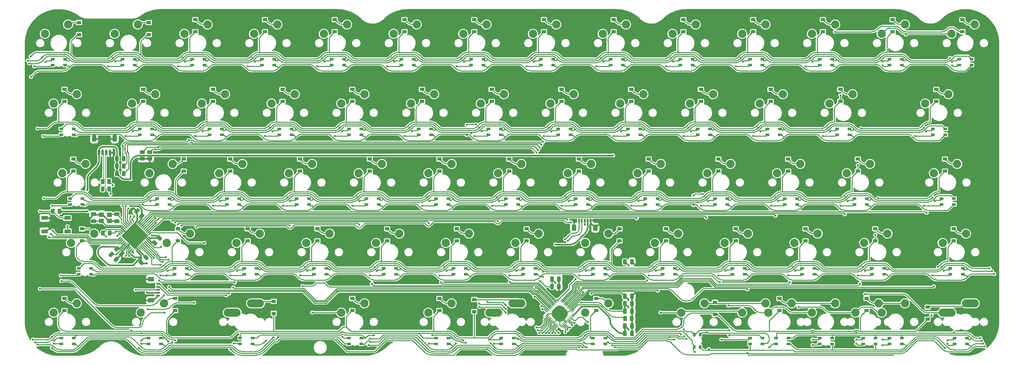
<source format=gbr>
%TF.GenerationSoftware,KiCad,Pcbnew,(6.0.5)*%
%TF.CreationDate,2022-07-14T21:57:26-04:00*%
%TF.ProjectId,bd64pcb,62643634-7063-4622-9e6b-696361645f70,rev?*%
%TF.SameCoordinates,Original*%
%TF.FileFunction,Copper,L2,Bot*%
%TF.FilePolarity,Positive*%
%FSLAX46Y46*%
G04 Gerber Fmt 4.6, Leading zero omitted, Abs format (unit mm)*
G04 Created by KiCad (PCBNEW (6.0.5)) date 2022-07-14 21:57:26*
%MOMM*%
%LPD*%
G01*
G04 APERTURE LIST*
G04 Aperture macros list*
%AMRoundRect*
0 Rectangle with rounded corners*
0 $1 Rounding radius*
0 $2 $3 $4 $5 $6 $7 $8 $9 X,Y pos of 4 corners*
0 Add a 4 corners polygon primitive as box body*
4,1,4,$2,$3,$4,$5,$6,$7,$8,$9,$2,$3,0*
0 Add four circle primitives for the rounded corners*
1,1,$1+$1,$2,$3*
1,1,$1+$1,$4,$5*
1,1,$1+$1,$6,$7*
1,1,$1+$1,$8,$9*
0 Add four rect primitives between the rounded corners*
20,1,$1+$1,$2,$3,$4,$5,0*
20,1,$1+$1,$4,$5,$6,$7,0*
20,1,$1+$1,$6,$7,$8,$9,0*
20,1,$1+$1,$8,$9,$2,$3,0*%
%AMRotRect*
0 Rectangle, with rotation*
0 The origin of the aperture is its center*
0 $1 length*
0 $2 width*
0 $3 Rotation angle, in degrees counterclockwise*
0 Add horizontal line*
21,1,$1,$2,0,0,$3*%
%AMFreePoly0*
4,1,24,1.200000,-1.125000,0.000000,-1.125000,0.000000,-1.121145,-0.146842,-1.115375,-0.347644,-1.069939,-0.536804,-0.988669,-0.707985,-0.874289,-0.855457,-0.730629,-0.974279,-0.562500,-1.060472,-0.375533,-1.111149,-0.175989,-1.124614,0.029449,-1.100416,0.233901,-1.039364,0.430519,-0.943504,0.612719,-0.816046,0.774399,-0.661258,0.910144,-0.484325,1.015408,-0.291171,1.086667,-0.088266,1.121532,
0.000000,1.120376,0.000000,1.125000,1.200000,1.125000,1.200000,-1.125000,1.200000,-1.125000,$1*%
G04 Aperture macros list end*
%TA.AperFunction,ComponentPad*%
%ADD10C,2.250000*%
%TD*%
%TA.AperFunction,ComponentPad*%
%ADD11FreePoly0,0.000000*%
%TD*%
%TA.AperFunction,ComponentPad*%
%ADD12FreePoly0,180.000000*%
%TD*%
%TA.AperFunction,SMDPad,CuDef*%
%ADD13RoundRect,0.250000X0.512652X0.159099X0.159099X0.512652X-0.512652X-0.159099X-0.159099X-0.512652X0*%
%TD*%
%TA.AperFunction,SMDPad,CuDef*%
%ADD14RoundRect,0.250000X-0.159099X0.512652X-0.512652X0.159099X0.159099X-0.512652X0.512652X-0.159099X0*%
%TD*%
%TA.AperFunction,SMDPad,CuDef*%
%ADD15RoundRect,0.250000X-0.512652X-0.159099X-0.159099X-0.512652X0.512652X0.159099X0.159099X0.512652X0*%
%TD*%
%TA.AperFunction,SMDPad,CuDef*%
%ADD16RoundRect,0.250000X0.159099X-0.512652X0.512652X-0.159099X-0.159099X0.512652X-0.512652X0.159099X0*%
%TD*%
%TA.AperFunction,SMDPad,CuDef*%
%ADD17RoundRect,0.250000X0.475000X-0.250000X0.475000X0.250000X-0.475000X0.250000X-0.475000X-0.250000X0*%
%TD*%
%TA.AperFunction,SMDPad,CuDef*%
%ADD18RoundRect,0.250000X-0.475000X0.250000X-0.475000X-0.250000X0.475000X-0.250000X0.475000X0.250000X0*%
%TD*%
%TA.AperFunction,SMDPad,CuDef*%
%ADD19RoundRect,0.250000X-0.250000X-0.475000X0.250000X-0.475000X0.250000X0.475000X-0.250000X0.475000X0*%
%TD*%
%TA.AperFunction,SMDPad,CuDef*%
%ADD20RoundRect,0.250000X0.250000X0.475000X-0.250000X0.475000X-0.250000X-0.475000X0.250000X-0.475000X0*%
%TD*%
%TA.AperFunction,SMDPad,CuDef*%
%ADD21R,1.200000X0.900000*%
%TD*%
%TA.AperFunction,SMDPad,CuDef*%
%ADD22R,1.000000X0.700000*%
%TD*%
%TA.AperFunction,SMDPad,CuDef*%
%ADD23R,0.700000X1.000000*%
%TD*%
%TA.AperFunction,SMDPad,CuDef*%
%ADD24RoundRect,0.250000X0.262500X0.450000X-0.262500X0.450000X-0.262500X-0.450000X0.262500X-0.450000X0*%
%TD*%
%TA.AperFunction,SMDPad,CuDef*%
%ADD25RoundRect,0.250000X-0.450000X0.262500X-0.450000X-0.262500X0.450000X-0.262500X0.450000X0.262500X0*%
%TD*%
%TA.AperFunction,SMDPad,CuDef*%
%ADD26RoundRect,0.250000X-0.262500X-0.450000X0.262500X-0.450000X0.262500X0.450000X-0.262500X0.450000X0*%
%TD*%
%TA.AperFunction,SMDPad,CuDef*%
%ADD27R,1.800000X1.100000*%
%TD*%
%TA.AperFunction,SMDPad,CuDef*%
%ADD28RoundRect,0.050000X-0.229810X-0.300520X0.300520X0.229810X0.229810X0.300520X-0.300520X-0.229810X0*%
%TD*%
%TA.AperFunction,SMDPad,CuDef*%
%ADD29RoundRect,0.050000X0.229810X-0.300520X0.300520X-0.229810X-0.229810X0.300520X-0.300520X0.229810X0*%
%TD*%
%TA.AperFunction,ComponentPad*%
%ADD30RoundRect,1.500000X0.000000X-0.707107X0.707107X0.000000X0.000000X0.707107X-0.707107X0.000000X0*%
%TD*%
%TA.AperFunction,SMDPad,CuDef*%
%ADD31R,1.400000X1.200000*%
%TD*%
%TA.AperFunction,SMDPad,CuDef*%
%ADD32RoundRect,0.062500X-0.291682X-0.380070X0.380070X0.291682X0.291682X0.380070X-0.380070X-0.291682X0*%
%TD*%
%TA.AperFunction,SMDPad,CuDef*%
%ADD33RoundRect,0.062500X0.291682X-0.380070X0.380070X-0.291682X-0.291682X0.380070X-0.380070X0.291682X0*%
%TD*%
%TA.AperFunction,SMDPad,CuDef*%
%ADD34RotRect,5.200000X5.200000X45.000000*%
%TD*%
%TA.AperFunction,SMDPad,CuDef*%
%ADD35RoundRect,0.150000X-0.150000X-0.625000X0.150000X-0.625000X0.150000X0.625000X-0.150000X0.625000X0*%
%TD*%
%TA.AperFunction,SMDPad,CuDef*%
%ADD36RoundRect,0.250000X-0.350000X-0.650000X0.350000X-0.650000X0.350000X0.650000X-0.350000X0.650000X0*%
%TD*%
%TA.AperFunction,SMDPad,CuDef*%
%ADD37RoundRect,0.125000X0.375000X-0.125000X0.375000X0.125000X-0.375000X0.125000X-0.375000X-0.125000X0*%
%TD*%
%TA.AperFunction,SMDPad,CuDef*%
%ADD38RoundRect,0.250000X0.600000X-0.350000X0.600000X0.350000X-0.600000X0.350000X-0.600000X-0.350000X0*%
%TD*%
%TA.AperFunction,SMDPad,CuDef*%
%ADD39RoundRect,0.125000X0.125000X0.375000X-0.125000X0.375000X-0.125000X-0.375000X0.125000X-0.375000X0*%
%TD*%
%TA.AperFunction,SMDPad,CuDef*%
%ADD40RoundRect,0.250000X0.350000X0.600000X-0.350000X0.600000X-0.350000X-0.600000X0.350000X-0.600000X0*%
%TD*%
%TA.AperFunction,ViaPad*%
%ADD41C,0.600000*%
%TD*%
%TA.AperFunction,Conductor*%
%ADD42C,0.250000*%
%TD*%
%TA.AperFunction,Conductor*%
%ADD43C,0.381000*%
%TD*%
%TA.AperFunction,Conductor*%
%ADD44C,0.200000*%
%TD*%
G04 APERTURE END LIST*
D10*
%TO.P,MX1,1,COL*%
%TO.N,col0*%
X20796250Y-49053750D03*
%TO.P,MX1,2,ROW*%
%TO.N,Net-(D1-Pad2)*%
X27146250Y-46513750D03*
%TD*%
%TO.P,MX2,1,COL*%
%TO.N,col1*%
X39846250Y-49053750D03*
%TO.P,MX2,2,ROW*%
%TO.N,Net-(D2-Pad2)*%
X46196250Y-46513750D03*
%TD*%
%TO.P,MX4,1,COL*%
%TO.N,col3*%
X77946250Y-49053750D03*
%TO.P,MX4,2,ROW*%
%TO.N,Net-(D4-Pad2)*%
X84296250Y-46513750D03*
%TD*%
%TO.P,MX10,1,COL*%
%TO.N,col9*%
X192246250Y-49053750D03*
%TO.P,MX10,2,ROW*%
%TO.N,Net-(D10-Pad2)*%
X198596250Y-46513750D03*
%TD*%
%TO.P,MX11,1,COL*%
%TO.N,col10*%
X211296250Y-49053750D03*
%TO.P,MX11,2,ROW*%
%TO.N,Net-(D11-Pad2)*%
X217646250Y-46513750D03*
%TD*%
%TO.P,MX12,1,COL*%
%TO.N,col11*%
X230346250Y-49053750D03*
%TO.P,MX12,2,ROW*%
%TO.N,Net-(D12-Pad2)*%
X236696250Y-46513750D03*
%TD*%
%TO.P,MX13,1,COL*%
%TO.N,col12*%
X249396250Y-49053750D03*
%TO.P,MX13,2,ROW*%
%TO.N,Net-(D13-Pad2)*%
X255746250Y-46513750D03*
%TD*%
%TO.P,MX14,1,COL*%
%TO.N,col12*%
X268446250Y-49053750D03*
%TO.P,MX14,2,ROW*%
%TO.N,Net-(D14-Pad2)*%
X274796250Y-46513750D03*
%TD*%
%TO.P,MX15,1,COL*%
%TO.N,col0*%
X23177500Y-68103750D03*
%TO.P,MX15,2,ROW*%
%TO.N,Net-(D15-Pad2)*%
X29527500Y-65563750D03*
%TD*%
%TO.P,MX16,1,COL*%
%TO.N,col1*%
X44608750Y-68103750D03*
%TO.P,MX16,2,ROW*%
%TO.N,Net-(D16-Pad2)*%
X50958750Y-65563750D03*
%TD*%
%TO.P,MX17,1,COL*%
%TO.N,col2*%
X63658750Y-68103750D03*
%TO.P,MX17,2,ROW*%
%TO.N,Net-(D17-Pad2)*%
X70008750Y-65563750D03*
%TD*%
%TO.P,MX18,1,COL*%
%TO.N,col3*%
X82708750Y-68103750D03*
%TO.P,MX18,2,ROW*%
%TO.N,Net-(D18-Pad2)*%
X89058750Y-65563750D03*
%TD*%
%TO.P,MX19,1,COL*%
%TO.N,col4*%
X101758750Y-68103750D03*
%TO.P,MX19,2,ROW*%
%TO.N,Net-(D19-Pad2)*%
X108108750Y-65563750D03*
%TD*%
%TO.P,MX20,1,COL*%
%TO.N,col5*%
X120808750Y-68103750D03*
%TO.P,MX20,2,ROW*%
%TO.N,Net-(D20-Pad2)*%
X127158750Y-65563750D03*
%TD*%
%TO.P,MX25,1,COL*%
%TO.N,col10*%
X216058750Y-68103750D03*
%TO.P,MX25,2,ROW*%
%TO.N,Net-(D25-Pad2)*%
X222408750Y-65563750D03*
%TD*%
%TO.P,MX26,1,COL*%
%TO.N,col11*%
X235108750Y-68103750D03*
%TO.P,MX26,2,ROW*%
%TO.N,Net-(D26-Pad2)*%
X241458750Y-65563750D03*
%TD*%
%TO.P,MX28,1,COL*%
%TO.N,col0*%
X25558750Y-87153750D03*
%TO.P,MX28,2,ROW*%
%TO.N,Net-(D28-Pad2)*%
X31908750Y-84613750D03*
%TD*%
%TO.P,MX29,1,COL*%
%TO.N,col1*%
X49371250Y-87153750D03*
%TO.P,MX29,2,ROW*%
%TO.N,Net-(D29-Pad2)*%
X55721250Y-84613750D03*
%TD*%
%TO.P,MX37,1,COL*%
%TO.N,col9*%
X201771250Y-87153750D03*
%TO.P,MX37,2,ROW*%
%TO.N,Net-(D37-Pad2)*%
X208121250Y-84613750D03*
%TD*%
%TO.P,MX38,1,COL*%
%TO.N,col10*%
X220821250Y-87153750D03*
%TO.P,MX38,2,ROW*%
%TO.N,Net-(D38-Pad2)*%
X227171250Y-84613750D03*
%TD*%
%TO.P,MX39,1,COL*%
%TO.N,col11*%
X239871250Y-87153750D03*
%TO.P,MX39,2,ROW*%
%TO.N,Net-(D39-Pad2)*%
X246221250Y-84613750D03*
%TD*%
%TO.P,MX40,1,COL*%
%TO.N,col12*%
X263683750Y-87153750D03*
%TO.P,MX40,2,ROW*%
%TO.N,Net-(D40-Pad2)*%
X270033750Y-84613750D03*
%TD*%
%TO.P,MX41,1,COL*%
%TO.N,col0*%
X27940000Y-106203750D03*
%TO.P,MX41,2,ROW*%
%TO.N,Net-(D41-Pad2)*%
X34290000Y-103663750D03*
%TD*%
%TO.P,MX42,1,COL*%
%TO.N,col1*%
X54133750Y-106203750D03*
%TO.P,MX42,2,ROW*%
%TO.N,Net-(D42-Pad2)*%
X60483750Y-103663750D03*
%TD*%
%TO.P,MX43,1,COL*%
%TO.N,col2*%
X73183750Y-106203750D03*
%TO.P,MX43,2,ROW*%
%TO.N,Net-(D43-Pad2)*%
X79533750Y-103663750D03*
%TD*%
%TO.P,MX44,1,COL*%
%TO.N,col3*%
X92233750Y-106203750D03*
%TO.P,MX44,2,ROW*%
%TO.N,Net-(D44-Pad2)*%
X98583750Y-103663750D03*
%TD*%
%TO.P,MX45,1,COL*%
%TO.N,col4*%
X111283750Y-106203750D03*
%TO.P,MX45,2,ROW*%
%TO.N,Net-(D45-Pad2)*%
X117633750Y-103663750D03*
%TD*%
%TO.P,MX46,1,COL*%
%TO.N,col5*%
X130333750Y-106203750D03*
%TO.P,MX46,2,ROW*%
%TO.N,Net-(D46-Pad2)*%
X136683750Y-103663750D03*
%TD*%
%TO.P,MX47,1,COL*%
%TO.N,col6*%
X149383750Y-106203750D03*
%TO.P,MX47,2,ROW*%
%TO.N,Net-(D47-Pad2)*%
X155733750Y-103663750D03*
%TD*%
%TO.P,MX48,1,COL*%
%TO.N,col7*%
X168433750Y-106203750D03*
%TO.P,MX48,2,ROW*%
%TO.N,Net-(D48-Pad2)*%
X174783750Y-103663750D03*
%TD*%
%TO.P,MX49,1,COL*%
%TO.N,col8*%
X187483750Y-106203750D03*
%TO.P,MX49,2,ROW*%
%TO.N,Net-(D49-Pad2)*%
X193833750Y-103663750D03*
%TD*%
%TO.P,MX50,1,COL*%
%TO.N,col9*%
X206533750Y-106203750D03*
%TO.P,MX50,2,ROW*%
%TO.N,Net-(D50-Pad2)*%
X212883750Y-103663750D03*
%TD*%
%TO.P,MX51,1,COL*%
%TO.N,col10*%
X225583750Y-106203750D03*
%TO.P,MX51,2,ROW*%
%TO.N,Net-(D51-Pad2)*%
X231933750Y-103663750D03*
%TD*%
%TO.P,MX52,1,COL*%
%TO.N,col11*%
X244633750Y-106203750D03*
%TO.P,MX52,2,ROW*%
%TO.N,Net-(D52-Pad2)*%
X250983750Y-103663750D03*
%TD*%
%TO.P,MX54,1,COL*%
%TO.N,col0*%
X23177500Y-125253750D03*
%TO.P,MX54,2,ROW*%
%TO.N,Net-(D54-Pad2)*%
X29527500Y-122713750D03*
%TD*%
%TO.P,MX55,1,COL*%
%TO.N,col1*%
X46990000Y-125253750D03*
%TO.P,MX55,2,ROW*%
%TO.N,Net-(D55-Pad2)*%
X53340000Y-122713750D03*
%TD*%
D11*
%TO.P,MX56,1,COL*%
%TO.N,col2*%
X70802500Y-125253750D03*
D12*
X73183750Y-125253750D03*
%TO.P,MX56,2,ROW*%
%TO.N,Net-(D56-Pad2)*%
X79533750Y-122713750D03*
D11*
X77152500Y-122713750D03*
%TD*%
D10*
%TO.P,MX57,1,COL*%
%TO.N,col3*%
X101758750Y-125253750D03*
%TO.P,MX57,2,ROW*%
%TO.N,Net-(D57-Pad2)*%
X108108750Y-122713750D03*
%TD*%
%TO.P,MX58,1,COL*%
%TO.N,col5*%
X125571250Y-125253750D03*
%TO.P,MX58,2,ROW*%
%TO.N,Net-(D58-Pad2)*%
X131921250Y-122713750D03*
%TD*%
D11*
%TO.P,MX59,1,COL*%
%TO.N,col6*%
X142240000Y-125253750D03*
D12*
X144621250Y-125253750D03*
D11*
%TO.P,MX59,2,ROW*%
%TO.N,Net-(D59-Pad2)*%
X148590000Y-122713750D03*
D12*
X150971250Y-122713750D03*
%TD*%
D10*
%TO.P,MX60,1,COL*%
%TO.N,col7*%
X168433750Y-125253750D03*
%TO.P,MX60,2,ROW*%
%TO.N,Net-(D60-Pad2)*%
X174783750Y-122713750D03*
%TD*%
%TO.P,MX61,1,COL*%
%TO.N,col8*%
X194627500Y-125253750D03*
X211294600Y-125253150D03*
%TO.P,MX61,2,ROW*%
%TO.N,Net-(D61-Pad2)*%
X217644600Y-122713150D03*
X200977500Y-122713750D03*
%TD*%
%TO.P,MX62,1,COL*%
%TO.N,col9*%
X230344900Y-125253150D03*
X218440000Y-125253750D03*
%TO.P,MX62,2,ROW*%
%TO.N,Net-(D62-Pad2)*%
X224790000Y-122713750D03*
X236694900Y-122713150D03*
%TD*%
%TO.P,MX63,1,COL*%
%TO.N,col10*%
X249395200Y-125253750D03*
X242252500Y-125253750D03*
%TO.P,MX63,2,ROW*%
%TO.N,Net-(D63-Pad2)*%
X248602500Y-122713750D03*
X255745200Y-122713750D03*
%TD*%
D12*
%TO.P,MX64,1,COL*%
%TO.N,col11*%
X268446250Y-125253750D03*
D11*
X266065000Y-125253750D03*
%TO.P,MX64,2,ROW*%
%TO.N,Net-(D64-Pad2)*%
X272415000Y-122713750D03*
D12*
X274796250Y-122713750D03*
%TD*%
D10*
%TO.P,MX30,1,COL*%
%TO.N,col2*%
X68421250Y-87153750D03*
%TO.P,MX30,2,ROW*%
%TO.N,Net-(D30-Pad2)*%
X74771250Y-84613750D03*
%TD*%
%TO.P,MX36,1,COL*%
%TO.N,col8*%
X182721250Y-87153750D03*
%TO.P,MX36,2,ROW*%
%TO.N,Net-(D36-Pad2)*%
X189071250Y-84613750D03*
%TD*%
%TO.P,MX35,1,COL*%
%TO.N,col7*%
X163671250Y-87153750D03*
%TO.P,MX35,2,ROW*%
%TO.N,Net-(D35-Pad2)*%
X170021250Y-84613750D03*
%TD*%
%TO.P,MX34,1,COL*%
%TO.N,col6*%
X144621250Y-87153750D03*
%TO.P,MX34,2,ROW*%
%TO.N,Net-(D34-Pad2)*%
X150971250Y-84613750D03*
%TD*%
%TO.P,MX33,1,COL*%
%TO.N,col5*%
X125571250Y-87153750D03*
%TO.P,MX33,2,ROW*%
%TO.N,Net-(D33-Pad2)*%
X131921250Y-84613750D03*
%TD*%
%TO.P,MX32,1,COL*%
%TO.N,col4*%
X106521250Y-87153750D03*
%TO.P,MX32,2,ROW*%
%TO.N,Net-(D32-Pad2)*%
X112871250Y-84613750D03*
%TD*%
%TO.P,MX31,1,COL*%
%TO.N,col3*%
X87471250Y-87153750D03*
%TO.P,MX31,2,ROW*%
%TO.N,Net-(D31-Pad2)*%
X93821250Y-84613750D03*
%TD*%
%TO.P,MX23,1,COL*%
%TO.N,col8*%
X177958750Y-68103750D03*
%TO.P,MX23,2,ROW*%
%TO.N,Net-(D23-Pad2)*%
X184308750Y-65563750D03*
%TD*%
%TO.P,MX22,1,COL*%
%TO.N,col7*%
X158908750Y-68103750D03*
%TO.P,MX22,2,ROW*%
%TO.N,Net-(D22-Pad2)*%
X165258750Y-65563750D03*
%TD*%
%TO.P,MX21,1,COL*%
%TO.N,col6*%
X139858750Y-68103750D03*
%TO.P,MX21,2,ROW*%
%TO.N,Net-(D21-Pad2)*%
X146208750Y-65563750D03*
%TD*%
%TO.P,MX5,1,COL*%
%TO.N,col4*%
X96996250Y-49053750D03*
%TO.P,MX5,2,ROW*%
%TO.N,Net-(D5-Pad2)*%
X103346250Y-46513750D03*
%TD*%
%TO.P,MX9,1,COL*%
%TO.N,col8*%
X173196250Y-49053750D03*
%TO.P,MX9,2,ROW*%
%TO.N,Net-(D9-Pad2)*%
X179546250Y-46513750D03*
%TD*%
%TO.P,MX24,1,COL*%
%TO.N,col9*%
X197008750Y-68103750D03*
%TO.P,MX24,2,ROW*%
%TO.N,Net-(D24-Pad2)*%
X203358750Y-65563750D03*
%TD*%
%TO.P,MX7,1,COL*%
%TO.N,col6*%
X135096250Y-49053750D03*
%TO.P,MX7,2,ROW*%
%TO.N,Net-(D7-Pad2)*%
X141446250Y-46513750D03*
%TD*%
%TO.P,MX6,1,COL*%
%TO.N,col5*%
X116046250Y-49053750D03*
%TO.P,MX6,2,ROW*%
%TO.N,Net-(D6-Pad2)*%
X122396250Y-46513750D03*
%TD*%
%TO.P,MX8,1,COL*%
%TO.N,col7*%
X154146250Y-49053750D03*
%TO.P,MX8,2,ROW*%
%TO.N,Net-(D8-Pad2)*%
X160496250Y-46513750D03*
%TD*%
%TO.P,MX53,1,COL*%
%TO.N,col12*%
X266065000Y-106203750D03*
%TO.P,MX53,2,ROW*%
%TO.N,Net-(D53-Pad2)*%
X272415000Y-103663750D03*
%TD*%
%TO.P,MX3,1,COL*%
%TO.N,col2*%
X58896250Y-49053750D03*
%TO.P,MX3,2,ROW*%
%TO.N,Net-(D3-Pad2)*%
X65246250Y-46513750D03*
%TD*%
%TO.P,MX27,1,COL*%
%TO.N,col12*%
X261302500Y-68103750D03*
%TO.P,MX27,2,ROW*%
%TO.N,Net-(D27-Pad2)*%
X267652500Y-65563750D03*
%TD*%
D13*
%TO.P,C1,1*%
%TO.N,+5V*%
X47280751Y-98842751D03*
%TO.P,C1,2*%
%TO.N,GND*%
X45937249Y-97499249D03*
%TD*%
D14*
%TO.P,C2,1*%
%TO.N,+5V*%
X52106751Y-104865249D03*
%TO.P,C2,2*%
%TO.N,GND*%
X50763249Y-106208751D03*
%TD*%
D15*
%TO.P,C3,1*%
%TO.N,+5V*%
X40476249Y-107786249D03*
%TO.P,C3,2*%
%TO.N,GND*%
X41819751Y-109129751D03*
%TD*%
D16*
%TO.P,C4,1*%
%TO.N,+5V*%
X47080249Y-111542751D03*
%TO.P,C4,2*%
%TO.N,GND*%
X48423751Y-110199249D03*
%TD*%
D17*
%TO.P,C5,1*%
%TO.N,GND*%
X40482761Y-100264000D03*
%TO.P,C5,2*%
%TO.N,Net-(C5-Pad2)*%
X40482761Y-98364000D03*
%TD*%
D18*
%TO.P,C6,1*%
%TO.N,GND*%
X34132761Y-98364000D03*
%TO.P,C6,2*%
%TO.N,Net-(C6-Pad2)*%
X34132761Y-100264000D03*
%TD*%
D15*
%TO.P,C7,1*%
%TO.N,Net-(C7-Pad1)*%
X38952249Y-109310249D03*
%TO.P,C7,2*%
%TO.N,GND*%
X40295751Y-110653751D03*
%TD*%
D19*
%TO.P,C9,1*%
%TO.N,+5V*%
X179263000Y-111379000D03*
%TO.P,C9,2*%
%TO.N,GND*%
X181163000Y-111379000D03*
%TD*%
D20*
%TO.P,C10,1*%
%TO.N,GND*%
X181163000Y-130937000D03*
%TO.P,C10,2*%
%TO.N,+5V*%
X179263000Y-130937000D03*
%TD*%
%TO.P,C11,1*%
%TO.N,GND*%
X161224000Y-118110000D03*
%TO.P,C11,2*%
%TO.N,+5V*%
X159324000Y-118110000D03*
%TD*%
%TO.P,C12,1*%
%TO.N,GND*%
X181163000Y-124841000D03*
%TO.P,C12,2*%
%TO.N,+5V*%
X179263000Y-124841000D03*
%TD*%
%TO.P,C13,1*%
%TO.N,GND*%
X181163000Y-128905000D03*
%TO.P,C13,2*%
%TO.N,+5V*%
X179263000Y-128905000D03*
%TD*%
%TO.P,C14,1*%
%TO.N,GND*%
X161224000Y-116078000D03*
%TO.P,C14,2*%
%TO.N,+5V*%
X159324000Y-116078000D03*
%TD*%
D19*
%TO.P,C16,1*%
%TO.N,+5V*%
X179263000Y-120777000D03*
%TO.P,C16,2*%
%TO.N,GND*%
X181163000Y-120777000D03*
%TD*%
D21*
%TO.P,D2,1,K*%
%TO.N,row0*%
X49212500Y-49275000D03*
%TO.P,D2,2,A*%
%TO.N,Net-(D2-Pad2)*%
X49212500Y-45975000D03*
%TD*%
%TO.P,D3,1,K*%
%TO.N,row0*%
X61912500Y-48481250D03*
%TO.P,D3,2,A*%
%TO.N,Net-(D3-Pad2)*%
X61912500Y-45181250D03*
%TD*%
%TO.P,D4,1,K*%
%TO.N,row0*%
X80962500Y-48481250D03*
%TO.P,D4,2,A*%
%TO.N,Net-(D4-Pad2)*%
X80962500Y-45181250D03*
%TD*%
%TO.P,D5,1,K*%
%TO.N,row0*%
X100012500Y-48481250D03*
%TO.P,D5,2,A*%
%TO.N,Net-(D5-Pad2)*%
X100012500Y-45181250D03*
%TD*%
%TO.P,D6,1,K*%
%TO.N,row0*%
X119062500Y-48481250D03*
%TO.P,D6,2,A*%
%TO.N,Net-(D6-Pad2)*%
X119062500Y-45181250D03*
%TD*%
%TO.P,D7,1,K*%
%TO.N,row0*%
X138112500Y-48481250D03*
%TO.P,D7,2,A*%
%TO.N,Net-(D7-Pad2)*%
X138112500Y-45181250D03*
%TD*%
%TO.P,D8,1,K*%
%TO.N,row0*%
X157162500Y-48481250D03*
%TO.P,D8,2,A*%
%TO.N,Net-(D8-Pad2)*%
X157162500Y-45181250D03*
%TD*%
%TO.P,D9,1,K*%
%TO.N,row0*%
X176212500Y-48481250D03*
%TO.P,D9,2,A*%
%TO.N,Net-(D9-Pad2)*%
X176212500Y-45181250D03*
%TD*%
%TO.P,D10,1,K*%
%TO.N,row0*%
X195262500Y-48481250D03*
%TO.P,D10,2,A*%
%TO.N,Net-(D10-Pad2)*%
X195262500Y-45181250D03*
%TD*%
%TO.P,D11,1,K*%
%TO.N,row0*%
X214312500Y-48481250D03*
%TO.P,D11,2,A*%
%TO.N,Net-(D11-Pad2)*%
X214312500Y-45181250D03*
%TD*%
%TO.P,D12,1,K*%
%TO.N,row0*%
X233362500Y-48481250D03*
%TO.P,D12,2,A*%
%TO.N,Net-(D12-Pad2)*%
X233362500Y-45181250D03*
%TD*%
%TO.P,D13,1,K*%
%TO.N,row0*%
X252412500Y-48481250D03*
%TO.P,D13,2,A*%
%TO.N,Net-(D13-Pad2)*%
X252412500Y-45181250D03*
%TD*%
%TO.P,D15,1,K*%
%TO.N,row1*%
X26193750Y-67531250D03*
%TO.P,D15,2,A*%
%TO.N,Net-(D15-Pad2)*%
X26193750Y-64231250D03*
%TD*%
%TO.P,D16,1,K*%
%TO.N,row1*%
X47625000Y-67531250D03*
%TO.P,D16,2,A*%
%TO.N,Net-(D16-Pad2)*%
X47625000Y-64231250D03*
%TD*%
%TO.P,D17,1,K*%
%TO.N,row1*%
X66675000Y-67531250D03*
%TO.P,D17,2,A*%
%TO.N,Net-(D17-Pad2)*%
X66675000Y-64231250D03*
%TD*%
%TO.P,D18,1,K*%
%TO.N,row1*%
X85725000Y-67531250D03*
%TO.P,D18,2,A*%
%TO.N,Net-(D18-Pad2)*%
X85725000Y-64231250D03*
%TD*%
%TO.P,D19,1,K*%
%TO.N,row1*%
X104775000Y-67531250D03*
%TO.P,D19,2,A*%
%TO.N,Net-(D19-Pad2)*%
X104775000Y-64231250D03*
%TD*%
%TO.P,D20,1,K*%
%TO.N,row1*%
X123825000Y-67531250D03*
%TO.P,D20,2,A*%
%TO.N,Net-(D20-Pad2)*%
X123825000Y-64231250D03*
%TD*%
%TO.P,D21,1,K*%
%TO.N,row1*%
X142875000Y-67531250D03*
%TO.P,D21,2,A*%
%TO.N,Net-(D21-Pad2)*%
X142875000Y-64231250D03*
%TD*%
%TO.P,D22,1,K*%
%TO.N,row1*%
X161925000Y-67531250D03*
%TO.P,D22,2,A*%
%TO.N,Net-(D22-Pad2)*%
X161925000Y-64231250D03*
%TD*%
%TO.P,D23,1,K*%
%TO.N,row1*%
X180975000Y-67531250D03*
%TO.P,D23,2,A*%
%TO.N,Net-(D23-Pad2)*%
X180975000Y-64231250D03*
%TD*%
%TO.P,D24,1,K*%
%TO.N,row1*%
X200025000Y-67531250D03*
%TO.P,D24,2,A*%
%TO.N,Net-(D24-Pad2)*%
X200025000Y-64231250D03*
%TD*%
%TO.P,D25,1,K*%
%TO.N,row1*%
X219075000Y-67531250D03*
%TO.P,D25,2,A*%
%TO.N,Net-(D25-Pad2)*%
X219075000Y-64231250D03*
%TD*%
%TO.P,D26,1,K*%
%TO.N,row1*%
X238125000Y-67531250D03*
%TO.P,D26,2,A*%
%TO.N,Net-(D26-Pad2)*%
X238125000Y-64231250D03*
%TD*%
%TO.P,D14,1,K*%
%TO.N,row1*%
X271462500Y-48481250D03*
%TO.P,D14,2,A*%
%TO.N,Net-(D14-Pad2)*%
X271462500Y-45181250D03*
%TD*%
%TO.P,D28,1,K*%
%TO.N,row2*%
X28575000Y-86581250D03*
%TO.P,D28,2,A*%
%TO.N,Net-(D28-Pad2)*%
X28575000Y-83281250D03*
%TD*%
%TO.P,D29,1,K*%
%TO.N,row2*%
X58737500Y-86581250D03*
%TO.P,D29,2,A*%
%TO.N,Net-(D29-Pad2)*%
X58737500Y-83281250D03*
%TD*%
%TO.P,D30,1,K*%
%TO.N,row2*%
X71437500Y-86581250D03*
%TO.P,D30,2,A*%
%TO.N,Net-(D30-Pad2)*%
X71437500Y-83281250D03*
%TD*%
%TO.P,D31,1,K*%
%TO.N,row2*%
X90487500Y-86581250D03*
%TO.P,D31,2,A*%
%TO.N,Net-(D31-Pad2)*%
X90487500Y-83281250D03*
%TD*%
%TO.P,D32,1,K*%
%TO.N,row2*%
X109537500Y-86581250D03*
%TO.P,D32,2,A*%
%TO.N,Net-(D32-Pad2)*%
X109537500Y-83281250D03*
%TD*%
%TO.P,D33,1,K*%
%TO.N,row2*%
X128587500Y-86581250D03*
%TO.P,D33,2,A*%
%TO.N,Net-(D33-Pad2)*%
X128587500Y-83281250D03*
%TD*%
%TO.P,D34,1,K*%
%TO.N,row2*%
X147637500Y-86581250D03*
%TO.P,D34,2,A*%
%TO.N,Net-(D34-Pad2)*%
X147637500Y-83281250D03*
%TD*%
%TO.P,D35,1,K*%
%TO.N,row2*%
X166687500Y-86581250D03*
%TO.P,D35,2,A*%
%TO.N,Net-(D35-Pad2)*%
X166687500Y-83281250D03*
%TD*%
%TO.P,D36,1,K*%
%TO.N,row2*%
X185737500Y-86581250D03*
%TO.P,D36,2,A*%
%TO.N,Net-(D36-Pad2)*%
X185737500Y-83281250D03*
%TD*%
%TO.P,D37,1,K*%
%TO.N,row2*%
X204787500Y-86581250D03*
%TO.P,D37,2,A*%
%TO.N,Net-(D37-Pad2)*%
X204787500Y-83281250D03*
%TD*%
%TO.P,D38,1,K*%
%TO.N,row2*%
X223837500Y-86581250D03*
%TO.P,D38,2,A*%
%TO.N,Net-(D38-Pad2)*%
X223837500Y-83281250D03*
%TD*%
%TO.P,D39,1,K*%
%TO.N,row2*%
X242887500Y-86581250D03*
%TO.P,D39,2,A*%
%TO.N,Net-(D39-Pad2)*%
X242887500Y-83281250D03*
%TD*%
%TO.P,D27,1,K*%
%TO.N,row2*%
X264318750Y-67531250D03*
%TO.P,D27,2,A*%
%TO.N,Net-(D27-Pad2)*%
X264318750Y-64231250D03*
%TD*%
%TO.P,D41,1,K*%
%TO.N,row3*%
X30956250Y-105631250D03*
%TO.P,D41,2,A*%
%TO.N,Net-(D41-Pad2)*%
X30956250Y-102331250D03*
%TD*%
%TO.P,D42,1,K*%
%TO.N,row3*%
X57150000Y-105631250D03*
%TO.P,D42,2,A*%
%TO.N,Net-(D42-Pad2)*%
X57150000Y-102331250D03*
%TD*%
%TO.P,D43,1,K*%
%TO.N,row3*%
X76200000Y-105631250D03*
%TO.P,D43,2,A*%
%TO.N,Net-(D43-Pad2)*%
X76200000Y-102331250D03*
%TD*%
%TO.P,D44,1,K*%
%TO.N,row3*%
X95250000Y-105631250D03*
%TO.P,D44,2,A*%
%TO.N,Net-(D44-Pad2)*%
X95250000Y-102331250D03*
%TD*%
%TO.P,D45,1,K*%
%TO.N,row3*%
X114300000Y-105631250D03*
%TO.P,D45,2,A*%
%TO.N,Net-(D45-Pad2)*%
X114300000Y-102331250D03*
%TD*%
%TO.P,D46,1,K*%
%TO.N,row3*%
X133350000Y-105631250D03*
%TO.P,D46,2,A*%
%TO.N,Net-(D46-Pad2)*%
X133350000Y-102331250D03*
%TD*%
%TO.P,D47,1,K*%
%TO.N,row3*%
X152400000Y-105631250D03*
%TO.P,D47,2,A*%
%TO.N,Net-(D47-Pad2)*%
X152400000Y-102331250D03*
%TD*%
%TO.P,D48,1,K*%
%TO.N,row3*%
X177800000Y-105631250D03*
%TO.P,D48,2,A*%
%TO.N,Net-(D48-Pad2)*%
X177800000Y-102331250D03*
%TD*%
%TO.P,D49,1,K*%
%TO.N,row3*%
X190500000Y-105631250D03*
%TO.P,D49,2,A*%
%TO.N,Net-(D49-Pad2)*%
X190500000Y-102331250D03*
%TD*%
%TO.P,D50,1,K*%
%TO.N,row3*%
X209550000Y-105631250D03*
%TO.P,D50,2,A*%
%TO.N,Net-(D50-Pad2)*%
X209550000Y-102331250D03*
%TD*%
%TO.P,D51,1,K*%
%TO.N,row3*%
X228600000Y-105631250D03*
%TO.P,D51,2,A*%
%TO.N,Net-(D51-Pad2)*%
X228600000Y-102331250D03*
%TD*%
%TO.P,D52,1,K*%
%TO.N,row3*%
X247650000Y-105631250D03*
%TO.P,D52,2,A*%
%TO.N,Net-(D52-Pad2)*%
X247650000Y-102331250D03*
%TD*%
%TO.P,D40,1,K*%
%TO.N,row3*%
X266700000Y-86581250D03*
%TO.P,D40,2,A*%
%TO.N,Net-(D40-Pad2)*%
X266700000Y-83281250D03*
%TD*%
%TO.P,D54,1,K*%
%TO.N,row4*%
X26193750Y-124681250D03*
%TO.P,D54,2,A*%
%TO.N,Net-(D54-Pad2)*%
X26193750Y-121381250D03*
%TD*%
%TO.P,D55,1,K*%
%TO.N,row4*%
X56356250Y-124681250D03*
%TO.P,D55,2,A*%
%TO.N,Net-(D55-Pad2)*%
X56356250Y-121381250D03*
%TD*%
%TO.P,D56,1,K*%
%TO.N,row4*%
X83343750Y-125475000D03*
%TO.P,D56,2,A*%
%TO.N,Net-(D56-Pad2)*%
X83343750Y-122175000D03*
%TD*%
%TO.P,D57,1,K*%
%TO.N,row4*%
X104775000Y-124681250D03*
%TO.P,D57,2,A*%
%TO.N,Net-(D57-Pad2)*%
X104775000Y-121381250D03*
%TD*%
%TO.P,D58,1,K*%
%TO.N,row4*%
X128587500Y-124681250D03*
%TO.P,D58,2,A*%
%TO.N,Net-(D58-Pad2)*%
X128587500Y-121381250D03*
%TD*%
%TO.P,D59,1,K*%
%TO.N,row4*%
X138112500Y-124967000D03*
%TO.P,D59,2,A*%
%TO.N,Net-(D59-Pad2)*%
X138112500Y-121667000D03*
%TD*%
%TO.P,D60,1,K*%
%TO.N,row4*%
X171450000Y-124681250D03*
%TO.P,D60,2,A*%
%TO.N,Net-(D60-Pad2)*%
X171450000Y-121381250D03*
%TD*%
%TO.P,D61,1,K*%
%TO.N,row4*%
X203835000Y-125729000D03*
%TO.P,D61,2,A*%
%TO.N,Net-(D61-Pad2)*%
X203835000Y-122429000D03*
%TD*%
%TO.P,D62,1,K*%
%TO.N,row4*%
X221456250Y-124681250D03*
%TO.P,D62,2,A*%
%TO.N,Net-(D62-Pad2)*%
X221456250Y-121381250D03*
%TD*%
%TO.P,D63,1,K*%
%TO.N,row4*%
X245268750Y-124681250D03*
%TO.P,D63,2,A*%
%TO.N,Net-(D63-Pad2)*%
X245268750Y-121381250D03*
%TD*%
%TO.P,D64,1,K*%
%TO.N,row4*%
X261937500Y-127062500D03*
%TO.P,D64,2,A*%
%TO.N,Net-(D64-Pad2)*%
X261937500Y-123762500D03*
%TD*%
%TO.P,D53,1,K*%
%TO.N,row4*%
X269081250Y-105631250D03*
%TO.P,D53,2,A*%
%TO.N,Net-(D53-Pad2)*%
X269081250Y-102331250D03*
%TD*%
D22*
%TO.P,L1,2*%
%TO.N,SW3*%
X22906250Y-55969000D03*
%TO.P,L1,3*%
%TO.N,SW1*%
X26306250Y-55969000D03*
%TO.P,L1,4*%
%TO.N,SW2*%
X26306250Y-57569000D03*
%TO.P,L1,COMMON_ANODE*%
%TO.N,CS1*%
X22906250Y-57569000D03*
%TD*%
%TO.P,L2,2*%
%TO.N,SW3*%
X41956250Y-55969000D03*
%TO.P,L2,3*%
%TO.N,SW1*%
X45356250Y-55969000D03*
%TO.P,L2,4*%
%TO.N,SW2*%
X45356250Y-57569000D03*
%TO.P,L2,COMMON_ANODE*%
%TO.N,CS2*%
X41956250Y-57569000D03*
%TD*%
%TO.P,L3,2*%
%TO.N,SW3*%
X61006250Y-55969000D03*
%TO.P,L3,3*%
%TO.N,SW1*%
X64406250Y-55969000D03*
%TO.P,L3,4*%
%TO.N,SW2*%
X64406250Y-57569000D03*
%TO.P,L3,COMMON_ANODE*%
%TO.N,CS3*%
X61006250Y-57569000D03*
%TD*%
%TO.P,L4,2*%
%TO.N,SW3*%
X80056250Y-55969000D03*
%TO.P,L4,3*%
%TO.N,SW1*%
X83456250Y-55969000D03*
%TO.P,L4,4*%
%TO.N,SW2*%
X83456250Y-57569000D03*
%TO.P,L4,COMMON_ANODE*%
%TO.N,CS4*%
X80056250Y-57569000D03*
%TD*%
%TO.P,L5,2*%
%TO.N,SW3*%
X99106250Y-55969000D03*
%TO.P,L5,3*%
%TO.N,SW1*%
X102506250Y-55969000D03*
%TO.P,L5,4*%
%TO.N,SW2*%
X102506250Y-57569000D03*
%TO.P,L5,COMMON_ANODE*%
%TO.N,CS5*%
X99106250Y-57569000D03*
%TD*%
%TO.P,L6,2*%
%TO.N,SW3*%
X118156250Y-55969000D03*
%TO.P,L6,3*%
%TO.N,SW1*%
X121556250Y-55969000D03*
%TO.P,L6,4*%
%TO.N,SW2*%
X121556250Y-57569000D03*
%TO.P,L6,COMMON_ANODE*%
%TO.N,CS6*%
X118156250Y-57569000D03*
%TD*%
%TO.P,L7,2*%
%TO.N,SW3*%
X137206250Y-55969000D03*
%TO.P,L7,3*%
%TO.N,SW1*%
X140606250Y-55969000D03*
%TO.P,L7,4*%
%TO.N,SW2*%
X140606250Y-57569000D03*
%TO.P,L7,COMMON_ANODE*%
%TO.N,CS7*%
X137206250Y-57569000D03*
%TD*%
%TO.P,L8,2*%
%TO.N,SW3*%
X156256250Y-55969000D03*
%TO.P,L8,3*%
%TO.N,SW1*%
X159656250Y-55969000D03*
%TO.P,L8,4*%
%TO.N,SW2*%
X159656250Y-57569000D03*
%TO.P,L8,COMMON_ANODE*%
%TO.N,CS8*%
X156256250Y-57569000D03*
%TD*%
%TO.P,L9,2*%
%TO.N,SW3*%
X175306250Y-55969000D03*
%TO.P,L9,3*%
%TO.N,SW1*%
X178706250Y-55969000D03*
%TO.P,L9,4*%
%TO.N,SW2*%
X178706250Y-57569000D03*
%TO.P,L9,COMMON_ANODE*%
%TO.N,CS9*%
X175306250Y-57569000D03*
%TD*%
%TO.P,L10,2*%
%TO.N,SW3*%
X194356250Y-55969000D03*
%TO.P,L10,3*%
%TO.N,SW1*%
X197756250Y-55969000D03*
%TO.P,L10,4*%
%TO.N,SW2*%
X197756250Y-57569000D03*
%TO.P,L10,COMMON_ANODE*%
%TO.N,CS10*%
X194356250Y-57569000D03*
%TD*%
%TO.P,L11,2*%
%TO.N,SW3*%
X213406250Y-55969000D03*
%TO.P,L11,3*%
%TO.N,SW1*%
X216806250Y-55969000D03*
%TO.P,L11,4*%
%TO.N,SW2*%
X216806250Y-57569000D03*
%TO.P,L11,COMMON_ANODE*%
%TO.N,CS11*%
X213406250Y-57569000D03*
%TD*%
%TO.P,L12,2*%
%TO.N,SW3*%
X232456250Y-55969000D03*
%TO.P,L12,3*%
%TO.N,SW1*%
X235856250Y-55969000D03*
%TO.P,L12,4*%
%TO.N,SW2*%
X235856250Y-57569000D03*
%TO.P,L12,COMMON_ANODE*%
%TO.N,CS12*%
X232456250Y-57569000D03*
%TD*%
%TO.P,L13,2*%
%TO.N,SW3*%
X251506250Y-55969000D03*
%TO.P,L13,3*%
%TO.N,SW1*%
X254906250Y-55969000D03*
%TO.P,L13,4*%
%TO.N,SW2*%
X254906250Y-57569000D03*
%TO.P,L13,COMMON_ANODE*%
%TO.N,CS13*%
X251506250Y-57569000D03*
%TD*%
%TO.P,L14,2*%
%TO.N,SW3*%
X270556250Y-55969000D03*
%TO.P,L14,3*%
%TO.N,SW1*%
X273956250Y-55969000D03*
%TO.P,L14,4*%
%TO.N,SW2*%
X273956250Y-57569000D03*
%TO.P,L14,COMMON_ANODE*%
%TO.N,CS14*%
X270556250Y-57569000D03*
%TD*%
%TO.P,L15,2*%
%TO.N,SW3*%
X25287500Y-132169000D03*
%TO.P,L15,3*%
%TO.N,SW1*%
X28687500Y-132169000D03*
%TO.P,L15,4*%
%TO.N,SW2*%
X28687500Y-133769000D03*
%TO.P,L15,COMMON_ANODE*%
%TO.N,CS15*%
X25287500Y-133769000D03*
%TD*%
%TO.P,L16,2*%
%TO.N,SW3*%
X49100000Y-132169000D03*
%TO.P,L16,3*%
%TO.N,SW1*%
X52500000Y-132169000D03*
%TO.P,L16,4*%
%TO.N,SW2*%
X52500000Y-133769000D03*
%TO.P,L16,COMMON_ANODE*%
%TO.N,CS16*%
X49100000Y-133769000D03*
%TD*%
%TO.P,L18,2*%
%TO.N,SW6*%
X46718750Y-75019000D03*
%TO.P,L18,3*%
%TO.N,SW4*%
X50118750Y-75019000D03*
%TO.P,L18,4*%
%TO.N,SW5*%
X50118750Y-76619000D03*
%TO.P,L18,COMMON_ANODE*%
%TO.N,CS2*%
X46718750Y-76619000D03*
%TD*%
%TO.P,L19,2*%
%TO.N,SW6*%
X65768750Y-75019000D03*
%TO.P,L19,3*%
%TO.N,SW4*%
X69168750Y-75019000D03*
%TO.P,L19,4*%
%TO.N,SW5*%
X69168750Y-76619000D03*
%TO.P,L19,COMMON_ANODE*%
%TO.N,CS3*%
X65768750Y-76619000D03*
%TD*%
%TO.P,L20,2*%
%TO.N,SW6*%
X84818750Y-75019000D03*
%TO.P,L20,3*%
%TO.N,SW4*%
X88218750Y-75019000D03*
%TO.P,L20,4*%
%TO.N,SW5*%
X88218750Y-76619000D03*
%TO.P,L20,COMMON_ANODE*%
%TO.N,CS4*%
X84818750Y-76619000D03*
%TD*%
%TO.P,L21,2*%
%TO.N,SW6*%
X103868750Y-75019000D03*
%TO.P,L21,3*%
%TO.N,SW4*%
X107268750Y-75019000D03*
%TO.P,L21,4*%
%TO.N,SW5*%
X107268750Y-76619000D03*
%TO.P,L21,COMMON_ANODE*%
%TO.N,CS5*%
X103868750Y-76619000D03*
%TD*%
%TO.P,L22,2*%
%TO.N,SW6*%
X122918750Y-75019000D03*
%TO.P,L22,3*%
%TO.N,SW4*%
X126318750Y-75019000D03*
%TO.P,L22,4*%
%TO.N,SW5*%
X126318750Y-76619000D03*
%TO.P,L22,COMMON_ANODE*%
%TO.N,CS6*%
X122918750Y-76619000D03*
%TD*%
%TO.P,L23,2*%
%TO.N,SW6*%
X141968750Y-75019000D03*
%TO.P,L23,3*%
%TO.N,SW4*%
X145368750Y-75019000D03*
%TO.P,L23,4*%
%TO.N,SW5*%
X145368750Y-76619000D03*
%TO.P,L23,COMMON_ANODE*%
%TO.N,CS7*%
X141968750Y-76619000D03*
%TD*%
%TO.P,L24,2*%
%TO.N,SW6*%
X161018750Y-75019000D03*
%TO.P,L24,3*%
%TO.N,SW4*%
X164418750Y-75019000D03*
%TO.P,L24,4*%
%TO.N,SW5*%
X164418750Y-76619000D03*
%TO.P,L24,COMMON_ANODE*%
%TO.N,CS8*%
X161018750Y-76619000D03*
%TD*%
%TO.P,L25,2*%
%TO.N,SW6*%
X180068750Y-75019000D03*
%TO.P,L25,3*%
%TO.N,SW4*%
X183468750Y-75019000D03*
%TO.P,L25,4*%
%TO.N,SW5*%
X183468750Y-76619000D03*
%TO.P,L25,COMMON_ANODE*%
%TO.N,CS9*%
X180068750Y-76619000D03*
%TD*%
%TO.P,L26,2*%
%TO.N,SW6*%
X199118750Y-75019000D03*
%TO.P,L26,3*%
%TO.N,SW4*%
X202518750Y-75019000D03*
%TO.P,L26,4*%
%TO.N,SW5*%
X202518750Y-76619000D03*
%TO.P,L26,COMMON_ANODE*%
%TO.N,CS10*%
X199118750Y-76619000D03*
%TD*%
%TO.P,L27,2*%
%TO.N,SW6*%
X218168750Y-75019000D03*
%TO.P,L27,3*%
%TO.N,SW4*%
X221568750Y-75019000D03*
%TO.P,L27,4*%
%TO.N,SW5*%
X221568750Y-76619000D03*
%TO.P,L27,COMMON_ANODE*%
%TO.N,CS11*%
X218168750Y-76619000D03*
%TD*%
%TO.P,L28,2*%
%TO.N,SW6*%
X237218750Y-75019000D03*
%TO.P,L28,3*%
%TO.N,SW4*%
X240618750Y-75019000D03*
%TO.P,L28,4*%
%TO.N,SW5*%
X240618750Y-76619000D03*
%TO.P,L28,COMMON_ANODE*%
%TO.N,CS12*%
X237218750Y-76619000D03*
%TD*%
%TO.P,L29,2*%
%TO.N,SW6*%
X263412500Y-75019000D03*
%TO.P,L29,3*%
%TO.N,SW4*%
X266812500Y-75019000D03*
%TO.P,L29,4*%
%TO.N,SW5*%
X266812500Y-76619000D03*
%TO.P,L29,COMMON_ANODE*%
%TO.N,CS13*%
X263412500Y-76619000D03*
%TD*%
%TO.P,L30,2*%
%TO.N,SW6*%
X74119000Y-132169000D03*
%TO.P,L30,3*%
%TO.N,SW4*%
X77519000Y-132169000D03*
%TO.P,L30,4*%
%TO.N,SW5*%
X77519000Y-133769000D03*
%TO.P,L30,COMMON_ANODE*%
%TO.N,CS14*%
X74119000Y-133769000D03*
%TD*%
%TO.P,L31,2*%
%TO.N,SW6*%
X103868750Y-132169000D03*
%TO.P,L31,3*%
%TO.N,SW4*%
X107268750Y-132169000D03*
%TO.P,L31,4*%
%TO.N,SW5*%
X107268750Y-133769000D03*
%TO.P,L31,COMMON_ANODE*%
%TO.N,CS15*%
X103868750Y-133769000D03*
%TD*%
%TO.P,L32,2*%
%TO.N,SW6*%
X127681250Y-132169000D03*
%TO.P,L32,3*%
%TO.N,SW4*%
X131081250Y-132169000D03*
%TO.P,L32,4*%
%TO.N,SW5*%
X131081250Y-133769000D03*
%TO.P,L32,COMMON_ANODE*%
%TO.N,CS16*%
X127681250Y-133769000D03*
%TD*%
%TO.P,L33,2*%
%TO.N,SW9*%
X27668750Y-94069000D03*
%TO.P,L33,3*%
%TO.N,SW7*%
X31068750Y-94069000D03*
%TO.P,L33,4*%
%TO.N,SW8*%
X31068750Y-95669000D03*
%TO.P,L33,COMMON_ANODE*%
%TO.N,CS1*%
X27668750Y-95669000D03*
%TD*%
%TO.P,L34,2*%
%TO.N,SW9*%
X51481250Y-94069000D03*
%TO.P,L34,3*%
%TO.N,SW7*%
X54881250Y-94069000D03*
%TO.P,L34,4*%
%TO.N,SW8*%
X54881250Y-95669000D03*
%TO.P,L34,COMMON_ANODE*%
%TO.N,CS2*%
X51481250Y-95669000D03*
%TD*%
%TO.P,L35,2*%
%TO.N,SW9*%
X70531250Y-94069000D03*
%TO.P,L35,3*%
%TO.N,SW7*%
X73931250Y-94069000D03*
%TO.P,L35,4*%
%TO.N,SW8*%
X73931250Y-95669000D03*
%TO.P,L35,COMMON_ANODE*%
%TO.N,CS3*%
X70531250Y-95669000D03*
%TD*%
%TO.P,L36,2*%
%TO.N,SW9*%
X89581250Y-94069000D03*
%TO.P,L36,3*%
%TO.N,SW7*%
X92981250Y-94069000D03*
%TO.P,L36,4*%
%TO.N,SW8*%
X92981250Y-95669000D03*
%TO.P,L36,COMMON_ANODE*%
%TO.N,CS4*%
X89581250Y-95669000D03*
%TD*%
%TO.P,L37,2*%
%TO.N,SW9*%
X108631250Y-94069000D03*
%TO.P,L37,3*%
%TO.N,SW7*%
X112031250Y-94069000D03*
%TO.P,L37,4*%
%TO.N,SW8*%
X112031250Y-95669000D03*
%TO.P,L37,COMMON_ANODE*%
%TO.N,CS5*%
X108631250Y-95669000D03*
%TD*%
%TO.P,L38,2*%
%TO.N,SW9*%
X127681250Y-94069000D03*
%TO.P,L38,3*%
%TO.N,SW7*%
X131081250Y-94069000D03*
%TO.P,L38,4*%
%TO.N,SW8*%
X131081250Y-95669000D03*
%TO.P,L38,COMMON_ANODE*%
%TO.N,CS6*%
X127681250Y-95669000D03*
%TD*%
%TO.P,L39,2*%
%TO.N,SW9*%
X146731250Y-94069000D03*
%TO.P,L39,3*%
%TO.N,SW7*%
X150131250Y-94069000D03*
%TO.P,L39,4*%
%TO.N,SW8*%
X150131250Y-95669000D03*
%TO.P,L39,COMMON_ANODE*%
%TO.N,CS7*%
X146731250Y-95669000D03*
%TD*%
%TO.P,L40,2*%
%TO.N,SW9*%
X165781250Y-94069000D03*
%TO.P,L40,3*%
%TO.N,SW7*%
X169181250Y-94069000D03*
%TO.P,L40,4*%
%TO.N,SW8*%
X169181250Y-95669000D03*
%TO.P,L40,COMMON_ANODE*%
%TO.N,CS8*%
X165781250Y-95669000D03*
%TD*%
%TO.P,L41,2*%
%TO.N,SW9*%
X184831250Y-94069000D03*
%TO.P,L41,3*%
%TO.N,SW7*%
X188231250Y-94069000D03*
%TO.P,L41,4*%
%TO.N,SW8*%
X188231250Y-95669000D03*
%TO.P,L41,COMMON_ANODE*%
%TO.N,CS9*%
X184831250Y-95669000D03*
%TD*%
%TO.P,L42,2*%
%TO.N,SW9*%
X203881250Y-94069000D03*
%TO.P,L42,3*%
%TO.N,SW7*%
X207281250Y-94069000D03*
%TO.P,L42,4*%
%TO.N,SW8*%
X207281250Y-95669000D03*
%TO.P,L42,COMMON_ANODE*%
%TO.N,CS10*%
X203881250Y-95669000D03*
%TD*%
%TO.P,L43,2*%
%TO.N,SW9*%
X222931250Y-94069000D03*
%TO.P,L43,3*%
%TO.N,SW7*%
X226331250Y-94069000D03*
%TO.P,L43,4*%
%TO.N,SW8*%
X226331250Y-95669000D03*
%TO.P,L43,COMMON_ANODE*%
%TO.N,CS11*%
X222931250Y-95669000D03*
%TD*%
%TO.P,L44,2*%
%TO.N,SW9*%
X241981250Y-94069000D03*
%TO.P,L44,3*%
%TO.N,SW7*%
X245381250Y-94069000D03*
%TO.P,L44,4*%
%TO.N,SW8*%
X245381250Y-95669000D03*
%TO.P,L44,COMMON_ANODE*%
%TO.N,CS12*%
X241981250Y-95669000D03*
%TD*%
%TO.P,L45,2*%
%TO.N,SW9*%
X265793750Y-94069000D03*
%TO.P,L45,3*%
%TO.N,SW7*%
X269193750Y-94069000D03*
%TO.P,L45,4*%
%TO.N,SW8*%
X269193750Y-95669000D03*
%TO.P,L45,COMMON_ANODE*%
%TO.N,CS13*%
X265793750Y-95669000D03*
%TD*%
%TO.P,L46,2*%
%TO.N,SW9*%
X145493000Y-132169000D03*
%TO.P,L46,3*%
%TO.N,SW7*%
X148893000Y-132169000D03*
%TO.P,L46,4*%
%TO.N,SW8*%
X148893000Y-133769000D03*
%TO.P,L46,COMMON_ANODE*%
%TO.N,CS14*%
X145493000Y-133769000D03*
%TD*%
%TO.P,L47,2*%
%TO.N,SW9*%
X170543750Y-132169000D03*
%TO.P,L47,3*%
%TO.N,SW7*%
X173943750Y-132169000D03*
%TO.P,L47,4*%
%TO.N,SW8*%
X173943750Y-133769000D03*
%TO.P,L47,COMMON_ANODE*%
%TO.N,CS15*%
X170543750Y-133769000D03*
%TD*%
D23*
%TO.P,L48,2*%
%TO.N,SW9*%
X198209000Y-134669000D03*
%TO.P,L48,3*%
%TO.N,SW7*%
X198209000Y-131269000D03*
%TO.P,L48,4*%
%TO.N,SW8*%
X199809000Y-131269000D03*
%TO.P,L48,COMMON_ANODE*%
%TO.N,CS16*%
X199809000Y-134669000D03*
%TD*%
D22*
%TO.P,L49,2*%
%TO.N,SW12*%
X30050000Y-113119000D03*
%TO.P,L49,3*%
%TO.N,SW10*%
X33450000Y-113119000D03*
%TO.P,L49,4*%
%TO.N,SW11*%
X33450000Y-114719000D03*
%TO.P,L49,COMMON_ANODE*%
%TO.N,CS1*%
X30050000Y-114719000D03*
%TD*%
%TO.P,L50,2*%
%TO.N,SW12*%
X56243750Y-113119000D03*
%TO.P,L50,3*%
%TO.N,SW10*%
X59643750Y-113119000D03*
%TO.P,L50,4*%
%TO.N,SW11*%
X59643750Y-114719000D03*
%TO.P,L50,COMMON_ANODE*%
%TO.N,CS2*%
X56243750Y-114719000D03*
%TD*%
%TO.P,L51,2*%
%TO.N,SW12*%
X75293750Y-113119000D03*
%TO.P,L51,3*%
%TO.N,SW10*%
X78693750Y-113119000D03*
%TO.P,L51,4*%
%TO.N,SW11*%
X78693750Y-114719000D03*
%TO.P,L51,COMMON_ANODE*%
%TO.N,CS3*%
X75293750Y-114719000D03*
%TD*%
%TO.P,L52,2*%
%TO.N,SW12*%
X94343750Y-113119000D03*
%TO.P,L52,3*%
%TO.N,SW10*%
X97743750Y-113119000D03*
%TO.P,L52,4*%
%TO.N,SW11*%
X97743750Y-114719000D03*
%TO.P,L52,COMMON_ANODE*%
%TO.N,CS4*%
X94343750Y-114719000D03*
%TD*%
%TO.P,L53,2*%
%TO.N,SW12*%
X113393750Y-113119000D03*
%TO.P,L53,3*%
%TO.N,SW10*%
X116793750Y-113119000D03*
%TO.P,L53,4*%
%TO.N,SW11*%
X116793750Y-114719000D03*
%TO.P,L53,COMMON_ANODE*%
%TO.N,CS5*%
X113393750Y-114719000D03*
%TD*%
%TO.P,L54,2*%
%TO.N,SW12*%
X132443750Y-113119000D03*
%TO.P,L54,3*%
%TO.N,SW10*%
X135843750Y-113119000D03*
%TO.P,L54,4*%
%TO.N,SW11*%
X135843750Y-114719000D03*
%TO.P,L54,COMMON_ANODE*%
%TO.N,CS6*%
X132443750Y-114719000D03*
%TD*%
%TO.P,L55,2*%
%TO.N,SW12*%
X151493750Y-113119000D03*
%TO.P,L55,3*%
%TO.N,SW10*%
X154893750Y-113119000D03*
%TO.P,L55,4*%
%TO.N,SW11*%
X154893750Y-114719000D03*
%TO.P,L55,COMMON_ANODE*%
%TO.N,CS7*%
X151493750Y-114719000D03*
%TD*%
%TO.P,L56,2*%
%TO.N,SW12*%
X170543750Y-113119000D03*
%TO.P,L56,3*%
%TO.N,SW10*%
X173943750Y-113119000D03*
%TO.P,L56,4*%
%TO.N,SW11*%
X173943750Y-114719000D03*
%TO.P,L56,COMMON_ANODE*%
%TO.N,CS8*%
X170543750Y-114719000D03*
%TD*%
%TO.P,L57,2*%
%TO.N,SW12*%
X189593750Y-113119000D03*
%TO.P,L57,3*%
%TO.N,SW10*%
X192993750Y-113119000D03*
%TO.P,L57,4*%
%TO.N,SW11*%
X192993750Y-114719000D03*
%TO.P,L57,COMMON_ANODE*%
%TO.N,CS9*%
X189593750Y-114719000D03*
%TD*%
%TO.P,L58,2*%
%TO.N,SW12*%
X208643750Y-113119000D03*
%TO.P,L58,3*%
%TO.N,SW10*%
X212043750Y-113119000D03*
%TO.P,L58,4*%
%TO.N,SW11*%
X212043750Y-114719000D03*
%TO.P,L58,COMMON_ANODE*%
%TO.N,CS10*%
X208643750Y-114719000D03*
%TD*%
%TO.P,L59,2*%
%TO.N,SW12*%
X227693750Y-113119000D03*
%TO.P,L59,3*%
%TO.N,SW10*%
X231093750Y-113119000D03*
%TO.P,L59,4*%
%TO.N,SW11*%
X231093750Y-114719000D03*
%TO.P,L59,COMMON_ANODE*%
%TO.N,CS11*%
X227693750Y-114719000D03*
%TD*%
%TO.P,L60,2*%
%TO.N,SW12*%
X246743750Y-113119000D03*
%TO.P,L60,3*%
%TO.N,SW10*%
X250143750Y-113119000D03*
%TO.P,L60,4*%
%TO.N,SW11*%
X250143750Y-114719000D03*
%TO.P,L60,COMMON_ANODE*%
%TO.N,CS12*%
X246743750Y-114719000D03*
%TD*%
%TO.P,L61,2*%
%TO.N,SW12*%
X268175000Y-113119000D03*
%TO.P,L61,3*%
%TO.N,SW10*%
X271575000Y-113119000D03*
%TO.P,L61,4*%
%TO.N,SW11*%
X271575000Y-114719000D03*
%TO.P,L61,COMMON_ANODE*%
%TO.N,CS13*%
X268175000Y-114719000D03*
%TD*%
%TO.P,L62,2*%
%TO.N,SW12*%
X220550000Y-132169000D03*
%TO.P,L62,3*%
%TO.N,SW10*%
X223950000Y-132169000D03*
%TO.P,L62,4*%
%TO.N,SW11*%
X223950000Y-133769000D03*
%TO.P,L62,COMMON_ANODE*%
%TO.N,CS14*%
X220550000Y-133769000D03*
%TD*%
%TO.P,L63,2*%
%TO.N,SW12*%
X244362500Y-132169000D03*
%TO.P,L63,3*%
%TO.N,SW10*%
X247762500Y-132169000D03*
%TO.P,L63,4*%
%TO.N,SW11*%
X247762500Y-133769000D03*
%TO.P,L63,COMMON_ANODE*%
%TO.N,CS15*%
X244362500Y-133769000D03*
%TD*%
%TO.P,L64,2*%
%TO.N,SW12*%
X269318000Y-132169000D03*
%TO.P,L64,3*%
%TO.N,SW10*%
X272718000Y-132169000D03*
%TO.P,L64,4*%
%TO.N,SW11*%
X272718000Y-133769000D03*
%TO.P,L64,COMMON_ANODE*%
%TO.N,CS16*%
X269318000Y-133769000D03*
%TD*%
D24*
%TO.P,R3,1*%
%TO.N,Net-(R3-Pad1)*%
X38504500Y-103505000D03*
%TO.P,R3,2*%
%TO.N,+5V*%
X36679500Y-103505000D03*
%TD*%
%TO.P,R5,1*%
%TO.N,INTB*%
X42314500Y-87249000D03*
%TO.P,R5,2*%
%TO.N,+5V*%
X40489500Y-87249000D03*
%TD*%
%TO.P,R8,1*%
%TO.N,Net-(R8-Pad1)*%
X38377500Y-89408000D03*
%TO.P,R8,2*%
%TO.N,D-*%
X36552500Y-89408000D03*
%TD*%
%TO.P,R9,1*%
%TO.N,+5V*%
X24788500Y-97536000D03*
%TO.P,R9,2*%
%TO.N,HWB*%
X22963500Y-97536000D03*
%TD*%
D25*
%TO.P,R10,1*%
%TO.N,IICRST*%
X49403000Y-81383500D03*
%TO.P,R10,2*%
%TO.N,GND*%
X49403000Y-83208500D03*
%TD*%
%TO.P,R11,1*%
%TO.N,SDB*%
X47371000Y-81383500D03*
%TO.P,R11,2*%
%TO.N,GND*%
X47371000Y-83208500D03*
%TD*%
D26*
%TO.P,R12,1*%
%TO.N,Net-(R12-Pad1)*%
X179300500Y-126873000D03*
%TO.P,R12,2*%
%TO.N,GND*%
X181125500Y-126873000D03*
%TD*%
D27*
%TO.P,SW1,1,1*%
%TO.N,GND*%
X20776000Y-103069000D03*
%TO.P,SW1,2,2*%
%TO.N,HWB*%
X26976000Y-99369000D03*
%TO.P,SW1,3,3*%
%TO.N,GND*%
X20776000Y-99369000D03*
%TO.P,SW1,4,4*%
%TO.N,Net-(R3-Pad1)*%
X26976000Y-103069000D03*
%TD*%
D28*
%TO.P,U2,1,NC*%
%TO.N,unconnected-(U2-Pad1)*%
X160886670Y-129117600D03*
%TO.P,U2,2,SW1*%
%TO.N,SW1*%
X160603827Y-128834757D03*
%TO.P,U2,3,SW2*%
%TO.N,SW2*%
X160320984Y-128551914D03*
%TO.P,U2,4,SW3*%
%TO.N,SW3*%
X160038142Y-128269072D03*
%TO.P,U2,5,PGND*%
%TO.N,GND*%
X159755299Y-127986229D03*
%TO.P,U2,6,SW4*%
%TO.N,SW4*%
X159472456Y-127703386D03*
%TO.P,U2,7,SW5*%
%TO.N,SW5*%
X159189614Y-127420544D03*
%TO.P,U2,8,SW6*%
%TO.N,SW6*%
X158906771Y-127137701D03*
%TO.P,U2,9,SW7*%
%TO.N,SW7*%
X158623928Y-126854858D03*
%TO.P,U2,10,SW8*%
%TO.N,SW8*%
X158341086Y-126572016D03*
%TO.P,U2,11,SW9*%
%TO.N,SW9*%
X158058243Y-126289173D03*
%TO.P,U2,12,PGND*%
%TO.N,GND*%
X157775400Y-126006330D03*
D29*
%TO.P,U2,13,SW10*%
%TO.N,SW10*%
X157775400Y-124945670D03*
%TO.P,U2,14,SW11*%
%TO.N,SW11*%
X158058243Y-124662827D03*
%TO.P,U2,15,SW12*%
%TO.N,SW12*%
X158341086Y-124379984D03*
%TO.P,U2,16,CS1*%
%TO.N,CS1*%
X158623928Y-124097142D03*
%TO.P,U2,17,CS2*%
%TO.N,CS2*%
X158906771Y-123814299D03*
%TO.P,U2,18,CS3*%
%TO.N,CS3*%
X159189614Y-123531456D03*
%TO.P,U2,19,CS4*%
%TO.N,CS4*%
X159472456Y-123248614D03*
%TO.P,U2,20,PVCC*%
%TO.N,+5V*%
X159755299Y-122965771D03*
%TO.P,U2,21,CS5*%
%TO.N,CS5*%
X160038142Y-122682928D03*
%TO.P,U2,22,CS6*%
%TO.N,CS6*%
X160320984Y-122400086D03*
%TO.P,U2,23,CS7*%
%TO.N,CS7*%
X160603827Y-122117243D03*
%TO.P,U2,24,CS8*%
%TO.N,CS8*%
X160886670Y-121834400D03*
D28*
%TO.P,U2,25,CS9*%
%TO.N,CS9*%
X161947330Y-121834400D03*
%TO.P,U2,26,CS10*%
%TO.N,CS10*%
X162230173Y-122117243D03*
%TO.P,U2,27,CS11*%
%TO.N,CS11*%
X162513016Y-122400086D03*
%TO.P,U2,28,CS12*%
%TO.N,CS12*%
X162795858Y-122682928D03*
%TO.P,U2,29,PVCC*%
%TO.N,+5V*%
X163078701Y-122965771D03*
%TO.P,U2,30,CS13*%
%TO.N,CS13*%
X163361544Y-123248614D03*
%TO.P,U2,31,CS14*%
%TO.N,CS14*%
X163644386Y-123531456D03*
%TO.P,U2,32,CS15*%
%TO.N,CS15*%
X163927229Y-123814299D03*
%TO.P,U2,33,CS16*%
%TO.N,CS16*%
X164210072Y-124097142D03*
%TO.P,U2,34,AGND*%
%TO.N,GND*%
X164492914Y-124379984D03*
%TO.P,U2,35,RSET*%
%TO.N,Net-(R12-Pad1)*%
X164775757Y-124662827D03*
%TO.P,U2,36,NC*%
%TO.N,unconnected-(U2-Pad36)*%
X165058600Y-124945670D03*
D29*
%TO.P,U2,37,AVCC*%
%TO.N,+5V*%
X165058600Y-126006330D03*
%TO.P,U2,38,DVCC*%
X164775757Y-126289173D03*
%TO.P,U2,39,VIO*%
X164492914Y-126572016D03*
%TO.P,U2,40,SYNC*%
%TO.N,unconnected-(U2-Pad40)*%
X164210072Y-126854858D03*
%TO.P,U2,41,SDA*%
%TO.N,SDA*%
X163927229Y-127137701D03*
%TO.P,U2,42,SCL*%
%TO.N,SCL*%
X163644386Y-127420544D03*
%TO.P,U2,43,ADDR1*%
%TO.N,GND*%
X163361544Y-127703386D03*
%TO.P,U2,44,ADDR2*%
X163078701Y-127986229D03*
%TO.P,U2,45,~{INTB}*%
%TO.N,INTB*%
X162795858Y-128269072D03*
%TO.P,U2,46,~{SDB}*%
%TO.N,SDB*%
X162513016Y-128551914D03*
%TO.P,U2,47,IICRST*%
%TO.N,IICRST*%
X162230173Y-128834757D03*
%TO.P,U2,48,GND*%
%TO.N,GND*%
X161947330Y-129117600D03*
D30*
%TO.P,U2,49,GND*%
X161417000Y-125476000D03*
%TD*%
D31*
%TO.P,Y1,1,1*%
%TO.N,GND*%
X38407761Y-100164000D03*
%TO.P,Y1,2,2*%
%TO.N,Net-(C6-Pad2)*%
X36207761Y-100164000D03*
%TO.P,Y1,3,3*%
%TO.N,GND*%
X36207761Y-98464000D03*
%TO.P,Y1,4,4*%
%TO.N,Net-(C5-Pad2)*%
X38407761Y-98464000D03*
%TD*%
D20*
%TO.P,C15,1*%
%TO.N,GND*%
X181163000Y-122809000D03*
%TO.P,C15,2*%
%TO.N,+5V*%
X179263000Y-122809000D03*
%TD*%
D24*
%TO.P,R7,1*%
%TO.N,SDA*%
X42314500Y-83185000D03*
%TO.P,R7,2*%
%TO.N,+5V*%
X40489500Y-83185000D03*
%TD*%
%TO.P,R6,1*%
%TO.N,SCL*%
X42314500Y-85217000D03*
%TO.P,R6,2*%
%TO.N,+5V*%
X40489500Y-85217000D03*
%TD*%
D32*
%TO.P,U1,1,PE6*%
%TO.N,row4*%
X44746798Y-108394736D03*
%TO.P,U1,2,UVCC*%
%TO.N,+5V*%
X44393245Y-108041182D03*
%TO.P,U1,3,D-*%
%TO.N,Net-(R8-Pad1)*%
X44039691Y-107687629D03*
%TO.P,U1,4,D+*%
%TO.N,Net-(R4-Pad1)*%
X43686138Y-107334076D03*
%TO.P,U1,5,UGND*%
%TO.N,GND*%
X43332585Y-106980522D03*
%TO.P,U1,6,UCAP*%
%TO.N,Net-(C7-Pad1)*%
X42979031Y-106626969D03*
%TO.P,U1,7,VBUS*%
%TO.N,+5V*%
X42625478Y-106273415D03*
%TO.P,U1,8,PB0*%
%TO.N,row3*%
X42271924Y-105919862D03*
%TO.P,U1,9,PB1*%
%TO.N,row2*%
X41918371Y-105566309D03*
%TO.P,U1,10,PB2*%
%TO.N,row1*%
X41564818Y-105212755D03*
%TO.P,U1,11,PB3*%
%TO.N,row0*%
X41211264Y-104859202D03*
D33*
%TO.P,U1,12,PB7*%
%TO.N,col0*%
X41211264Y-103674798D03*
%TO.P,U1,13,~{RESET}*%
%TO.N,Net-(R3-Pad1)*%
X41564818Y-103321245D03*
%TO.P,U1,14,VCC*%
%TO.N,+5V*%
X41918371Y-102967691D03*
%TO.P,U1,15,GND*%
%TO.N,GND*%
X42271924Y-102614138D03*
%TO.P,U1,16,XTAL2*%
%TO.N,Net-(C6-Pad2)*%
X42625478Y-102260585D03*
%TO.P,U1,17,XTAL1*%
%TO.N,Net-(C5-Pad2)*%
X42979031Y-101907031D03*
%TO.P,U1,18,PD0*%
%TO.N,SDA*%
X43332585Y-101553478D03*
%TO.P,U1,19,PD1*%
%TO.N,SCL*%
X43686138Y-101199924D03*
%TO.P,U1,20,PD2*%
%TO.N,INTB*%
X44039691Y-100846371D03*
%TO.P,U1,21,PD3*%
%TO.N,LVIB*%
X44393245Y-100492818D03*
%TO.P,U1,22,PD5*%
%TO.N,CVIB*%
X44746798Y-100139264D03*
D32*
%TO.P,U1,23,GND*%
%TO.N,GND*%
X45931202Y-100139264D03*
%TO.P,U1,24,AVCC*%
%TO.N,+5V*%
X46284755Y-100492818D03*
%TO.P,U1,25,PD4*%
%TO.N,col12*%
X46638309Y-100846371D03*
%TO.P,U1,26,PD6*%
%TO.N,col11*%
X46991862Y-101199924D03*
%TO.P,U1,27,PD7*%
%TO.N,col10*%
X47345415Y-101553478D03*
%TO.P,U1,28,PB4*%
%TO.N,col9*%
X47698969Y-101907031D03*
%TO.P,U1,29,PB5*%
%TO.N,IICRST*%
X48052522Y-102260585D03*
%TO.P,U1,30,PB6*%
%TO.N,col8*%
X48406076Y-102614138D03*
%TO.P,U1,31,PC6*%
%TO.N,SDB*%
X48759629Y-102967691D03*
%TO.P,U1,32,PC7*%
%TO.N,col7*%
X49113182Y-103321245D03*
%TO.P,U1,33,~{HWB}/PE2*%
%TO.N,HWB*%
X49466736Y-103674798D03*
D33*
%TO.P,U1,34,VCC*%
%TO.N,+5V*%
X49466736Y-104859202D03*
%TO.P,U1,35,GND*%
%TO.N,GND*%
X49113182Y-105212755D03*
%TO.P,U1,36,PF7*%
%TO.N,col6*%
X48759629Y-105566309D03*
%TO.P,U1,37,PF6*%
%TO.N,col5*%
X48406076Y-105919862D03*
%TO.P,U1,38,PF5*%
%TO.N,col4*%
X48052522Y-106273415D03*
%TO.P,U1,39,PF4*%
%TO.N,col3*%
X47698969Y-106626969D03*
%TO.P,U1,40,PF1*%
%TO.N,col2*%
X47345415Y-106980522D03*
%TO.P,U1,41,PF0*%
%TO.N,col1*%
X46991862Y-107334076D03*
%TO.P,U1,42,AREF*%
%TO.N,unconnected-(U1-Pad42)*%
X46638309Y-107687629D03*
%TO.P,U1,43,GND*%
%TO.N,GND*%
X46284755Y-108041182D03*
%TO.P,U1,44,AVCC*%
%TO.N,+5V*%
X45931202Y-108394736D03*
D34*
%TO.P,U1,45,GND*%
%TO.N,GND*%
X45339000Y-104267000D03*
%TD*%
D24*
%TO.P,R4,1*%
%TO.N,Net-(R4-Pad1)*%
X38377500Y-91440000D03*
%TO.P,R4,2*%
%TO.N,D+*%
X36552500Y-91440000D03*
%TD*%
D21*
%TO.P,D1,1,K*%
%TO.N,row0*%
X30162500Y-49275000D03*
%TO.P,D1,2,A*%
%TO.N,Net-(D1-Pad2)*%
X30162500Y-45975000D03*
%TD*%
D22*
%TO.P,L17,2*%
%TO.N,SW6*%
X25287500Y-75019000D03*
%TO.P,L17,3*%
%TO.N,SW4*%
X28687500Y-75019000D03*
%TO.P,L17,4*%
%TO.N,SW5*%
X28687500Y-76619000D03*
%TO.P,L17,COMMON_ANODE*%
%TO.N,CS1*%
X25287500Y-76619000D03*
%TD*%
D35*
%TO.P,J1,1,Pin_1*%
%TO.N,+5V*%
X35584000Y-81502000D03*
%TO.P,J1,2,Pin_2*%
%TO.N,D-*%
X36584000Y-81502000D03*
%TO.P,J1,3,Pin_3*%
%TO.N,D+*%
X37584000Y-81502000D03*
%TO.P,J1,4,Pin_4*%
%TO.N,GND*%
X38584000Y-81502000D03*
D36*
%TO.P,J1,MP,MP*%
X39884000Y-77627000D03*
X34284000Y-77627000D03*
%TD*%
D22*
%TO.P,L63,2*%
%TO.N,SW12*%
X251538000Y-132169000D03*
%TO.P,L63,3*%
%TO.N,SW10*%
X254938000Y-132169000D03*
%TO.P,L63,4*%
%TO.N,SW11*%
X254938000Y-133769000D03*
%TO.P,L63,COMMON_ANODE*%
%TO.N,CS15*%
X251538000Y-133769000D03*
%TD*%
D37*
%TO.P,J2,1,Pin_1*%
%TO.N,GND*%
X51696000Y-120599000D03*
%TO.P,J2,2,Pin_2*%
%TO.N,+5V*%
X51696000Y-119799000D03*
%TO.P,J2,3,Pin_3*%
%TO.N,LVIB*%
X51696000Y-118999000D03*
%TO.P,J2,4,Pin_4*%
%TO.N,SDA*%
X51696000Y-118199000D03*
%TO.P,J2,5,Pin_5*%
%TO.N,SCL*%
X51696000Y-117399000D03*
D38*
%TO.P,J2,MP,MP*%
%TO.N,GND*%
X49746000Y-121899000D03*
X49746000Y-116099000D03*
%TD*%
D22*
%TO.P,L48,2*%
%TO.N,SW9*%
X213406250Y-132169000D03*
%TO.P,L48,3*%
%TO.N,SW7*%
X216806250Y-132169000D03*
%TO.P,L48,4*%
%TO.N,SW8*%
X216806250Y-133769000D03*
%TO.P,L48,COMMON_ANODE*%
%TO.N,CS16*%
X213406250Y-133769000D03*
%TD*%
D39*
%TO.P,J3,1,Pin_1*%
%TO.N,GND*%
X169875000Y-100069000D03*
%TO.P,J3,2,Pin_2*%
%TO.N,+5V*%
X169075000Y-100069000D03*
%TO.P,J3,3,Pin_3*%
%TO.N,CVIB*%
X168275000Y-100069000D03*
%TO.P,J3,4,Pin_4*%
%TO.N,SDA*%
X167475000Y-100069000D03*
%TO.P,J3,5,Pin_5*%
%TO.N,SCL*%
X166675000Y-100069000D03*
D40*
%TO.P,J3,MP,MP*%
%TO.N,GND*%
X171175000Y-102019000D03*
X165375000Y-102019000D03*
%TD*%
D22*
%TO.P,L62,2*%
%TO.N,SW12*%
X232488000Y-132169000D03*
%TO.P,L62,3*%
%TO.N,SW10*%
X235888000Y-132169000D03*
%TO.P,L62,4*%
%TO.N,SW11*%
X235888000Y-133769000D03*
%TO.P,L62,COMMON_ANODE*%
%TO.N,CS14*%
X232488000Y-133769000D03*
%TD*%
D41*
%TO.N,GND*%
X37084000Y-77089000D03*
X76993750Y-70643750D03*
X181229000Y-108712000D03*
X204787500Y-51593750D03*
X210343750Y-70643750D03*
X115093750Y-70643750D03*
X37846000Y-93218000D03*
X262731250Y-51593750D03*
X255587500Y-89693750D03*
X177800000Y-86360000D03*
X33528000Y-74295000D03*
X45085000Y-96774000D03*
X39370000Y-81534000D03*
X182118000Y-119761000D03*
X223837500Y-51593750D03*
X86518750Y-108743750D03*
X243681250Y-51593750D03*
X53181250Y-51593750D03*
X170815000Y-99949000D03*
X129381250Y-51593750D03*
X62706250Y-127793750D03*
X57943750Y-70643750D03*
X44323000Y-116078000D03*
X176212500Y-89693750D03*
X96043750Y-70643750D03*
X124618750Y-108743750D03*
X215106250Y-89693750D03*
X100806250Y-89693750D03*
X196056250Y-89693750D03*
X191293750Y-70643750D03*
X258762500Y-108743750D03*
X36576000Y-96266000D03*
X211931250Y-127793750D03*
X38893750Y-127793750D03*
X143668750Y-108743750D03*
X20066000Y-127793750D03*
X117475000Y-127793750D03*
X167481250Y-51593750D03*
X165735000Y-99949000D03*
X38705000Y-77754000D03*
X37306250Y-70643750D03*
X181252629Y-100052371D03*
X238918750Y-108743750D03*
X39116000Y-96266000D03*
X35306000Y-96266000D03*
X33020000Y-77089000D03*
X110331250Y-51593750D03*
X81756250Y-89693750D03*
X119856250Y-89693750D03*
X200025000Y-108743750D03*
X40132000Y-93218000D03*
X280193750Y-70643750D03*
X186531250Y-51593750D03*
X105568750Y-108743750D03*
X35560000Y-77089000D03*
X42037000Y-110871000D03*
X161417000Y-119507000D03*
X41275000Y-93218000D03*
X90487500Y-51593750D03*
X36703000Y-93218000D03*
X66675000Y-108743750D03*
X171450000Y-70643750D03*
X153193750Y-70643750D03*
X61722000Y-89693750D03*
X185737500Y-127793750D03*
X38608000Y-74295000D03*
X35179000Y-74295000D03*
X134143750Y-70643750D03*
X280193750Y-108743750D03*
X20066000Y-108743750D03*
X182118000Y-112395000D03*
X229393750Y-70643750D03*
X71437500Y-51593750D03*
X91281250Y-127793750D03*
X17462500Y-70643750D03*
X280193750Y-51593750D03*
X252412500Y-70643750D03*
X37846000Y-96266000D03*
X35306000Y-93218000D03*
X40259000Y-74295000D03*
X234156250Y-89693750D03*
X45085000Y-89662000D03*
X16668750Y-51593750D03*
X275431250Y-125412500D03*
X219868750Y-108743750D03*
X261937500Y-128587500D03*
X36830000Y-74295000D03*
X148431250Y-51593750D03*
%TO.N,+5V*%
X170053000Y-120015000D03*
X156083000Y-116586000D03*
X176022000Y-82296000D03*
X47280751Y-97499249D03*
X32385000Y-91694000D03*
X37592000Y-104521000D03*
X167259000Y-122428000D03*
X44196000Y-96139000D03*
X180213000Y-121793000D03*
X160274000Y-106628055D03*
X180213000Y-129921000D03*
X154559000Y-82296000D03*
X166680500Y-118491000D03*
X37592000Y-107188000D03*
X46990000Y-110109000D03*
X48641000Y-119761000D03*
X180213000Y-123825000D03*
X180213000Y-112395000D03*
X44196000Y-88773000D03*
X48641000Y-111760000D03*
X32385000Y-97536000D03*
X169164000Y-127889000D03*
X154940000Y-118491000D03*
X160274000Y-117094000D03*
X50038000Y-104140000D03*
%TO.N,Net-(R3-Pad1)*%
X26987500Y-101600000D03*
X40132000Y-103124000D03*
%TO.N,row0*%
X16891000Y-55245000D03*
X22963637Y-102846637D03*
%TO.N,row1*%
X22450436Y-103730436D03*
X236601000Y-48514000D03*
X238125000Y-65881250D03*
X18796000Y-74930000D03*
%TO.N,row2*%
X242887500Y-84931250D03*
X243722976Y-74873500D03*
X20574000Y-93980000D03*
X21923576Y-104600576D03*
%TO.N,row3*%
X247650000Y-103981250D03*
X248419981Y-93923500D03*
%TO.N,row4*%
X44958000Y-108839000D03*
X44323000Y-130175000D03*
X264833893Y-112737107D03*
X263017000Y-125984000D03*
%TO.N,SW1*%
X54483000Y-133096000D03*
X16510000Y-57150000D03*
X161163000Y-130810000D03*
X18161000Y-133350000D03*
%TO.N,SW2*%
X17018000Y-60833000D03*
X18796000Y-133985000D03*
X55626000Y-133350000D03*
X160274000Y-130810000D03*
%TO.N,SW3*%
X229960668Y-55653168D03*
X268668500Y-56642000D03*
X153760668Y-55653168D03*
X59118500Y-56642000D03*
X135318500Y-56642000D03*
X16129000Y-56388000D03*
X22760510Y-131853168D03*
X20955000Y-56769000D03*
X58510668Y-55653168D03*
X78168500Y-56642000D03*
X47244000Y-130937000D03*
X230568500Y-56642000D03*
X17526000Y-132588000D03*
X268060668Y-55653168D03*
X172810668Y-55653168D03*
X159385000Y-130810000D03*
X47180500Y-132842000D03*
X39460668Y-55653168D03*
X249010668Y-55653168D03*
X191860668Y-55653168D03*
X154368500Y-56642000D03*
X77560668Y-55653168D03*
X96610668Y-55653168D03*
X173418500Y-56642000D03*
X40068500Y-56642000D03*
X115660668Y-55653168D03*
X210910668Y-55653168D03*
X97218500Y-56642000D03*
X20066000Y-55499000D03*
X134710668Y-55653168D03*
X211518500Y-56642000D03*
X249618500Y-56642000D03*
X23368342Y-132842000D03*
X192468500Y-56642000D03*
X116268500Y-56642000D03*
X56388000Y-132842000D03*
%TO.N,CS1*%
X25273000Y-116586000D03*
X20320000Y-76993750D03*
X25146000Y-115093750D03*
X17907000Y-57943750D03*
X53340000Y-120523000D03*
X54737000Y-119126000D03*
X22733000Y-96043750D03*
%TO.N,CS2*%
X47498000Y-95631000D03*
X54070250Y-115093750D03*
X52387500Y-115093750D03*
X54737000Y-118237000D03*
X42862500Y-76993750D03*
X38100000Y-57943750D03*
%TO.N,CS3*%
X72263000Y-118364000D03*
X61912500Y-76993750D03*
X57150000Y-57943750D03*
X66675000Y-96043750D03*
X71437500Y-115093750D03*
%TO.N,CS4*%
X80962500Y-76993750D03*
X91186000Y-117983000D03*
X85725000Y-96043750D03*
X90487500Y-115093750D03*
X76200000Y-57943750D03*
%TO.N,CS5*%
X95250000Y-57943750D03*
X110109000Y-117348000D03*
X104775000Y-96043750D03*
X109537500Y-115093750D03*
X100012500Y-76993750D03*
%TO.N,CS6*%
X123825000Y-96043750D03*
X129032000Y-116967000D03*
X119062500Y-76993750D03*
X114300000Y-57943750D03*
X128587500Y-115093750D03*
%TO.N,CS7*%
X138112500Y-76993750D03*
X147828000Y-116840000D03*
X133350000Y-57943750D03*
X147637500Y-115093750D03*
X142875000Y-96043750D03*
%TO.N,CS8*%
X157162500Y-76993750D03*
X166687500Y-115093750D03*
X165735000Y-116078000D03*
X161925000Y-96043750D03*
X152400000Y-57943750D03*
%TO.N,CS9*%
X171450000Y-57943750D03*
X185737500Y-115093750D03*
X176212500Y-76993750D03*
X180975000Y-96043750D03*
X185293000Y-116459000D03*
%TO.N,CS10*%
X200025000Y-96043750D03*
X195262500Y-76993750D03*
X204787500Y-115093750D03*
X205232000Y-116840000D03*
X190500000Y-57943750D03*
%TO.N,CS11*%
X224282000Y-116967000D03*
X223837500Y-115093750D03*
X219075000Y-96043750D03*
X214312500Y-76993750D03*
X209550000Y-57943750D03*
%TO.N,CS12*%
X242887500Y-115093750D03*
X233362500Y-76993750D03*
X238125000Y-96043750D03*
X243459000Y-117348000D03*
X228600000Y-57943750D03*
%TO.N,CS13*%
X249682000Y-57658000D03*
X258445000Y-76993750D03*
X263271000Y-115093750D03*
X260858000Y-96043750D03*
X263652000Y-118110000D03*
%TO.N,CS14*%
X212725000Y-118872000D03*
X143541750Y-133731000D03*
X141763750Y-135255000D03*
X72390000Y-133604000D03*
X277495000Y-134493000D03*
X230505000Y-134112000D03*
X268605000Y-57658000D03*
X71501000Y-135255000D03*
X212725000Y-136271000D03*
X218694000Y-134747000D03*
%TO.N,CS15*%
X242443000Y-133731000D03*
X23304842Y-133731000D03*
X249682000Y-134112000D03*
X176530000Y-134747000D03*
X167767000Y-119634000D03*
X168021000Y-133350000D03*
X22733000Y-134874000D03*
X109220000Y-134112000D03*
X192786000Y-132588000D03*
X84455000Y-131953000D03*
X166751000Y-134747000D03*
%TO.N,CS16*%
X202165838Y-135236838D03*
X46482000Y-134874000D03*
X47117000Y-133731000D03*
X188214000Y-119253000D03*
X267335000Y-133731000D03*
X266700000Y-134874000D03*
X83185000Y-131953000D03*
X175768000Y-134239000D03*
X125730000Y-133731000D03*
X191516000Y-131953000D03*
X196088000Y-132334000D03*
X167739753Y-134774247D03*
X109601000Y-133223000D03*
%TO.N,SW4*%
X141732000Y-122301000D03*
X158496000Y-130810000D03*
X126619000Y-131445000D03*
X135763000Y-133477000D03*
X110617000Y-131445000D03*
X146685000Y-123190000D03*
X137287000Y-76200000D03*
%TO.N,SW5*%
X146685000Y-124206000D03*
X109601000Y-132334000D03*
X133096000Y-133604000D03*
X139446000Y-122809000D03*
X136017000Y-76708000D03*
X81153000Y-132842000D03*
X157607000Y-130810000D03*
%TO.N,SW6*%
X177573168Y-74703168D03*
X44223168Y-74703168D03*
X158523168Y-74703168D03*
X121031000Y-75692000D03*
X63881000Y-75692000D03*
X101981000Y-75692000D03*
X235331000Y-75692000D03*
X234723168Y-74703168D03*
X82323168Y-74703168D03*
X196623168Y-74703168D03*
X136017000Y-73914000D03*
X135128000Y-132842000D03*
X156718000Y-130810000D03*
X102108000Y-130556000D03*
X159131000Y-75692000D03*
X63273168Y-74703168D03*
X102108000Y-131826000D03*
X140081000Y-75692000D03*
X82931000Y-75692000D03*
X146685000Y-125222000D03*
X139473168Y-74703168D03*
X44831000Y-75692000D03*
X197231000Y-75692000D03*
X216281000Y-75692000D03*
X215673168Y-74703168D03*
X138557000Y-73787000D03*
X139446000Y-123698000D03*
X120423168Y-74703168D03*
X101373168Y-74703168D03*
X261524750Y-75692000D03*
X178181000Y-75692000D03*
X260916918Y-74703168D03*
%TO.N,SW7*%
X199136000Y-95123000D03*
X149987000Y-132461000D03*
X195326000Y-129794000D03*
X194564000Y-131191000D03*
X155829000Y-130810000D03*
X207772000Y-131445000D03*
X207772000Y-130048000D03*
%TO.N,SW8*%
X155448000Y-130048000D03*
X195453000Y-131699000D03*
X197993000Y-95885000D03*
X142652750Y-133604000D03*
X174752000Y-133389502D03*
X201676000Y-130683000D03*
X168783000Y-134747000D03*
%TO.N,SW9*%
X68643500Y-94742000D03*
X87693500Y-94742000D03*
X155067000Y-129286000D03*
X106135668Y-93753168D03*
X169799000Y-131953000D03*
X48985668Y-93753168D03*
X239485668Y-93753168D03*
X220435668Y-93753168D03*
X168397418Y-131440418D03*
X125185668Y-93753168D03*
X240093500Y-94742000D03*
X87085668Y-93753168D03*
X200533000Y-92837000D03*
X197993000Y-93218000D03*
X198414000Y-135977000D03*
X68035668Y-93753168D03*
X144235668Y-93753168D03*
X49593500Y-94742000D03*
X163285668Y-93753168D03*
X106743500Y-94742000D03*
X142144750Y-132588000D03*
X263937750Y-94742000D03*
X263329918Y-93753168D03*
X144843500Y-94742000D03*
X182943500Y-94742000D03*
X221043500Y-94742000D03*
X182335668Y-93753168D03*
X201385668Y-93753168D03*
X205613000Y-132588000D03*
X201993500Y-94742000D03*
X163893500Y-94742000D03*
X125793500Y-94742000D03*
%TO.N,SW10*%
X279527000Y-113919000D03*
X156845000Y-114046000D03*
X156718000Y-124333000D03*
X276733000Y-132969000D03*
%TO.N,SW11*%
X156464000Y-123444000D03*
X156845000Y-115443000D03*
X280162000Y-114681000D03*
X277114000Y-133731000D03*
%TO.N,SW12*%
X53748168Y-112803168D03*
X242443000Y-130683000D03*
X267398500Y-132842000D03*
X187098168Y-112803168D03*
X276352000Y-132207000D03*
X111506000Y-113792000D03*
X154559000Y-120904000D03*
X265742918Y-112803168D03*
X129948168Y-112803168D03*
X225198168Y-112803168D03*
X110898168Y-112803168D03*
X242443000Y-132588000D03*
X278892000Y-113157000D03*
X269113000Y-130683000D03*
X149606000Y-113792000D03*
X266350750Y-113792000D03*
X54356000Y-113792000D03*
X168048168Y-112803168D03*
X244856000Y-113792000D03*
X187706000Y-113792000D03*
X130556000Y-113792000D03*
X92456000Y-113792000D03*
X168656000Y-113792000D03*
X230505000Y-130683000D03*
X225806000Y-113792000D03*
X148998168Y-112803168D03*
X72798168Y-112803168D03*
X91848168Y-112803168D03*
X244248168Y-112803168D03*
X249682000Y-132588000D03*
X206148168Y-112803168D03*
X230505000Y-132588000D03*
X73406000Y-113792000D03*
X206756000Y-113792000D03*
%TO.N,col0*%
X40640000Y-104267000D03*
%TO.N,col1*%
X52337838Y-112154838D03*
%TO.N,col2*%
X50546000Y-110363000D03*
X72661162Y-116984162D03*
X51943000Y-116459000D03*
%TO.N,col3*%
X53086000Y-111379000D03*
X93853000Y-125222000D03*
X58039000Y-101473000D03*
X87731600Y-101498400D03*
%TO.N,col4*%
X57150000Y-101092000D03*
X54610000Y-110744000D03*
X106705400Y-101193600D03*
%TO.N,col5*%
X53848000Y-110109000D03*
X125653800Y-100787200D03*
X56388000Y-100584000D03*
%TO.N,col6*%
X52578000Y-107188000D03*
X144576800Y-100279200D03*
X55626000Y-100203000D03*
%TO.N,col7*%
X163525200Y-99872800D03*
%TO.N,col8*%
X182473600Y-99466400D03*
X188976000Y-125222000D03*
%TO.N,col9*%
X207518000Y-123317000D03*
X201472800Y-99263200D03*
%TO.N,col10*%
X220395800Y-98755200D03*
X226695000Y-123698000D03*
%TO.N,col11*%
X244856000Y-120142000D03*
X239344200Y-98348800D03*
%TO.N,col12*%
X261704667Y-97959333D03*
X256002489Y-49276000D03*
%TO.N,HWB*%
X19431000Y-97536000D03*
X19431000Y-118745000D03*
X53467000Y-125222000D03*
X64389000Y-106172000D03*
%TO.N,Net-(R4-Pad1)*%
X42926000Y-109728000D03*
X38735000Y-92837000D03*
%TO.N,INTB*%
X164211000Y-129286000D03*
X156005230Y-80087770D03*
X43307000Y-81280000D03*
X43561000Y-96774000D03*
%TO.N,SCL*%
X71120000Y-120015000D03*
X42672000Y-80518000D03*
X156462945Y-79376055D03*
X162896673Y-105200327D03*
X60960000Y-78740000D03*
X42907838Y-96157162D03*
X164846000Y-128651000D03*
%TO.N,SDA*%
X70358000Y-120523000D03*
X156895800Y-78562200D03*
X42037000Y-96139000D03*
X42037000Y-79756000D03*
X165481000Y-128016000D03*
X163652200Y-105587800D03*
X60071000Y-78105000D03*
%TO.N,Net-(R8-Pad1)*%
X39370000Y-90424000D03*
X43815000Y-109728000D03*
%TO.N,IICRST*%
X51054000Y-99441000D03*
X162941000Y-130556000D03*
X155079337Y-81521663D03*
X51054000Y-80645000D03*
%TO.N,SDB*%
X51181000Y-100711000D03*
X163576000Y-129921000D03*
X51816000Y-80010000D03*
X155543250Y-80803750D03*
%TO.N,LVIB*%
X44196000Y-98933000D03*
X45593000Y-118999000D03*
%TO.N,CVIB*%
X62230000Y-101854000D03*
X164465000Y-100584000D03*
X61595000Y-122555000D03*
X168275000Y-101219000D03*
X48895000Y-124333000D03*
X45212000Y-98933000D03*
%TD*%
D42*
%TO.N,GND*%
X161870084Y-125022916D02*
X163849982Y-125022916D01*
D43*
X38705000Y-77754000D02*
X39757000Y-77754000D01*
X182118000Y-112395000D02*
X182118000Y-112334000D01*
X132140573Y-86360000D02*
X131638427Y-86360000D01*
X38407761Y-100164000D02*
X40382761Y-100164000D01*
X111174213Y-85774213D02*
X111075786Y-85675786D01*
X133653213Y-85675787D02*
X133554786Y-85774214D01*
X169995000Y-99949000D02*
X169875000Y-100069000D01*
X170815000Y-99949000D02*
X169995000Y-99949000D01*
X181163000Y-130937000D02*
X181163000Y-128905000D01*
X39169787Y-87937787D02*
X40308214Y-89076214D01*
X181163000Y-124841000D02*
X181163000Y-126835500D01*
X181163000Y-128905000D02*
X181163000Y-126910500D01*
X20776000Y-99369000D02*
X21888000Y-99369000D01*
X49403000Y-84090000D02*
X49403000Y-83208500D01*
X54024213Y-85774213D02*
X53925786Y-85675786D01*
X34284000Y-77627000D02*
X34411000Y-77754000D01*
X45937249Y-97499249D02*
X45810249Y-97499249D01*
D42*
X161417000Y-125476000D02*
X161417000Y-126324528D01*
D43*
X45764235Y-100348687D02*
X45764235Y-100277212D01*
X34232761Y-98464000D02*
X34132761Y-98364000D01*
X41722427Y-89662000D02*
X45085000Y-89662000D01*
X33952781Y-101801020D02*
X41458806Y-101801020D01*
X181163000Y-126910500D02*
X181125500Y-126873000D01*
D42*
X161417000Y-125476000D02*
X161417000Y-128587270D01*
D43*
X92124213Y-85774213D02*
X92025786Y-85675786D01*
X165375000Y-100309000D02*
X165735000Y-99949000D01*
X36607761Y-98464000D02*
X36207761Y-98464000D01*
X49403000Y-83208500D02*
X47371000Y-83208500D01*
X39757000Y-77754000D02*
X39884000Y-77627000D01*
X173141629Y-100052371D02*
X171175000Y-102019000D01*
X34411000Y-77754000D02*
X38705000Y-77754000D01*
X45339000Y-107095427D02*
X45339000Y-104267000D01*
X113217573Y-86360000D02*
X112588427Y-86360000D01*
X181252629Y-100052371D02*
X173141629Y-100052371D01*
X95680213Y-85675787D02*
X95581786Y-85774214D01*
X41819751Y-108493356D02*
X41819751Y-109129751D01*
X34132761Y-98364000D02*
X32989761Y-99507000D01*
X114730213Y-85675787D02*
X114631786Y-85774214D01*
X94167573Y-86360000D02*
X93538427Y-86360000D01*
X38407761Y-100164000D02*
X38307761Y-100164000D01*
X38584000Y-81502000D02*
X38616000Y-81534000D01*
X45085000Y-89662000D02*
X45085000Y-84708500D01*
X50396000Y-121899000D02*
X51696000Y-120599000D01*
X75244573Y-86360000D02*
X74488427Y-86360000D01*
X161224000Y-119314000D02*
X161224000Y-118110000D01*
X49725000Y-116078000D02*
X49746000Y-116099000D01*
X168070213Y-85774213D02*
X167971786Y-85675786D01*
X147761573Y-85090000D02*
X135067427Y-85090000D01*
X23357000Y-100838000D02*
X32989761Y-100838000D01*
X181163000Y-120777000D02*
X181163000Y-120716000D01*
X48423751Y-110180178D02*
X46284755Y-108041182D01*
D42*
X161417000Y-128587270D02*
X161947330Y-129117600D01*
D43*
X21888000Y-99369000D02*
X23357000Y-100838000D01*
X169875000Y-100069000D02*
X169875000Y-100719000D01*
X44323000Y-116078000D02*
X49725000Y-116078000D01*
D42*
X161417000Y-126324528D02*
X163078701Y-127986229D01*
D43*
X45339000Y-100773922D02*
X45764235Y-100348687D01*
X181163000Y-122809000D02*
X181163000Y-124841000D01*
X44323000Y-119899000D02*
X44323000Y-116078000D01*
X41819751Y-110653751D02*
X42037000Y-110871000D01*
X42271924Y-102614138D02*
X43924786Y-104267000D01*
X181163000Y-126835500D02*
X181125500Y-126873000D01*
X50109178Y-106208751D02*
X50763249Y-106208751D01*
X48167427Y-104267000D02*
X49113182Y-105212755D01*
X48423751Y-110199249D02*
X48423751Y-110180178D01*
X20776000Y-103069000D02*
X21126000Y-103069000D01*
X45764235Y-100277212D02*
X45916693Y-100124754D01*
X36207761Y-98464000D02*
X34232761Y-98464000D01*
D42*
X158305730Y-125476000D02*
X157775400Y-126006330D01*
D43*
X90611573Y-85090000D02*
X78171427Y-85090000D01*
X152830213Y-85675787D02*
X152731786Y-85774214D01*
X181163000Y-120716000D02*
X182118000Y-119761000D01*
X56004073Y-86360000D02*
X55438427Y-86360000D01*
X38584000Y-81502000D02*
X38584000Y-86523573D01*
X45937249Y-100104198D02*
X45916692Y-100124755D01*
X49113182Y-105212755D02*
X50109178Y-106208751D01*
X46284755Y-108041182D02*
X45339000Y-107095427D01*
X57516713Y-85675787D02*
X57418286Y-85774214D01*
X32989761Y-100838000D02*
X33952781Y-101801020D01*
X71561573Y-85090000D02*
X58930927Y-85090000D01*
X76757213Y-85675787D02*
X76658786Y-85774214D01*
D42*
X161417000Y-125476000D02*
X161870084Y-125022916D01*
D43*
X161224000Y-116078000D02*
X161224000Y-118110000D01*
D42*
X163849982Y-125022916D02*
X164492914Y-124379984D01*
X161417000Y-126324528D02*
X159755299Y-127986229D01*
D43*
X165375000Y-102019000D02*
X165375000Y-100309000D01*
X166557573Y-85090000D02*
X154244427Y-85090000D01*
X45937249Y-97499249D02*
X45937249Y-100104198D01*
X40382761Y-100164000D02*
X40482761Y-100264000D01*
D42*
X161417000Y-125758842D02*
X163361544Y-127703386D01*
D43*
X32989761Y-99507000D02*
X32989761Y-100838000D01*
X182118000Y-112334000D02*
X181163000Y-111379000D01*
X45339000Y-104267000D02*
X45339000Y-100773922D01*
X43924786Y-104267000D02*
X45339000Y-104267000D01*
X151317573Y-86360000D02*
X150688427Y-86360000D01*
X21126000Y-103069000D02*
X23357000Y-100838000D01*
X73074213Y-85774213D02*
X72975786Y-85675786D01*
X109661573Y-85090000D02*
X97094427Y-85090000D01*
X128711573Y-85090000D02*
X116144427Y-85090000D01*
X161417000Y-119507000D02*
X161224000Y-119314000D01*
X41458806Y-101801020D02*
X42271924Y-102614138D01*
X149274213Y-85774213D02*
X149175786Y-85675786D01*
X41819751Y-109129751D02*
X41819751Y-110653751D01*
X46585000Y-83208500D02*
X47371000Y-83208500D01*
X177800000Y-86360000D02*
X169484427Y-86360000D01*
X43332585Y-106980522D02*
X41819751Y-108493356D01*
X52511573Y-85090000D02*
X50403000Y-85090000D01*
X41819751Y-109129751D02*
X40295751Y-110653751D01*
D42*
X169424738Y-119448160D02*
X181805160Y-119448160D01*
D43*
X38307761Y-100164000D02*
X36607761Y-98464000D01*
X49746000Y-121899000D02*
X50396000Y-121899000D01*
D42*
X169424738Y-119448160D02*
X164492914Y-124379984D01*
D43*
X49746000Y-121899000D02*
X46323000Y-121899000D01*
X169875000Y-100719000D02*
X171175000Y-102019000D01*
X130224213Y-85774213D02*
X130125786Y-85675786D01*
X38616000Y-81534000D02*
X39370000Y-81534000D01*
D42*
X161417000Y-125476000D02*
X161417000Y-125758842D01*
D43*
X45339000Y-104974107D02*
X43332585Y-106980522D01*
D42*
X161417000Y-125476000D02*
X158305730Y-125476000D01*
X181805160Y-119448160D02*
X182118000Y-119761000D01*
D43*
X45339000Y-104267000D02*
X45339000Y-104974107D01*
X45810249Y-97499249D02*
X45085000Y-96774000D01*
X45339000Y-104267000D02*
X48167427Y-104267000D01*
X181163000Y-120777000D02*
X181163000Y-122809000D01*
X92025800Y-85675772D02*
G75*
G03*
X90611573Y-85090000I-1414200J-1414228D01*
G01*
X150688427Y-86359980D02*
G75*
G02*
X149274214Y-85774212I-27J1999980D01*
G01*
X130125800Y-85675772D02*
G75*
G03*
X128711573Y-85090000I-1414200J-1414228D01*
G01*
X76658800Y-85774228D02*
G75*
G02*
X75244573Y-86360000I-1414200J1414228D01*
G01*
X39169803Y-87937771D02*
G75*
G02*
X38584000Y-86523573I1414297J1414271D01*
G01*
X114631800Y-85774228D02*
G75*
G02*
X113217573Y-86360000I-1414200J1414228D01*
G01*
X52511573Y-85090020D02*
G75*
G02*
X53925785Y-85675787I27J-1999980D01*
G01*
X57516699Y-85675773D02*
G75*
G02*
X58930927Y-85090000I1414201J-1414227D01*
G01*
X154244427Y-85090020D02*
G75*
G03*
X152830214Y-85675788I-27J-1999980D01*
G01*
X111174199Y-85774227D02*
G75*
G03*
X112588427Y-86360000I1414201J1414227D01*
G01*
X132140573Y-86359980D02*
G75*
G03*
X133554785Y-85774213I27J1999980D01*
G01*
X130224199Y-85774227D02*
G75*
G03*
X131638427Y-86360000I1414201J1414227D01*
G01*
X95680199Y-85675773D02*
G75*
G02*
X97094427Y-85090000I1414201J-1414227D01*
G01*
X147761573Y-85090020D02*
G75*
G02*
X149175785Y-85675787I27J-1999980D01*
G01*
X114730199Y-85675773D02*
G75*
G02*
X116144427Y-85090000I1414201J-1414227D01*
G01*
X133653199Y-85675773D02*
G75*
G02*
X135067427Y-85090000I1414201J-1414227D01*
G01*
X92124199Y-85774227D02*
G75*
G03*
X93538427Y-86360000I1414201J1414227D01*
G01*
X78171427Y-85090020D02*
G75*
G03*
X76757214Y-85675788I-27J-1999980D01*
G01*
X44323000Y-119899000D02*
G75*
G03*
X46323000Y-121899000I2000000J0D01*
G01*
X166557573Y-85090020D02*
G75*
G02*
X167971785Y-85675787I27J-1999980D01*
G01*
X109661573Y-85090020D02*
G75*
G02*
X111075785Y-85675787I27J-1999980D01*
G01*
X56004073Y-86359980D02*
G75*
G03*
X57418285Y-85774213I27J1999980D01*
G01*
X95581800Y-85774228D02*
G75*
G02*
X94167573Y-86360000I-1414200J1414228D01*
G01*
X73074199Y-85774227D02*
G75*
G03*
X74488427Y-86360000I1414201J1414227D01*
G01*
X50403000Y-85090000D02*
G75*
G02*
X49403000Y-84090000I0J1000000D01*
G01*
X168070199Y-85774227D02*
G75*
G03*
X169484427Y-86360000I1414201J1414227D01*
G01*
X151317573Y-86359980D02*
G75*
G03*
X152731785Y-85774213I27J1999980D01*
G01*
X41722427Y-89661980D02*
G75*
G02*
X40308215Y-89076213I-27J1999980D01*
G01*
X72975800Y-85675772D02*
G75*
G03*
X71561573Y-85090000I-1414200J-1414228D01*
G01*
X54024199Y-85774227D02*
G75*
G03*
X55438427Y-86360000I1414201J1414227D01*
G01*
X46585000Y-83208500D02*
G75*
G03*
X45085000Y-84708500I0J-1500000D01*
G01*
%TO.N,+5V*%
X52106751Y-104865249D02*
X52033249Y-104865249D01*
D42*
X154940000Y-118491000D02*
X155280528Y-118491000D01*
D43*
X52106751Y-104865249D02*
X49501802Y-104865249D01*
D42*
X164775757Y-126289173D02*
X165058600Y-126006330D01*
D43*
X49501802Y-104865249D02*
X49481245Y-104844692D01*
X43974208Y-108460219D02*
X44393245Y-108041182D01*
X35584000Y-81502000D02*
X35582166Y-81503834D01*
D42*
X165301898Y-127381000D02*
X165735000Y-127381000D01*
D43*
X51308000Y-104140000D02*
X50038000Y-104140000D01*
X164450518Y-106628055D02*
X160274000Y-106628055D01*
X51696000Y-119799000D02*
X48679000Y-119799000D01*
D42*
X155280528Y-118491000D02*
X159755299Y-122965771D01*
D43*
X178501427Y-130937000D02*
X179263000Y-130937000D01*
X45210029Y-110109000D02*
X43974208Y-108873179D01*
X34998213Y-85270787D02*
X32970786Y-87298214D01*
X35582166Y-81503834D02*
X35582166Y-83987540D01*
X36687000Y-79883000D02*
X39489500Y-79883000D01*
X39878000Y-107188000D02*
X40476249Y-107786249D01*
X47080249Y-110199249D02*
X47080249Y-111542751D01*
X46990000Y-109482553D02*
X45916692Y-108409245D01*
X180213000Y-112329000D02*
X179263000Y-111379000D01*
X32385000Y-88712427D02*
X32385000Y-91694000D01*
X175260000Y-127574427D02*
X175260000Y-127695573D01*
D42*
X166370000Y-119674472D02*
X163078701Y-122965771D01*
D43*
X180213000Y-123759000D02*
X179263000Y-122809000D01*
D42*
X166370000Y-118801500D02*
X166370000Y-119674472D01*
D43*
X36806000Y-107188000D02*
X37592000Y-107188000D01*
D42*
X178323680Y-119837680D02*
X179263000Y-120777000D01*
D43*
X180213000Y-129921000D02*
X180213000Y-129855000D01*
X154559000Y-82296000D02*
X46596000Y-82296000D01*
X169075000Y-100069000D02*
X169075000Y-102003573D01*
X40489500Y-85217000D02*
X40489500Y-87249000D01*
D42*
X170230320Y-119837680D02*
X178323680Y-119837680D01*
D43*
X35306000Y-108852680D02*
X35306000Y-108688000D01*
X179263000Y-128905000D02*
X179263000Y-130937000D01*
D42*
X157607000Y-118110000D02*
X159324000Y-118110000D01*
D43*
X167493930Y-123571000D02*
X171670786Y-123571000D01*
D42*
X159324000Y-118110000D02*
X159324000Y-116078000D01*
D43*
X180213000Y-123825000D02*
X180213000Y-123759000D01*
X52033249Y-104865249D02*
X51308000Y-104140000D01*
X47297498Y-111760000D02*
X47080249Y-111542751D01*
D42*
X37695500Y-102489000D02*
X36679500Y-103505000D01*
X166575771Y-126540229D02*
X167688229Y-126540229D01*
D43*
X44196000Y-88773000D02*
X42427714Y-88773000D01*
D42*
X166680500Y-118491000D02*
X166370000Y-118801500D01*
D43*
X44196000Y-84696000D02*
X44196000Y-88773000D01*
X46990000Y-110109000D02*
X47080249Y-110199249D01*
D42*
X170053000Y-120015000D02*
X170230320Y-119837680D01*
D43*
X32385000Y-97536000D02*
X24788500Y-97536000D01*
X180213000Y-121793000D02*
X180213000Y-121727000D01*
D42*
X41918371Y-102967691D02*
X41439680Y-102489000D01*
X156083000Y-116586000D02*
X157607000Y-118110000D01*
D43*
X47280751Y-97499249D02*
X47280751Y-98842751D01*
X47280751Y-97064751D02*
X47280751Y-97499249D01*
X41720607Y-88480107D02*
X40489500Y-87249000D01*
D42*
X167688229Y-126540229D02*
X169037000Y-127889000D01*
X36679500Y-103608500D02*
X37592000Y-104521000D01*
X36679500Y-103505000D02*
X36679500Y-103608500D01*
X165735000Y-127381000D02*
X166575771Y-126540229D01*
D43*
X40489500Y-83185000D02*
X40489500Y-85217000D01*
X46990000Y-110109000D02*
X45210029Y-110109000D01*
X41112644Y-107786249D02*
X40476249Y-107786249D01*
X44196000Y-96139000D02*
X46355000Y-96139000D01*
X42625478Y-106273415D02*
X41112644Y-107786249D01*
D42*
X175580427Y-124841000D02*
X179263000Y-124841000D01*
X41439680Y-102489000D02*
X37695500Y-102489000D01*
D43*
X35687000Y-81399000D02*
X35687000Y-80883000D01*
X48679000Y-119799000D02*
X48641000Y-119761000D01*
X40489500Y-80883000D02*
X40489500Y-83185000D01*
X175845787Y-129109787D02*
X177087214Y-130351214D01*
X46990000Y-110109000D02*
X46990000Y-109482553D01*
X37592000Y-107188000D02*
X39878000Y-107188000D01*
X180213000Y-129855000D02*
X179263000Y-128905000D01*
X179263000Y-122809000D02*
X179263000Y-124841000D01*
X44831000Y-112268000D02*
X38721320Y-112268000D01*
X165058600Y-126006330D02*
X167493930Y-123571000D01*
X48641000Y-111760000D02*
X47297498Y-111760000D01*
D42*
X172924787Y-123013787D02*
X174166214Y-124255214D01*
X167259000Y-122428000D02*
X171510573Y-122428000D01*
D43*
X47280751Y-98842751D02*
X47280751Y-99496822D01*
X180213000Y-121727000D02*
X179263000Y-120777000D01*
X47280751Y-99496822D02*
X46284755Y-100492818D01*
X46990000Y-110109000D02*
X44831000Y-112268000D01*
D42*
X164492914Y-126572016D02*
X165301898Y-127381000D01*
D43*
X37660660Y-111828660D02*
X35745340Y-109913340D01*
X172377893Y-123863893D02*
X174674214Y-126160214D01*
X168489213Y-103417787D02*
X165864731Y-106042269D01*
X154559000Y-82296000D02*
X176022000Y-82296000D01*
D42*
X160274000Y-117094000D02*
X160274000Y-117028000D01*
D43*
X43974208Y-108873179D02*
X43974208Y-108460219D01*
D42*
X169037000Y-127889000D02*
X169164000Y-127889000D01*
D43*
X46355000Y-96139000D02*
X47280751Y-97064751D01*
X35584000Y-81502000D02*
X35687000Y-81399000D01*
X180213000Y-112395000D02*
X180213000Y-112329000D01*
D42*
X160274000Y-117028000D02*
X159324000Y-116078000D01*
D43*
X44196000Y-84696000D02*
G75*
G02*
X46596000Y-82296000I2400000J0D01*
G01*
D42*
X171510573Y-122428020D02*
G75*
G02*
X172924786Y-123013788I27J-1999980D01*
G01*
D43*
X35306015Y-108852680D02*
G75*
G03*
X35745340Y-109913340I1499985J-20D01*
G01*
X171670786Y-123571010D02*
G75*
G02*
X172377893Y-123863893I14J-999990D01*
G01*
X41720600Y-88480114D02*
G75*
G03*
X42427714Y-88773000I707100J707114D01*
G01*
X174674228Y-126160200D02*
G75*
G02*
X175260000Y-127574427I-1414228J-1414200D01*
G01*
X175845773Y-129109801D02*
G75*
G02*
X175260000Y-127695573I1414227J1414201D01*
G01*
X36806000Y-107188000D02*
G75*
G03*
X35306000Y-108688000I0J-1500000D01*
G01*
X37660679Y-111828641D02*
G75*
G03*
X38721320Y-112268000I1060721J1060741D01*
G01*
X32385020Y-88712427D02*
G75*
G02*
X32970787Y-87298215I1999980J27D01*
G01*
D42*
X175580427Y-124840980D02*
G75*
G02*
X174166215Y-124255213I-27J1999980D01*
G01*
D43*
X34998199Y-85270774D02*
G75*
G03*
X35582166Y-83987540I-1430499J1425474D01*
G01*
X165864713Y-106042251D02*
G75*
G02*
X164450518Y-106628055I-1414213J1414151D01*
G01*
X40489500Y-80883000D02*
G75*
G03*
X39489500Y-79883000I-1000000J0D01*
G01*
X36687000Y-79883000D02*
G75*
G03*
X35687000Y-80883000I0J-1000000D01*
G01*
X178501427Y-130936980D02*
G75*
G02*
X177087215Y-130351213I-27J1999980D01*
G01*
X169074980Y-102003573D02*
G75*
G02*
X168489212Y-103417786I-1999980J-27D01*
G01*
D42*
%TO.N,Net-(C5-Pad2)*%
X38507762Y-98364000D02*
X38407761Y-98464000D01*
X41752761Y-100680761D02*
X42979031Y-101907031D01*
X40482761Y-98364001D02*
X38507762Y-98364000D01*
X40482761Y-98364000D02*
X41752761Y-99634000D01*
X41752761Y-99634000D02*
X41752761Y-100680761D01*
%TO.N,Net-(C6-Pad2)*%
X41710893Y-101346000D02*
X37389761Y-101346000D01*
X37389761Y-101346000D02*
X36207761Y-100164000D01*
X34232761Y-100164000D02*
X34132761Y-100264000D01*
X36207761Y-100164000D02*
X34232761Y-100164000D01*
X42625478Y-102260585D02*
X41710893Y-101346000D01*
%TO.N,Net-(C7-Pad1)*%
X40295751Y-109310249D02*
X38952249Y-109310249D01*
X42979031Y-106626969D02*
X40295751Y-109310249D01*
%TO.N,Net-(R3-Pad1)*%
X39751000Y-103505000D02*
X38504500Y-103505000D01*
X41211281Y-102967708D02*
X41564818Y-103321245D01*
X26987500Y-101600000D02*
X26987500Y-103057500D01*
X40132000Y-103124000D02*
X40288292Y-102967708D01*
X40132000Y-103124000D02*
X39751000Y-103505000D01*
X40288292Y-102967708D02*
X41211281Y-102967708D01*
X26987500Y-103057500D02*
X26976000Y-103069000D01*
%TO.N,Net-(D1-Pad2)*%
X27685000Y-45975000D02*
X27146250Y-46513750D01*
X30162500Y-45975000D02*
X27685000Y-45975000D01*
%TO.N,row0*%
X57088088Y-55878073D02*
X57086161Y-55880000D01*
X174625000Y-50897177D02*
X174625000Y-54102000D01*
X38038088Y-55878073D02*
X38036161Y-55880000D01*
X233362500Y-48481250D02*
X232360786Y-49482964D01*
X171386161Y-55880000D02*
X162720214Y-55880000D01*
X155575000Y-50897177D02*
X155575000Y-54102000D01*
X24130000Y-104013000D02*
X22963637Y-102846637D01*
X119062500Y-48481250D02*
X118060786Y-49482964D01*
X95186161Y-55880000D02*
X86520214Y-55880000D01*
X26142466Y-54102000D02*
X18862427Y-54102000D01*
X140442466Y-54102000D02*
X136417534Y-54102000D01*
X134649767Y-54834233D02*
X133896893Y-55587107D01*
X235692466Y-54102000D02*
X231667534Y-54102000D01*
X191799767Y-54834233D02*
X191046893Y-55587107D01*
X48769000Y-49275000D02*
X47546019Y-50497981D01*
X238213107Y-55587107D02*
X237460233Y-54834233D01*
X133286161Y-55880000D02*
X124620214Y-55880000D01*
X159492466Y-54102000D02*
X155467534Y-54102000D01*
X45192466Y-54102000D02*
X41167534Y-54102000D01*
X228536161Y-55880000D02*
X219870214Y-55880000D01*
X133288088Y-55878073D02*
X133286161Y-55880000D01*
X231775000Y-50897177D02*
X231775000Y-54102000D01*
X216642466Y-54102000D02*
X212617534Y-54102000D01*
X152336161Y-55880000D02*
X143670214Y-55880000D01*
X162013107Y-55587107D02*
X161260233Y-54834233D01*
X123913107Y-55587107D02*
X123160233Y-54834233D01*
X30162500Y-49275000D02*
X29719000Y-49275000D01*
X219163107Y-55587107D02*
X218410233Y-54834233D01*
X80962500Y-48481250D02*
X79960786Y-49482964D01*
X83292466Y-54102000D02*
X79267534Y-54102000D01*
X38036161Y-55880000D02*
X29370214Y-55880000D01*
X252412500Y-48481250D02*
X251410786Y-49482964D01*
X95188088Y-55878073D02*
X95186161Y-55880000D01*
X190438088Y-55878073D02*
X190436161Y-55880000D01*
X172749767Y-54834233D02*
X171996893Y-55587107D01*
X115599767Y-54834233D02*
X114846893Y-55587107D01*
X79375000Y-50897177D02*
X79375000Y-54102000D01*
X76136161Y-55880000D02*
X67470214Y-55880000D01*
X121392466Y-54102000D02*
X117367534Y-54102000D01*
X47713107Y-55587107D02*
X46960233Y-54834233D01*
X152338088Y-55878073D02*
X152336161Y-55880000D01*
X41211264Y-104859202D02*
X40893694Y-105176772D01*
X250825000Y-54102000D02*
X250717534Y-54102000D01*
X28663107Y-55587107D02*
X27910233Y-54834233D01*
X100012500Y-48481250D02*
X99010786Y-49482964D01*
X178542466Y-54102000D02*
X174517534Y-54102000D01*
X229899767Y-54834233D02*
X229146893Y-55587107D01*
X247586161Y-55880000D02*
X238920214Y-55880000D01*
X181063107Y-55587107D02*
X180310233Y-54834233D01*
X104863107Y-55587107D02*
X104110233Y-54834233D01*
X57086161Y-55880000D02*
X48420214Y-55880000D01*
X32385000Y-104013000D02*
X24130000Y-104013000D01*
X209488088Y-55878073D02*
X209486161Y-55880000D01*
X85813107Y-55587107D02*
X85060233Y-54834233D01*
X176212500Y-48481250D02*
X175210786Y-49482964D01*
X247588088Y-55878073D02*
X247586161Y-55880000D01*
X248949767Y-54834233D02*
X248196893Y-55587107D01*
X209486161Y-55880000D02*
X200820214Y-55880000D01*
X98425000Y-50897177D02*
X98425000Y-54102000D01*
X49212500Y-49275000D02*
X48769000Y-49275000D01*
X250825000Y-50897177D02*
X250825000Y-54102000D01*
X77499767Y-54834233D02*
X76746893Y-55587107D01*
X228538088Y-55878073D02*
X228536161Y-55880000D01*
X157162500Y-48481250D02*
X156160786Y-49482964D01*
X29719000Y-49275000D02*
X28496019Y-50497981D01*
X195262500Y-48481250D02*
X194260786Y-49482964D01*
X96549767Y-54834233D02*
X95796893Y-55587107D01*
X210849767Y-54834233D02*
X210096893Y-55587107D01*
X33548772Y-105176772D02*
X32385000Y-104013000D01*
X200113107Y-55587107D02*
X199360233Y-54834233D01*
X60325000Y-50897177D02*
X60325000Y-54102000D01*
X136525000Y-50897177D02*
X136525000Y-54102000D01*
X117475000Y-50897177D02*
X117475000Y-54102000D01*
X27910233Y-51912194D02*
X27910233Y-54834233D01*
X64242466Y-54102000D02*
X60217534Y-54102000D01*
X142963107Y-55587107D02*
X142210233Y-54834233D01*
X197592466Y-54102000D02*
X193567534Y-54102000D01*
X46960233Y-51912194D02*
X46960233Y-54834233D01*
X138112500Y-48481250D02*
X137110786Y-49482964D01*
X153699767Y-54834233D02*
X152946893Y-55587107D01*
X193675000Y-50897177D02*
X193675000Y-54102000D01*
X61912500Y-48481250D02*
X60910786Y-49482964D01*
X17448213Y-54687787D02*
X16891000Y-55245000D01*
X212725000Y-50897177D02*
X212725000Y-54102000D01*
X58449767Y-54834233D02*
X57696893Y-55587107D01*
X76138088Y-55878073D02*
X76136161Y-55880000D01*
X190436161Y-55880000D02*
X181770214Y-55880000D01*
X114238088Y-55878073D02*
X114236161Y-55880000D01*
X214312500Y-48481250D02*
X213310786Y-49482964D01*
X66763107Y-55587107D02*
X66010233Y-54834233D01*
X39399767Y-54834233D02*
X38646893Y-55587107D01*
X40893694Y-105176772D02*
X33548772Y-105176772D01*
X114236161Y-55880000D02*
X105570214Y-55880000D01*
X102342466Y-54102000D02*
X98317534Y-54102000D01*
X171388088Y-55878073D02*
X171386161Y-55880000D01*
X191799779Y-54834245D02*
G75*
G02*
X193567534Y-54102000I1767821J-1767855D01*
G01*
X197592466Y-54102024D02*
G75*
G02*
X199360233Y-54834233I34J-2499976D01*
G01*
X83292466Y-54102024D02*
G75*
G02*
X85060233Y-54834233I34J-2499976D01*
G01*
X162013100Y-55587114D02*
G75*
G03*
X162720214Y-55880000I707100J707114D01*
G01*
X200113100Y-55587114D02*
G75*
G03*
X200820214Y-55880000I707100J707114D01*
G01*
X178542466Y-54102024D02*
G75*
G02*
X180310233Y-54834233I34J-2499976D01*
G01*
X96549779Y-54834245D02*
G75*
G02*
X98317534Y-54102000I1767821J-1767855D01*
G01*
X229899779Y-54834245D02*
G75*
G02*
X231667534Y-54102000I1767821J-1767855D01*
G01*
X142963100Y-55587114D02*
G75*
G03*
X143670214Y-55880000I707100J707114D01*
G01*
X228538087Y-55878061D02*
G75*
G03*
X229146893Y-55587107I-113187J1019261D01*
G01*
X209488087Y-55878061D02*
G75*
G03*
X210096893Y-55587107I-113187J1019261D01*
G01*
X76138087Y-55878061D02*
G75*
G03*
X76746893Y-55587107I-113187J1019261D01*
G01*
X98424984Y-50897177D02*
G75*
G02*
X99010786Y-49482964I2000016J-23D01*
G01*
X18862427Y-54102020D02*
G75*
G03*
X17448214Y-54687788I-27J-1999980D01*
G01*
X212724984Y-50897177D02*
G75*
G02*
X213310786Y-49482964I2000016J-23D01*
G01*
X47713100Y-55587114D02*
G75*
G03*
X48420214Y-55880000I707100J707114D01*
G01*
X123913100Y-55587114D02*
G75*
G03*
X124620214Y-55880000I707100J707114D01*
G01*
X39399779Y-54834245D02*
G75*
G02*
X41167534Y-54102000I1767821J-1767855D01*
G01*
X58449779Y-54834245D02*
G75*
G02*
X60217534Y-54102000I1767821J-1767855D01*
G01*
X248949779Y-54834245D02*
G75*
G02*
X250717534Y-54102000I1767821J-1767855D01*
G01*
X133288087Y-55878061D02*
G75*
G03*
X133896893Y-55587107I-113187J1019261D01*
G01*
X174624984Y-50897177D02*
G75*
G02*
X175210786Y-49482964I2000016J-23D01*
G01*
X216642466Y-54102024D02*
G75*
G02*
X218410233Y-54834233I34J-2499976D01*
G01*
X247588087Y-55878061D02*
G75*
G03*
X248196893Y-55587107I-113187J1019261D01*
G01*
X64242466Y-54102024D02*
G75*
G02*
X66010233Y-54834233I34J-2499976D01*
G01*
X27910220Y-51912194D02*
G75*
G02*
X28496020Y-50497982I1999980J-6D01*
G01*
X115599779Y-54834245D02*
G75*
G02*
X117367534Y-54102000I1767821J-1767855D01*
G01*
X231774984Y-50897177D02*
G75*
G02*
X232360786Y-49482964I2000016J-23D01*
G01*
X26142466Y-54102024D02*
G75*
G02*
X27910233Y-54834233I34J-2499976D01*
G01*
X85813100Y-55587114D02*
G75*
G03*
X86520214Y-55880000I707100J707114D01*
G01*
X152338087Y-55878061D02*
G75*
G03*
X152946893Y-55587107I-113187J1019261D01*
G01*
X136524984Y-50897177D02*
G75*
G02*
X137110786Y-49482964I2000016J-23D01*
G01*
X140442466Y-54102024D02*
G75*
G02*
X142210233Y-54834233I34J-2499976D01*
G01*
X190438087Y-55878061D02*
G75*
G03*
X191046893Y-55587107I-113187J1019261D01*
G01*
X95188087Y-55878061D02*
G75*
G03*
X95796893Y-55587107I-113187J1019261D01*
G01*
X171388087Y-55878061D02*
G75*
G03*
X171996893Y-55587107I-113187J1019261D01*
G01*
X45192466Y-54102024D02*
G75*
G02*
X46960233Y-54834233I34J-2499976D01*
G01*
X104863100Y-55587114D02*
G75*
G03*
X105570214Y-55880000I707100J707114D01*
G01*
X210849779Y-54834245D02*
G75*
G02*
X212617534Y-54102000I1767821J-1767855D01*
G01*
X219163100Y-55587114D02*
G75*
G03*
X219870214Y-55880000I707100J707114D01*
G01*
X60324984Y-50897177D02*
G75*
G02*
X60910786Y-49482964I2000016J-23D01*
G01*
X235692466Y-54102024D02*
G75*
G02*
X237460233Y-54834233I34J-2499976D01*
G01*
X121392466Y-54102024D02*
G75*
G02*
X123160233Y-54834233I34J-2499976D01*
G01*
X193674984Y-50897177D02*
G75*
G02*
X194260786Y-49482964I2000016J-23D01*
G01*
X77499779Y-54834245D02*
G75*
G02*
X79267534Y-54102000I1767821J-1767855D01*
G01*
X250824984Y-50897177D02*
G75*
G02*
X251410786Y-49482964I2000016J-23D01*
G01*
X153699779Y-54834245D02*
G75*
G02*
X155467534Y-54102000I1767821J-1767855D01*
G01*
X155574984Y-50897177D02*
G75*
G02*
X156160786Y-49482964I2000016J-23D01*
G01*
X134649779Y-54834245D02*
G75*
G02*
X136417534Y-54102000I1767821J-1767855D01*
G01*
X28663100Y-55587114D02*
G75*
G03*
X29370214Y-55880000I707100J707114D01*
G01*
X38038087Y-55878061D02*
G75*
G03*
X38646893Y-55587107I-113187J1019261D01*
G01*
X238213100Y-55587114D02*
G75*
G03*
X238920214Y-55880000I707100J707114D01*
G01*
X79374984Y-50897177D02*
G75*
G02*
X79960786Y-49482964I2000016J-23D01*
G01*
X102342466Y-54102024D02*
G75*
G02*
X104110233Y-54834233I34J-2499976D01*
G01*
X46960220Y-51912194D02*
G75*
G02*
X47546020Y-50497982I1999980J-6D01*
G01*
X117474984Y-50897177D02*
G75*
G02*
X118060786Y-49482964I2000016J-23D01*
G01*
X114238087Y-55878061D02*
G75*
G03*
X114846893Y-55587107I-113187J1019261D01*
G01*
X57088087Y-55878061D02*
G75*
G03*
X57696893Y-55587107I-113187J1019261D01*
G01*
X159492466Y-54102024D02*
G75*
G02*
X161260233Y-54834233I34J-2499976D01*
G01*
X172749779Y-54834245D02*
G75*
G02*
X174517534Y-54102000I1767821J-1767855D01*
G01*
X66763100Y-55587114D02*
G75*
G03*
X67470214Y-55880000I707100J707114D01*
G01*
X181063100Y-55587114D02*
G75*
G03*
X181770214Y-55880000I707100J707114D01*
G01*
%TO.N,Net-(D2-Pad2)*%
X46735000Y-45975000D02*
X46196250Y-46513750D01*
X49212500Y-45975000D02*
X46735000Y-45975000D01*
%TO.N,Net-(D3-Pad2)*%
X62659213Y-45927963D02*
X61912500Y-45181250D01*
X65246250Y-46513750D02*
X64073427Y-46513750D01*
X62659210Y-45927966D02*
G75*
G03*
X64073427Y-46513750I1414190J1414166D01*
G01*
%TO.N,Net-(D4-Pad2)*%
X81709213Y-45927963D02*
X80962500Y-45181250D01*
X84296250Y-46513750D02*
X83123427Y-46513750D01*
X83123427Y-46513745D02*
G75*
G02*
X81709213Y-45927963I-27J1999945D01*
G01*
%TO.N,Net-(D5-Pad2)*%
X103346250Y-46513750D02*
X102173427Y-46513750D01*
X100759213Y-45927963D02*
X100012500Y-45181250D01*
X100759210Y-45927966D02*
G75*
G03*
X102173427Y-46513750I1414190J1414166D01*
G01*
%TO.N,Net-(D6-Pad2)*%
X119809213Y-45927963D02*
X119062500Y-45181250D01*
X122396250Y-46513750D02*
X121223427Y-46513750D01*
X119809210Y-45927966D02*
G75*
G03*
X121223427Y-46513750I1414190J1414166D01*
G01*
%TO.N,Net-(D7-Pad2)*%
X138859213Y-45927963D02*
X138112500Y-45181250D01*
X141446250Y-46513750D02*
X140273427Y-46513750D01*
X140273427Y-46513745D02*
G75*
G02*
X138859213Y-45927963I-27J1999945D01*
G01*
%TO.N,Net-(D8-Pad2)*%
X157909213Y-45927963D02*
X157162500Y-45181250D01*
X160496250Y-46513750D02*
X159323427Y-46513750D01*
X159323427Y-46513745D02*
G75*
G02*
X157909213Y-45927963I-27J1999945D01*
G01*
%TO.N,Net-(D9-Pad2)*%
X179546250Y-46513750D02*
X178373427Y-46513750D01*
X176959213Y-45927963D02*
X176212500Y-45181250D01*
X176959210Y-45927966D02*
G75*
G03*
X178373427Y-46513750I1414190J1414166D01*
G01*
%TO.N,Net-(D10-Pad2)*%
X196009213Y-45927963D02*
X195262500Y-45181250D01*
X198596250Y-46513750D02*
X197423427Y-46513750D01*
X196009210Y-45927966D02*
G75*
G03*
X197423427Y-46513750I1414190J1414166D01*
G01*
%TO.N,Net-(D11-Pad2)*%
X215059213Y-45927963D02*
X214312500Y-45181250D01*
X217646250Y-46513750D02*
X216473427Y-46513750D01*
X216473427Y-46513745D02*
G75*
G02*
X215059213Y-45927963I-27J1999945D01*
G01*
%TO.N,Net-(D12-Pad2)*%
X234109213Y-45927963D02*
X233362500Y-45181250D01*
X236696250Y-46513750D02*
X235523427Y-46513750D01*
X235523427Y-46513745D02*
G75*
G02*
X234109213Y-45927963I-27J1999945D01*
G01*
%TO.N,Net-(D13-Pad2)*%
X255746250Y-46513750D02*
X254573427Y-46513750D01*
X253159213Y-45927963D02*
X252412500Y-45181250D01*
X253159210Y-45927966D02*
G75*
G03*
X254573427Y-46513750I1414190J1414166D01*
G01*
%TO.N,Net-(D14-Pad2)*%
X274796250Y-46513750D02*
X273623427Y-46513750D01*
X272209213Y-45927963D02*
X271462500Y-45181250D01*
X272209210Y-45927966D02*
G75*
G03*
X273623427Y-46513750I1414190J1414166D01*
G01*
%TO.N,row1*%
X26098500Y-67531250D02*
X25096786Y-68532964D01*
X176085161Y-74930000D02*
X176087088Y-74928073D01*
X223109233Y-73884233D02*
X223862107Y-74637107D01*
X65024000Y-69947177D02*
X65024000Y-73152000D01*
X89759233Y-73884233D02*
X90512107Y-74637107D01*
X53119214Y-74930000D02*
X61785161Y-74930000D01*
X66611500Y-67531250D02*
X65609786Y-68532964D01*
X45866534Y-73152000D02*
X49891466Y-73152000D01*
X103016534Y-73152000D02*
X107041466Y-73152000D01*
X165959233Y-73884233D02*
X166712107Y-74637107D01*
X42735161Y-74930000D02*
X42737088Y-74928073D01*
X30196233Y-73884233D02*
X30949107Y-74637107D01*
X61785161Y-74930000D02*
X61787088Y-74928073D01*
X256018320Y-48514000D02*
X265951680Y-48514000D01*
X81445893Y-74637107D02*
X82198767Y-73884233D01*
X237059786Y-68532964D02*
X238061500Y-67531250D01*
X138595893Y-74637107D02*
X139348767Y-73884233D01*
X83966534Y-73152000D02*
X87991466Y-73152000D01*
X24511000Y-69947177D02*
X24511000Y-73152000D01*
X268337320Y-47371000D02*
X268618680Y-47371000D01*
X195135161Y-74930000D02*
X195137088Y-74928073D01*
X233235161Y-74930000D02*
X233237088Y-74928073D01*
X167419214Y-74930000D02*
X176085161Y-74930000D01*
X45974000Y-69947177D02*
X45974000Y-73152000D01*
X141116534Y-73152000D02*
X145141466Y-73152000D01*
X157645893Y-74637107D02*
X158398767Y-73884233D01*
X127859233Y-73884233D02*
X128612107Y-74637107D01*
X148369214Y-74930000D02*
X157035161Y-74930000D01*
X21882893Y-74637107D02*
X22635767Y-73884233D01*
X217316534Y-73152000D02*
X221341466Y-73152000D01*
X160166534Y-73152000D02*
X164191466Y-73152000D01*
X160274000Y-69947177D02*
X160274000Y-73152000D01*
X84074000Y-69947177D02*
X84074000Y-73152000D01*
X141224000Y-69947177D02*
X141224000Y-73152000D01*
X80835161Y-74930000D02*
X80837088Y-74928073D01*
X233845893Y-74637107D02*
X234598767Y-73884233D01*
X180911500Y-67531250D02*
X179909786Y-68532964D01*
X186469214Y-74930000D02*
X195135161Y-74930000D01*
X118935161Y-74930000D02*
X118937088Y-74928073D01*
X62395893Y-74637107D02*
X63148767Y-73884233D01*
X224569214Y-74930000D02*
X233235161Y-74930000D01*
X123761500Y-67531250D02*
X122759786Y-68532964D01*
X110269214Y-74930000D02*
X118935161Y-74930000D01*
X217424000Y-69947177D02*
X217424000Y-73152000D01*
X198266534Y-73152000D02*
X202291466Y-73152000D01*
X43345893Y-74637107D02*
X44098767Y-73884233D01*
X31656214Y-74930000D02*
X42735161Y-74930000D01*
X205519214Y-74930000D02*
X214185161Y-74930000D01*
X204059233Y-73884233D02*
X204812107Y-74637107D01*
X129319214Y-74930000D02*
X137985161Y-74930000D01*
X249875427Y-46990000D02*
X253044573Y-46990000D01*
X119545893Y-74637107D02*
X120298767Y-73884233D01*
X23122520Y-104402520D02*
X22450436Y-103730436D01*
X33387428Y-105566292D02*
X32223656Y-104402520D01*
X70709233Y-73884233D02*
X71462107Y-74637107D01*
X51659233Y-73884233D02*
X52412107Y-74637107D01*
X103124000Y-69947177D02*
X103124000Y-73152000D01*
X41564818Y-105212755D02*
X41211281Y-105566292D01*
X236474000Y-73152000D02*
X236474000Y-69947177D01*
X198374000Y-69947177D02*
X198374000Y-73152000D01*
X199961500Y-67531250D02*
X198959786Y-68532964D01*
X142811500Y-67531250D02*
X141809786Y-68532964D01*
X161861500Y-67531250D02*
X160859786Y-68532964D01*
X85661500Y-67531250D02*
X84659786Y-68532964D01*
X270971570Y-48481250D02*
X271462500Y-48481250D01*
X18796000Y-74930000D02*
X21175786Y-74930000D01*
X185009233Y-73884233D02*
X185762107Y-74637107D01*
X72169214Y-74930000D02*
X80835161Y-74930000D01*
X179216534Y-73152000D02*
X183241466Y-73152000D01*
X176695893Y-74637107D02*
X177448767Y-73884233D01*
X146909233Y-73884233D02*
X147662107Y-74637107D01*
X214185161Y-74930000D02*
X214187088Y-74928073D01*
X91219214Y-74930000D02*
X99885161Y-74930000D01*
X24403534Y-73152000D02*
X28428466Y-73152000D01*
X108809233Y-73884233D02*
X109562107Y-74637107D01*
X179324000Y-69947177D02*
X179324000Y-73152000D01*
X122174000Y-69947177D02*
X122174000Y-73152000D01*
X269679340Y-47810340D02*
X269910910Y-48041910D01*
X104711500Y-67531250D02*
X103709786Y-68532964D01*
X100495893Y-74637107D02*
X101248767Y-73884233D01*
X254458787Y-47575787D02*
X254957660Y-48074660D01*
X41211281Y-105566292D02*
X33387428Y-105566292D01*
X47561500Y-67531250D02*
X46559786Y-68532964D01*
X64916534Y-73152000D02*
X68941466Y-73152000D01*
X236601000Y-48514000D02*
X246694573Y-48514000D01*
X137985161Y-74930000D02*
X137987088Y-74928073D01*
X236366534Y-73152000D02*
X236474000Y-73152000D01*
X219011500Y-67531250D02*
X218009786Y-68532964D01*
X157035161Y-74930000D02*
X157037088Y-74928073D01*
X32223656Y-104402520D02*
X23122520Y-104402520D01*
X214795893Y-74637107D02*
X215548767Y-73884233D01*
X122066534Y-73152000D02*
X126091466Y-73152000D01*
X99885161Y-74930000D02*
X99887088Y-74928073D01*
X248108787Y-47928213D02*
X248461214Y-47575786D01*
X238125000Y-67531250D02*
X238125000Y-65881250D01*
X267012340Y-48074660D02*
X267276660Y-47810340D01*
X195745893Y-74637107D02*
X196498767Y-73884233D01*
X195745901Y-74637115D02*
G75*
G02*
X195137088Y-74928073I-722001J728315D01*
G01*
X217316534Y-73151983D02*
G75*
G03*
X215548767Y-73884233I66J-2500117D01*
G01*
X267012350Y-48074670D02*
G75*
G02*
X265951680Y-48514000I-1060650J1060670D01*
G01*
X167419214Y-74929990D02*
G75*
G02*
X166712107Y-74637107I-14J999990D01*
G01*
X45866534Y-73151983D02*
G75*
G03*
X44098767Y-73884233I66J-2500117D01*
G01*
X138595901Y-74637115D02*
G75*
G02*
X137987088Y-74928073I-722001J728315D01*
G01*
X269679350Y-47810330D02*
G75*
G03*
X268618680Y-47371000I-1060650J-1060670D01*
G01*
X89759250Y-73884216D02*
G75*
G03*
X87991466Y-73152000I-1767750J-1767784D01*
G01*
X108809250Y-73884216D02*
G75*
G03*
X107041466Y-73152000I-1767750J-1767784D01*
G01*
X141116534Y-73151983D02*
G75*
G03*
X139348767Y-73884233I66J-2500117D01*
G01*
X65023984Y-69947177D02*
G75*
G02*
X65609786Y-68532964I2000016J-23D01*
G01*
X268337320Y-47371015D02*
G75*
G03*
X267276660Y-47810340I-20J-1499985D01*
G01*
X205519214Y-74929990D02*
G75*
G02*
X204812107Y-74637107I-14J999990D01*
G01*
X53119214Y-74929990D02*
G75*
G02*
X52412107Y-74637107I-14J999990D01*
G01*
X157645901Y-74637115D02*
G75*
G02*
X157037088Y-74928073I-722001J728315D01*
G01*
X64916534Y-73151983D02*
G75*
G03*
X63148767Y-73884233I66J-2500117D01*
G01*
X224569214Y-74929990D02*
G75*
G02*
X223862107Y-74637107I-14J999990D01*
G01*
X122173984Y-69947177D02*
G75*
G02*
X122759786Y-68532964I2000016J-23D01*
G01*
X84073984Y-69947177D02*
G75*
G02*
X84659786Y-68532964I2000016J-23D01*
G01*
X103016534Y-73151983D02*
G75*
G03*
X101248767Y-73884233I66J-2500117D01*
G01*
X31656214Y-74929990D02*
G75*
G02*
X30949107Y-74637107I-14J999990D01*
G01*
X129319214Y-74929990D02*
G75*
G02*
X128612107Y-74637107I-14J999990D01*
G01*
X270971570Y-48481256D02*
G75*
G02*
X269910910Y-48041910I30J1500056D01*
G01*
X81445901Y-74637115D02*
G75*
G02*
X80837088Y-74928073I-722001J728315D01*
G01*
X204059250Y-73884216D02*
G75*
G03*
X202291466Y-73152000I-1767750J-1767784D01*
G01*
X176695901Y-74637115D02*
G75*
G02*
X176087088Y-74928073I-722001J728315D01*
G01*
X148369214Y-74929990D02*
G75*
G02*
X147662107Y-74637107I-14J999990D01*
G01*
X103123984Y-69947177D02*
G75*
G02*
X103709786Y-68532964I2000016J-23D01*
G01*
X160273984Y-69947177D02*
G75*
G02*
X160859786Y-68532964I2000016J-23D01*
G01*
X45973984Y-69947177D02*
G75*
G02*
X46559786Y-68532964I2000016J-23D01*
G01*
X214795901Y-74637115D02*
G75*
G02*
X214187088Y-74928073I-722001J728315D01*
G01*
X198373984Y-69947177D02*
G75*
G02*
X198959786Y-68532964I2000016J-23D01*
G01*
X110269214Y-74929990D02*
G75*
G02*
X109562107Y-74637107I-14J999990D01*
G01*
X186469214Y-74929990D02*
G75*
G02*
X185762107Y-74637107I-14J999990D01*
G01*
X119545901Y-74637115D02*
G75*
G02*
X118937088Y-74928073I-722001J728315D01*
G01*
X83966534Y-73151983D02*
G75*
G03*
X82198767Y-73884233I66J-2500117D01*
G01*
X70709250Y-73884216D02*
G75*
G03*
X68941466Y-73152000I-1767750J-1767784D01*
G01*
X146909250Y-73884216D02*
G75*
G03*
X145141466Y-73152000I-1767750J-1767784D01*
G01*
X122066534Y-73151983D02*
G75*
G03*
X120298767Y-73884233I66J-2500117D01*
G01*
X30196250Y-73884216D02*
G75*
G03*
X28428466Y-73152000I-1767750J-1767784D01*
G01*
X24403534Y-73151983D02*
G75*
G03*
X22635767Y-73884233I66J-2500117D01*
G01*
X254458801Y-47575773D02*
G75*
G03*
X253044573Y-46990000I-1414201J-1414227D01*
G01*
X127859250Y-73884216D02*
G75*
G03*
X126091466Y-73152000I-1767750J-1767784D01*
G01*
X43345901Y-74637115D02*
G75*
G02*
X42737088Y-74928073I-722001J728315D01*
G01*
X236366534Y-73151983D02*
G75*
G03*
X234598767Y-73884233I66J-2500117D01*
G01*
X165959250Y-73884216D02*
G75*
G03*
X164191466Y-73152000I-1767750J-1767784D01*
G01*
X179323984Y-69947177D02*
G75*
G02*
X179909786Y-68532964I2000016J-23D01*
G01*
X91219214Y-74929990D02*
G75*
G02*
X90512107Y-74637107I-14J999990D01*
G01*
X249875427Y-46990020D02*
G75*
G03*
X248461215Y-47575787I-27J-1999980D01*
G01*
X141223984Y-69947177D02*
G75*
G02*
X141809786Y-68532964I2000016J-23D01*
G01*
X179216534Y-73151983D02*
G75*
G03*
X177448767Y-73884233I66J-2500117D01*
G01*
X198266534Y-73151983D02*
G75*
G03*
X196498767Y-73884233I66J-2500117D01*
G01*
X160166534Y-73151983D02*
G75*
G03*
X158398767Y-73884233I66J-2500117D01*
G01*
X217423984Y-69947177D02*
G75*
G02*
X218009786Y-68532964I2000016J-23D01*
G01*
X72169214Y-74929990D02*
G75*
G02*
X71462107Y-74637107I-14J999990D01*
G01*
X51659250Y-73884216D02*
G75*
G03*
X49891466Y-73152000I-1767750J-1767784D01*
G01*
X62395901Y-74637115D02*
G75*
G02*
X61787088Y-74928073I-722001J728315D01*
G01*
X223109250Y-73884216D02*
G75*
G03*
X221341466Y-73152000I-1767750J-1767784D01*
G01*
X233845901Y-74637115D02*
G75*
G02*
X233237088Y-74928073I-722001J728315D01*
G01*
X24510984Y-69947177D02*
G75*
G02*
X25096786Y-68532964I2000016J-23D01*
G01*
X256018320Y-48513985D02*
G75*
G02*
X254957660Y-48074660I-20J1499985D01*
G01*
X21882920Y-74637134D02*
G75*
G02*
X21175786Y-74930000I-707120J707234D01*
G01*
X185009250Y-73884216D02*
G75*
G03*
X183241466Y-73152000I-1767750J-1767784D01*
G01*
X237059797Y-68532975D02*
G75*
G03*
X236474000Y-69947177I1414203J-1414225D01*
G01*
X100495901Y-74637115D02*
G75*
G02*
X99887088Y-74928073I-722001J728315D01*
G01*
X246694573Y-48513980D02*
G75*
G03*
X248108786Y-47928212I27J1999980D01*
G01*
%TO.N,Net-(D15-Pad2)*%
X29527500Y-65563750D02*
X28354677Y-65563750D01*
X26940463Y-64977963D02*
X26193750Y-64231250D01*
X26940485Y-64977941D02*
G75*
G03*
X28354677Y-65563750I1414215J1414141D01*
G01*
%TO.N,Net-(D16-Pad2)*%
X48371713Y-64977963D02*
X47625000Y-64231250D01*
X50958750Y-65563750D02*
X49785927Y-65563750D01*
X48371710Y-64977966D02*
G75*
G03*
X49785927Y-65563750I1414190J1414166D01*
G01*
%TO.N,Net-(D17-Pad2)*%
X67421713Y-64977963D02*
X66675000Y-64231250D01*
X70008750Y-65563750D02*
X68835927Y-65563750D01*
X68835927Y-65563745D02*
G75*
G02*
X67421713Y-64977963I-27J1999945D01*
G01*
%TO.N,Net-(D18-Pad2)*%
X89058750Y-65563750D02*
X87885927Y-65563750D01*
X86471713Y-64977963D02*
X85725000Y-64231250D01*
X86471710Y-64977966D02*
G75*
G03*
X87885927Y-65563750I1414190J1414166D01*
G01*
%TO.N,Net-(D19-Pad2)*%
X108108750Y-65563750D02*
X106935927Y-65563750D01*
X105521713Y-64977963D02*
X104775000Y-64231250D01*
X105521710Y-64977966D02*
G75*
G03*
X106935927Y-65563750I1414190J1414166D01*
G01*
%TO.N,Net-(D20-Pad2)*%
X127158750Y-65563750D02*
X125985927Y-65563750D01*
X124571713Y-64977963D02*
X123825000Y-64231250D01*
X124571710Y-64977966D02*
G75*
G03*
X125985927Y-65563750I1414190J1414166D01*
G01*
%TO.N,Net-(D21-Pad2)*%
X146208750Y-65563750D02*
X145035927Y-65563750D01*
X143621713Y-64977963D02*
X142875000Y-64231250D01*
X143621710Y-64977966D02*
G75*
G03*
X145035927Y-65563750I1414190J1414166D01*
G01*
%TO.N,Net-(D22-Pad2)*%
X165258750Y-65563750D02*
X164085927Y-65563750D01*
X162671713Y-64977963D02*
X161925000Y-64231250D01*
X162671710Y-64977966D02*
G75*
G03*
X164085927Y-65563750I1414190J1414166D01*
G01*
%TO.N,Net-(D23-Pad2)*%
X184308750Y-65563750D02*
X183135927Y-65563750D01*
X181721713Y-64977963D02*
X180975000Y-64231250D01*
X183135927Y-65563745D02*
G75*
G02*
X181721713Y-64977963I-27J1999945D01*
G01*
%TO.N,Net-(D24-Pad2)*%
X200771713Y-64977963D02*
X200025000Y-64231250D01*
X203358750Y-65563750D02*
X202185927Y-65563750D01*
X200771710Y-64977966D02*
G75*
G03*
X202185927Y-65563750I1414190J1414166D01*
G01*
%TO.N,Net-(D25-Pad2)*%
X219821713Y-64977963D02*
X219075000Y-64231250D01*
X222408750Y-65563750D02*
X221235927Y-65563750D01*
X219821710Y-64977966D02*
G75*
G03*
X221235927Y-65563750I1414190J1414166D01*
G01*
%TO.N,Net-(D26-Pad2)*%
X238871713Y-64977963D02*
X238125000Y-64231250D01*
X241458750Y-65563750D02*
X240285927Y-65563750D01*
X240285927Y-65563745D02*
G75*
G02*
X238871713Y-64977963I-27J1999945D01*
G01*
%TO.N,Net-(D27-Pad2)*%
X267652500Y-65563750D02*
X266479677Y-65563750D01*
X265065463Y-64977963D02*
X264318750Y-64231250D01*
X266479677Y-65563780D02*
G75*
G02*
X265065464Y-64977962I23J1999980D01*
G01*
%TO.N,row2*%
X259399088Y-74928073D02*
X259397161Y-74930000D01*
X199961161Y-93980000D02*
X199963088Y-93978073D01*
X69742534Y-92202000D02*
X73767466Y-92202000D01*
X20574000Y-93980000D02*
X23588786Y-93980000D01*
X162471893Y-93687107D02*
X163224767Y-92934233D01*
X227935233Y-92934233D02*
X228688107Y-93687107D01*
X66611161Y-93980000D02*
X66613088Y-93978073D01*
X58737500Y-86581250D02*
X57071019Y-88247731D01*
X107950000Y-88997177D02*
X107950000Y-92202000D01*
X105321893Y-93687107D02*
X106074767Y-92934233D01*
X88792534Y-92202000D02*
X92817466Y-92202000D01*
X128587500Y-86581250D02*
X127585786Y-87582964D01*
X124371893Y-93687107D02*
X125124767Y-92934233D01*
X219621893Y-93687107D02*
X220374767Y-92934233D01*
X180911161Y-93980000D02*
X180913088Y-93978073D01*
X142811161Y-93980000D02*
X142813088Y-93978073D01*
X219011161Y-93980000D02*
X219013088Y-93978073D01*
X184150000Y-88997177D02*
X184150000Y-92202000D01*
X32062312Y-104792040D02*
X22115040Y-104792040D01*
X153195214Y-93980000D02*
X161861161Y-93980000D01*
X208885233Y-92934233D02*
X209638107Y-93687107D01*
X181521893Y-93687107D02*
X182274767Y-92934233D01*
X222142534Y-92202000D02*
X226167466Y-92202000D01*
X147637500Y-86581250D02*
X146635786Y-87582964D01*
X241300000Y-92202000D02*
X241300000Y-88997177D01*
X127000000Y-88997177D02*
X127000000Y-92202000D01*
X238061161Y-93980000D02*
X238063088Y-93978073D01*
X204787500Y-86581250D02*
X203785786Y-87582964D01*
X22115040Y-104792040D02*
X21923576Y-104600576D01*
X56485233Y-92934233D02*
X57238107Y-93687107D01*
X145942534Y-92202000D02*
X149967466Y-92202000D01*
X48171893Y-93687107D02*
X48924767Y-92934233D01*
X143421893Y-93687107D02*
X144174767Y-92934233D01*
X67221893Y-93687107D02*
X67974767Y-92934233D01*
X262636000Y-69947177D02*
X262636000Y-73152000D01*
X222250000Y-88997177D02*
X222250000Y-92202000D01*
X126892534Y-92202000D02*
X130917466Y-92202000D01*
X164992534Y-92202000D02*
X169017466Y-92202000D01*
X107842534Y-92202000D02*
X111867466Y-92202000D01*
X56485233Y-89661944D02*
X56485233Y-92934233D01*
X259397161Y-74930000D02*
X243779476Y-74930000D01*
X260760767Y-73884233D02*
X260007893Y-74637107D01*
X242887500Y-86581250D02*
X242887500Y-84931250D01*
X104711161Y-93980000D02*
X104713088Y-93978073D01*
X132685233Y-92934233D02*
X133438107Y-93687107D01*
X113635233Y-92934233D02*
X114388107Y-93687107D01*
X189835233Y-92934233D02*
X190588107Y-93687107D01*
X76995214Y-93980000D02*
X85661161Y-93980000D01*
X238671893Y-93687107D02*
X239424767Y-92934233D01*
X241192534Y-92202000D02*
X241300000Y-92202000D01*
X243779476Y-74930000D02*
X243722976Y-74873500D01*
X229395214Y-93980000D02*
X238061161Y-93980000D01*
X57945214Y-93980000D02*
X66611161Y-93980000D01*
X50692534Y-92202000D02*
X54717466Y-92202000D01*
X184042534Y-92202000D02*
X188067466Y-92202000D01*
X94585233Y-92934233D02*
X95338107Y-93687107D01*
X161861161Y-93980000D02*
X161863088Y-93978073D01*
X223837500Y-86581250D02*
X222835786Y-87582964D01*
X203092534Y-92202000D02*
X207117466Y-92202000D01*
X71437500Y-86581250D02*
X70435786Y-87582964D01*
X34069214Y-93980000D02*
X47561161Y-93980000D01*
X262636000Y-73152000D02*
X262528534Y-73152000D01*
X28511500Y-86581250D02*
X27509786Y-87582964D01*
X200571893Y-93687107D02*
X201324767Y-92934233D01*
X69850000Y-88997177D02*
X69850000Y-92202000D01*
X146050000Y-88997177D02*
X146050000Y-92202000D01*
X41918371Y-105566309D02*
X41528868Y-105955812D01*
X191295214Y-93980000D02*
X199961161Y-93980000D01*
X123761161Y-93980000D02*
X123763088Y-93978073D01*
X24295893Y-93687107D02*
X25048767Y-92934233D01*
X88900000Y-88997177D02*
X88900000Y-92202000D01*
X115095214Y-93980000D02*
X123761161Y-93980000D01*
X241885786Y-87582964D02*
X242887500Y-86581250D01*
X134145214Y-93980000D02*
X142811161Y-93980000D01*
X166687500Y-86581250D02*
X165685786Y-87582964D01*
X109537500Y-86581250D02*
X108535786Y-87582964D01*
X264223500Y-67531250D02*
X263221786Y-68532964D01*
X203200000Y-88997177D02*
X203200000Y-92202000D01*
X75535233Y-92934233D02*
X76288107Y-93687107D01*
X210345214Y-93980000D02*
X219011161Y-93980000D01*
X151735233Y-92934233D02*
X152488107Y-93687107D01*
X86271893Y-93687107D02*
X87024767Y-92934233D01*
X26816534Y-92202000D02*
X30841466Y-92202000D01*
X172245214Y-93980000D02*
X180911161Y-93980000D01*
X32609233Y-92934233D02*
X33362107Y-93687107D01*
X41528868Y-105955812D02*
X33226084Y-105955812D01*
X26924000Y-88997177D02*
X26924000Y-92202000D01*
X185737500Y-86581250D02*
X184735786Y-87582964D01*
X165100000Y-88997177D02*
X165100000Y-92202000D01*
X47561161Y-93980000D02*
X47563088Y-93978073D01*
X170785233Y-92934233D02*
X171538107Y-93687107D01*
X96045214Y-93980000D02*
X104711161Y-93980000D01*
X90487500Y-86581250D02*
X89485786Y-87582964D01*
X33226084Y-105955812D02*
X32062312Y-104792040D01*
X85661161Y-93980000D02*
X85663088Y-93978073D01*
X26816534Y-92201983D02*
G75*
G03*
X25048767Y-92934233I66J-2500117D01*
G01*
X132685250Y-92934216D02*
G75*
G03*
X130917466Y-92202000I-1767750J-1767784D01*
G01*
X107949984Y-88997177D02*
G75*
G02*
X108535786Y-87582964I2000016J-23D01*
G01*
X164992534Y-92201983D02*
G75*
G03*
X163224767Y-92934233I66J-2500117D01*
G01*
X241885797Y-87582975D02*
G75*
G03*
X241300000Y-88997177I1414203J-1414225D01*
G01*
X191295214Y-93979990D02*
G75*
G02*
X190588107Y-93687107I-14J999990D01*
G01*
X259399087Y-74928061D02*
G75*
G03*
X260007893Y-74637107I-113187J1019261D01*
G01*
X184149984Y-88997177D02*
G75*
G02*
X184735786Y-87582964I2000016J-23D01*
G01*
X162471901Y-93687115D02*
G75*
G02*
X161863088Y-93978073I-722001J728315D01*
G01*
X113635250Y-92934216D02*
G75*
G03*
X111867466Y-92202000I-1767750J-1767784D01*
G01*
X56485255Y-89661944D02*
G75*
G02*
X57071019Y-88247731I1999945J44D01*
G01*
X76995214Y-93979990D02*
G75*
G02*
X76288107Y-93687107I-14J999990D01*
G01*
X48171901Y-93687115D02*
G75*
G02*
X47563088Y-93978073I-722001J728315D01*
G01*
X145942534Y-92201983D02*
G75*
G03*
X144174767Y-92934233I66J-2500117D01*
G01*
X222249984Y-88997177D02*
G75*
G02*
X222835786Y-87582964I2000016J-23D01*
G01*
X69849984Y-88997177D02*
G75*
G02*
X70435786Y-87582964I2000016J-23D01*
G01*
X134145214Y-93979990D02*
G75*
G02*
X133438107Y-93687107I-14J999990D01*
G01*
X94585250Y-92934216D02*
G75*
G03*
X92817466Y-92202000I-1767750J-1767784D01*
G01*
X165099984Y-88997177D02*
G75*
G02*
X165685786Y-87582964I2000016J-23D01*
G01*
X143421901Y-93687115D02*
G75*
G02*
X142813088Y-93978073I-722001J728315D01*
G01*
X32609250Y-92934216D02*
G75*
G03*
X30841466Y-92202000I-1767750J-1767784D01*
G01*
X146049984Y-88997177D02*
G75*
G02*
X146635786Y-87582964I2000016J-23D01*
G01*
X203199984Y-88997177D02*
G75*
G02*
X203785786Y-87582964I2000016J-23D01*
G01*
X26923984Y-88997177D02*
G75*
G02*
X27509786Y-87582964I2000016J-23D01*
G01*
X189835250Y-92934216D02*
G75*
G03*
X188067466Y-92202000I-1767750J-1767784D01*
G01*
X107842534Y-92201983D02*
G75*
G03*
X106074767Y-92934233I66J-2500117D01*
G01*
X184042534Y-92201983D02*
G75*
G03*
X182274767Y-92934233I66J-2500117D01*
G01*
X172245214Y-93979990D02*
G75*
G02*
X171538107Y-93687107I-14J999990D01*
G01*
X200571901Y-93687115D02*
G75*
G02*
X199963088Y-93978073I-722001J728315D01*
G01*
X229395214Y-93979990D02*
G75*
G02*
X228688107Y-93687107I-14J999990D01*
G01*
X88792534Y-92201983D02*
G75*
G03*
X87024767Y-92934233I66J-2500117D01*
G01*
X50692534Y-92201983D02*
G75*
G03*
X48924767Y-92934233I66J-2500117D01*
G01*
X208885250Y-92934216D02*
G75*
G03*
X207117466Y-92202000I-1767750J-1767784D01*
G01*
X262635984Y-69947177D02*
G75*
G02*
X263221786Y-68532964I2000016J-23D01*
G01*
X67221901Y-93687115D02*
G75*
G02*
X66613088Y-93978073I-722001J728315D01*
G01*
X24295900Y-93687114D02*
G75*
G02*
X23588786Y-93980000I-707100J707114D01*
G01*
X96045214Y-93979990D02*
G75*
G02*
X95338107Y-93687107I-14J999990D01*
G01*
X203092534Y-92201983D02*
G75*
G03*
X201324767Y-92934233I66J-2500117D01*
G01*
X260760779Y-73884245D02*
G75*
G02*
X262528534Y-73152000I1767821J-1767855D01*
G01*
X151735250Y-92934216D02*
G75*
G03*
X149967466Y-92202000I-1767750J-1767784D01*
G01*
X56485250Y-92934216D02*
G75*
G03*
X54717466Y-92202000I-1767750J-1767784D01*
G01*
X241192534Y-92201983D02*
G75*
G03*
X239424767Y-92934233I66J-2500117D01*
G01*
X124371901Y-93687115D02*
G75*
G02*
X123763088Y-93978073I-722001J728315D01*
G01*
X126999984Y-88997177D02*
G75*
G02*
X127585786Y-87582964I2000016J-23D01*
G01*
X105321901Y-93687115D02*
G75*
G02*
X104713088Y-93978073I-722001J728315D01*
G01*
X57945214Y-93979990D02*
G75*
G02*
X57238107Y-93687107I-14J999990D01*
G01*
X86271901Y-93687115D02*
G75*
G02*
X85663088Y-93978073I-722001J728315D01*
G01*
X75535250Y-92934216D02*
G75*
G03*
X73767466Y-92202000I-1767750J-1767784D01*
G01*
X126892534Y-92201983D02*
G75*
G03*
X125124767Y-92934233I66J-2500117D01*
G01*
X181521901Y-93687115D02*
G75*
G02*
X180913088Y-93978073I-722001J728315D01*
G01*
X210345214Y-93979990D02*
G75*
G02*
X209638107Y-93687107I-14J999990D01*
G01*
X219621901Y-93687115D02*
G75*
G02*
X219013088Y-93978073I-722001J728315D01*
G01*
X170785250Y-92934216D02*
G75*
G03*
X169017466Y-92202000I-1767750J-1767784D01*
G01*
X238671901Y-93687115D02*
G75*
G02*
X238063088Y-93978073I-722001J728315D01*
G01*
X227935250Y-92934216D02*
G75*
G03*
X226167466Y-92202000I-1767750J-1767784D01*
G01*
X115095214Y-93979990D02*
G75*
G02*
X114388107Y-93687107I-14J999990D01*
G01*
X153195214Y-93979990D02*
G75*
G02*
X152488107Y-93687107I-14J999990D01*
G01*
X88899984Y-88997177D02*
G75*
G02*
X89485786Y-87582964I2000016J-23D01*
G01*
X34069214Y-93979961D02*
G75*
G02*
X33362107Y-93687107I-14J1000061D01*
G01*
X69742534Y-92201983D02*
G75*
G03*
X67974767Y-92934233I66J-2500117D01*
G01*
X222142534Y-92201983D02*
G75*
G03*
X220374767Y-92934233I66J-2500117D01*
G01*
%TO.N,Net-(D28-Pad2)*%
X29321713Y-84027963D02*
X28575000Y-83281250D01*
X31908750Y-84613750D02*
X30735927Y-84613750D01*
X30735927Y-84613745D02*
G75*
G02*
X29321713Y-84027963I-27J1999945D01*
G01*
%TO.N,Net-(D29-Pad2)*%
X55721250Y-84613750D02*
X56576573Y-84613750D01*
X57990787Y-84027963D02*
X58737500Y-83281250D01*
X56576573Y-84613745D02*
G75*
G03*
X57990787Y-84027963I27J1999945D01*
G01*
%TO.N,Net-(D30-Pad2)*%
X74771250Y-84613750D02*
X73598427Y-84613750D01*
X72184213Y-84027963D02*
X71437500Y-83281250D01*
X73598427Y-84613745D02*
G75*
G02*
X72184213Y-84027963I-27J1999945D01*
G01*
%TO.N,Net-(D31-Pad2)*%
X93821250Y-84613750D02*
X92648427Y-84613750D01*
X91234213Y-84027963D02*
X90487500Y-83281250D01*
X91234210Y-84027966D02*
G75*
G03*
X92648427Y-84613750I1414190J1414166D01*
G01*
%TO.N,Net-(D32-Pad2)*%
X110284213Y-84027963D02*
X109537500Y-83281250D01*
X112871250Y-84613750D02*
X111698427Y-84613750D01*
X111698427Y-84613745D02*
G75*
G02*
X110284213Y-84027963I-27J1999945D01*
G01*
%TO.N,Net-(D33-Pad2)*%
X131921250Y-84613750D02*
X130748427Y-84613750D01*
X129334213Y-84027963D02*
X128587500Y-83281250D01*
X129334210Y-84027966D02*
G75*
G03*
X130748427Y-84613750I1414190J1414166D01*
G01*
%TO.N,Net-(D34-Pad2)*%
X150971250Y-84613750D02*
X149798427Y-84613750D01*
X148384213Y-84027963D02*
X147637500Y-83281250D01*
X148384210Y-84027966D02*
G75*
G03*
X149798427Y-84613750I1414190J1414166D01*
G01*
%TO.N,Net-(D35-Pad2)*%
X167434213Y-84027963D02*
X166687500Y-83281250D01*
X170021250Y-84613750D02*
X168848427Y-84613750D01*
X167434210Y-84027966D02*
G75*
G03*
X168848427Y-84613750I1414190J1414166D01*
G01*
%TO.N,Net-(D36-Pad2)*%
X189071250Y-84613750D02*
X187898427Y-84613750D01*
X186484213Y-84027963D02*
X185737500Y-83281250D01*
X187898427Y-84613745D02*
G75*
G02*
X186484213Y-84027963I-27J1999945D01*
G01*
%TO.N,Net-(D37-Pad2)*%
X208121250Y-84613750D02*
X206948427Y-84613750D01*
X205534213Y-84027963D02*
X204787500Y-83281250D01*
X206948427Y-84613745D02*
G75*
G02*
X205534213Y-84027963I-27J1999945D01*
G01*
%TO.N,Net-(D38-Pad2)*%
X224584213Y-84027963D02*
X223837500Y-83281250D01*
X227171250Y-84613750D02*
X225998427Y-84613750D01*
X225998427Y-84613745D02*
G75*
G02*
X224584213Y-84027963I-27J1999945D01*
G01*
%TO.N,Net-(D39-Pad2)*%
X246221250Y-84613750D02*
X245048427Y-84613750D01*
X243634213Y-84027963D02*
X242887500Y-83281250D01*
X243634210Y-84027966D02*
G75*
G03*
X245048427Y-84613750I1414190J1414166D01*
G01*
%TO.N,Net-(D40-Pad2)*%
X267446713Y-84027963D02*
X266700000Y-83281250D01*
X270033750Y-84613750D02*
X268860927Y-84613750D01*
X267446710Y-84027966D02*
G75*
G03*
X268860927Y-84613750I1414190J1414166D01*
G01*
%TO.N,row3*%
X90360161Y-113030000D02*
X90362088Y-113028073D01*
X150749000Y-108047177D02*
X150749000Y-111252000D01*
X263173767Y-92934233D02*
X262420893Y-93687107D01*
X112541534Y-111252000D02*
X116566466Y-111252000D01*
X266636500Y-86581250D02*
X265634786Y-87582964D01*
X55499000Y-108047177D02*
X55499000Y-111252000D01*
X245999000Y-111252000D02*
X245999000Y-108047177D01*
X152336500Y-105631250D02*
X151334786Y-106632964D01*
X148120893Y-112737107D02*
X148873767Y-111984233D01*
X156434233Y-111984233D02*
X157187107Y-112737107D01*
X147510161Y-113030000D02*
X147512088Y-113028073D01*
X29337000Y-108047177D02*
X29337000Y-109252000D01*
X188849000Y-108047177D02*
X188849000Y-111252000D01*
X31337000Y-111252000D02*
X33254466Y-111252000D01*
X261810161Y-93980000D02*
X248476481Y-93980000D01*
X112649000Y-108047177D02*
X112649000Y-111252000D01*
X99284233Y-111984233D02*
X100037107Y-112737107D01*
X169691534Y-111252000D02*
X173716466Y-111252000D01*
X243370893Y-112737107D02*
X244123767Y-111984233D01*
X129070893Y-112737107D02*
X129823767Y-111984233D01*
X265049000Y-92202000D02*
X264941534Y-92202000D01*
X194534233Y-111984233D02*
X195287107Y-112737107D01*
X205270893Y-112737107D02*
X206023767Y-111984233D01*
X71310161Y-113030000D02*
X71312088Y-113028073D01*
X242760161Y-113030000D02*
X242762088Y-113028073D01*
X114236500Y-105631250D02*
X113234786Y-106632964D01*
X36482214Y-113030000D02*
X52260161Y-113030000D01*
X42271924Y-105919862D02*
X41846454Y-106345332D01*
X119794214Y-113030000D02*
X128460161Y-113030000D01*
X223710161Y-113030000D02*
X223712088Y-113028073D01*
X195994214Y-113030000D02*
X204660161Y-113030000D01*
X226949000Y-108047177D02*
X226949000Y-111252000D01*
X57086500Y-105631250D02*
X56084786Y-106632964D01*
X30924500Y-105631250D02*
X29922786Y-106632964D01*
X133286500Y-105631250D02*
X132284786Y-106632964D01*
X234094214Y-113030000D02*
X242760161Y-113030000D01*
X245891534Y-111252000D02*
X245999000Y-111252000D01*
X224320893Y-112737107D02*
X225073767Y-111984233D01*
X61184233Y-111984233D02*
X61937107Y-112737107D01*
X232634233Y-111984233D02*
X233387107Y-112737107D01*
X55391534Y-111252000D02*
X59416466Y-111252000D01*
X138844214Y-113030000D02*
X147510161Y-113030000D01*
X166560161Y-113030000D02*
X166562088Y-113028073D01*
X109410161Y-113030000D02*
X109412088Y-113028073D01*
X33064739Y-106345331D02*
X32350658Y-105631250D01*
X204660161Y-113030000D02*
X204662088Y-113028073D01*
X261812088Y-93978073D02*
X261810161Y-93980000D01*
X62644214Y-113030000D02*
X71310161Y-113030000D01*
X186220893Y-112737107D02*
X186973767Y-111984233D01*
X188741534Y-111252000D02*
X192766466Y-111252000D01*
X209486500Y-105631250D02*
X208484786Y-106632964D01*
X128460161Y-113030000D02*
X128462088Y-113028073D01*
X177800000Y-105631250D02*
X175484233Y-107947017D01*
X175484233Y-107947017D02*
X175484233Y-111984233D01*
X95186500Y-105631250D02*
X94184786Y-106632964D01*
X93491534Y-111252000D02*
X97516466Y-111252000D01*
X52870893Y-112737107D02*
X53623767Y-111984233D01*
X175484233Y-111984233D02*
X176237107Y-112737107D01*
X157894214Y-113030000D02*
X166560161Y-113030000D01*
X110020893Y-112737107D02*
X110773767Y-111984233D01*
X100744214Y-113030000D02*
X109410161Y-113030000D01*
X118334233Y-111984233D02*
X119087107Y-112737107D01*
X131699000Y-108047177D02*
X131699000Y-111252000D01*
X207791534Y-111252000D02*
X211816466Y-111252000D01*
X265049000Y-88997177D02*
X265049000Y-92202000D01*
X190436500Y-105631250D02*
X189434786Y-106632964D01*
X226841534Y-111252000D02*
X230866466Y-111252000D01*
X131591534Y-111252000D02*
X135616466Y-111252000D01*
X185610161Y-113030000D02*
X185612088Y-113028073D01*
X176944214Y-113030000D02*
X185610161Y-113030000D01*
X90970893Y-112737107D02*
X91723767Y-111984233D01*
X167170893Y-112737107D02*
X167923767Y-111984233D01*
X246584786Y-106632964D02*
X247586500Y-105631250D01*
X247650000Y-105631250D02*
X247650000Y-103981250D01*
X213584233Y-111984233D02*
X214337107Y-112737107D01*
X52260161Y-113030000D02*
X52262088Y-113028073D01*
X228536500Y-105631250D02*
X227534786Y-106632964D01*
X215044214Y-113030000D02*
X223710161Y-113030000D01*
X32350658Y-105631250D02*
X30956250Y-105631250D01*
X137384233Y-111984233D02*
X138137107Y-112737107D01*
X248476481Y-93980000D02*
X248419981Y-93923500D01*
X76136500Y-105631250D02*
X75134786Y-106632964D01*
X74549000Y-108047177D02*
X74549000Y-111252000D01*
X71920893Y-112737107D02*
X72673767Y-111984233D01*
X74441534Y-111252000D02*
X78466466Y-111252000D01*
X35022233Y-111984233D02*
X35775107Y-112737107D01*
X41846454Y-106345332D02*
X33064739Y-106345331D01*
X93599000Y-108047177D02*
X93599000Y-111252000D01*
X81694214Y-113030000D02*
X90360161Y-113030000D01*
X150641534Y-111252000D02*
X154666466Y-111252000D01*
X80234233Y-111984233D02*
X80987107Y-112737107D01*
X207899000Y-108047177D02*
X207899000Y-111252000D01*
X205270901Y-112737115D02*
G75*
G02*
X204662088Y-113028073I-722001J728315D01*
G01*
X226948984Y-108047177D02*
G75*
G02*
X227534786Y-106632964I2000016J-23D01*
G01*
X90970901Y-112737115D02*
G75*
G02*
X90362088Y-113028073I-722001J728315D01*
G01*
X131591534Y-111251983D02*
G75*
G03*
X129823767Y-111984233I66J-2500117D01*
G01*
X61184250Y-111984216D02*
G75*
G03*
X59416466Y-111252000I-1767750J-1767784D01*
G01*
X156434250Y-111984216D02*
G75*
G03*
X154666466Y-111252000I-1767750J-1767784D01*
G01*
X245891534Y-111251983D02*
G75*
G03*
X244123767Y-111984233I66J-2500117D01*
G01*
X265048984Y-88997177D02*
G75*
G02*
X265634786Y-87582964I2000016J-23D01*
G01*
X118334250Y-111984216D02*
G75*
G03*
X116566466Y-111252000I-1767750J-1767784D01*
G01*
X129070901Y-112737115D02*
G75*
G02*
X128462088Y-113028073I-722001J728315D01*
G01*
X52870901Y-112737115D02*
G75*
G02*
X52262088Y-113028073I-722001J728315D01*
G01*
X81694214Y-113029990D02*
G75*
G02*
X80987107Y-112737107I-14J999990D01*
G01*
X119794214Y-113029990D02*
G75*
G02*
X119087107Y-112737107I-14J999990D01*
G01*
X55391534Y-111251983D02*
G75*
G03*
X53623767Y-111984233I66J-2500117D01*
G01*
X232634250Y-111984216D02*
G75*
G03*
X230866466Y-111252000I-1767750J-1767784D01*
G01*
X35022221Y-111984245D02*
G75*
G03*
X33254466Y-111252000I-1767821J-1767855D01*
G01*
X150641534Y-111251983D02*
G75*
G03*
X148873767Y-111984233I66J-2500117D01*
G01*
X169691534Y-111251983D02*
G75*
G03*
X167923767Y-111984233I66J-2500117D01*
G01*
X71920901Y-112737115D02*
G75*
G02*
X71312088Y-113028073I-722001J728315D01*
G01*
X207898984Y-108047177D02*
G75*
G02*
X208484786Y-106632964I2000016J-23D01*
G01*
X261812087Y-93978061D02*
G75*
G03*
X262420893Y-93687107I-113187J1019261D01*
G01*
X93598984Y-108047177D02*
G75*
G02*
X94184786Y-106632964I2000016J-23D01*
G01*
X234094214Y-113029990D02*
G75*
G02*
X233387107Y-112737107I-14J999990D01*
G01*
X157894214Y-113029990D02*
G75*
G02*
X157187107Y-112737107I-14J999990D01*
G01*
X62644214Y-113029990D02*
G75*
G02*
X61937107Y-112737107I-14J999990D01*
G01*
X148120901Y-112737115D02*
G75*
G02*
X147512088Y-113028073I-722001J728315D01*
G01*
X74548984Y-108047177D02*
G75*
G02*
X75134786Y-106632964I2000016J-23D01*
G01*
X131698984Y-108047177D02*
G75*
G02*
X132284786Y-106632964I2000016J-23D01*
G01*
X195994214Y-113029990D02*
G75*
G02*
X195287107Y-112737107I-14J999990D01*
G01*
X93491534Y-111251983D02*
G75*
G03*
X91723767Y-111984233I66J-2500117D01*
G01*
X29336984Y-108047177D02*
G75*
G02*
X29922786Y-106632964I2000016J-23D01*
G01*
X99284250Y-111984216D02*
G75*
G03*
X97516466Y-111252000I-1767750J-1767784D01*
G01*
X100744214Y-113029990D02*
G75*
G02*
X100037107Y-112737107I-14J999990D01*
G01*
X150748984Y-108047177D02*
G75*
G02*
X151334786Y-106632964I2000016J-23D01*
G01*
X226841534Y-111251983D02*
G75*
G03*
X225073767Y-111984233I66J-2500117D01*
G01*
X36482214Y-113029973D02*
G75*
G02*
X35775107Y-112737107I86J1000273D01*
G01*
X246584797Y-106632975D02*
G75*
G03*
X245999000Y-108047177I1414203J-1414225D01*
G01*
X110020901Y-112737115D02*
G75*
G02*
X109412088Y-113028073I-722001J728315D01*
G01*
X175484250Y-111984216D02*
G75*
G03*
X173716466Y-111252000I-1767750J-1767784D01*
G01*
X224320901Y-112737115D02*
G75*
G02*
X223712088Y-113028073I-722001J728315D01*
G01*
X176944214Y-113029990D02*
G75*
G02*
X176237107Y-112737107I-14J999990D01*
G01*
X263173779Y-92934245D02*
G75*
G02*
X264941534Y-92202000I1767821J-1767855D01*
G01*
X31337000Y-111252000D02*
G75*
G02*
X29337000Y-109252000I0J2000000D01*
G01*
X80234250Y-111984216D02*
G75*
G03*
X78466466Y-111252000I-1767750J-1767784D01*
G01*
X112541534Y-111251983D02*
G75*
G03*
X110773767Y-111984233I66J-2500117D01*
G01*
X188848984Y-108047177D02*
G75*
G02*
X189434786Y-106632964I2000016J-23D01*
G01*
X188741534Y-111251983D02*
G75*
G03*
X186973767Y-111984233I66J-2500117D01*
G01*
X215044214Y-113029990D02*
G75*
G02*
X214337107Y-112737107I-14J999990D01*
G01*
X167170901Y-112737115D02*
G75*
G02*
X166562088Y-113028073I-722001J728315D01*
G01*
X243370901Y-112737115D02*
G75*
G02*
X242762088Y-113028073I-722001J728315D01*
G01*
X55498984Y-108047177D02*
G75*
G02*
X56084786Y-106632964I2000016J-23D01*
G01*
X186220901Y-112737115D02*
G75*
G02*
X185612088Y-113028073I-722001J728315D01*
G01*
X137384250Y-111984216D02*
G75*
G03*
X135616466Y-111252000I-1767750J-1767784D01*
G01*
X74441534Y-111251983D02*
G75*
G03*
X72673767Y-111984233I66J-2500117D01*
G01*
X207791534Y-111251983D02*
G75*
G03*
X206023767Y-111984233I66J-2500117D01*
G01*
X112648984Y-108047177D02*
G75*
G02*
X113234786Y-106632964I2000016J-23D01*
G01*
X213584250Y-111984216D02*
G75*
G03*
X211816466Y-111252000I-1767750J-1767784D01*
G01*
X138844214Y-113029990D02*
G75*
G02*
X138137107Y-112737107I-14J999990D01*
G01*
X194534250Y-111984216D02*
G75*
G03*
X192766466Y-111252000I-1767750J-1767784D01*
G01*
%TO.N,Net-(D41-Pad2)*%
X34290000Y-103663750D02*
X32957500Y-102331250D01*
X32957500Y-102331250D02*
X30956250Y-102331250D01*
%TO.N,Net-(D42-Pad2)*%
X60483750Y-103663750D02*
X59310927Y-103663750D01*
X57896713Y-103077963D02*
X57150000Y-102331250D01*
X57896710Y-103077966D02*
G75*
G03*
X59310927Y-103663750I1414190J1414166D01*
G01*
%TO.N,Net-(D43-Pad2)*%
X79533750Y-103663750D02*
X78360927Y-103663750D01*
X76946713Y-103077963D02*
X76200000Y-102331250D01*
X76946710Y-103077966D02*
G75*
G03*
X78360927Y-103663750I1414190J1414166D01*
G01*
%TO.N,Net-(D44-Pad2)*%
X95996713Y-103077963D02*
X95250000Y-102331250D01*
X98583750Y-103663750D02*
X97410927Y-103663750D01*
X97410927Y-103663745D02*
G75*
G02*
X95996713Y-103077963I-27J1999945D01*
G01*
%TO.N,Net-(D45-Pad2)*%
X117633750Y-103663750D02*
X116460927Y-103663750D01*
X115046713Y-103077963D02*
X114300000Y-102331250D01*
X116460927Y-103663745D02*
G75*
G02*
X115046713Y-103077963I-27J1999945D01*
G01*
%TO.N,Net-(D46-Pad2)*%
X136683750Y-103663750D02*
X135510927Y-103663750D01*
X134096713Y-103077963D02*
X133350000Y-102331250D01*
X134096710Y-103077966D02*
G75*
G03*
X135510927Y-103663750I1414190J1414166D01*
G01*
%TO.N,Net-(D47-Pad2)*%
X155733750Y-103663750D02*
X154560927Y-103663750D01*
X153146713Y-103077963D02*
X152400000Y-102331250D01*
X153146710Y-103077966D02*
G75*
G03*
X154560927Y-103663750I1414190J1414166D01*
G01*
%TO.N,Net-(D48-Pad2)*%
X176467500Y-103663750D02*
X177800000Y-102331250D01*
X174783750Y-103663750D02*
X176467500Y-103663750D01*
%TO.N,Net-(D49-Pad2)*%
X191246713Y-103077963D02*
X190500000Y-102331250D01*
X193833750Y-103663750D02*
X192660927Y-103663750D01*
X192660927Y-103663745D02*
G75*
G02*
X191246713Y-103077963I-27J1999945D01*
G01*
%TO.N,Net-(D50-Pad2)*%
X210296713Y-103077963D02*
X209550000Y-102331250D01*
X212883750Y-103663750D02*
X211710927Y-103663750D01*
X210296710Y-103077966D02*
G75*
G03*
X211710927Y-103663750I1414190J1414166D01*
G01*
%TO.N,Net-(D51-Pad2)*%
X231933750Y-103663750D02*
X230760927Y-103663750D01*
X229346713Y-103077963D02*
X228600000Y-102331250D01*
X229346710Y-103077966D02*
G75*
G03*
X230760927Y-103663750I1414190J1414166D01*
G01*
%TO.N,Net-(D52-Pad2)*%
X248396713Y-103077963D02*
X247650000Y-102331250D01*
X250983750Y-103663750D02*
X249810927Y-103663750D01*
X249810927Y-103663745D02*
G75*
G02*
X248396713Y-103077963I-27J1999945D01*
G01*
%TO.N,Net-(D53-Pad2)*%
X272415000Y-103663750D02*
X271242177Y-103663750D01*
X269827963Y-103077963D02*
X269081250Y-102331250D01*
X271242177Y-103663780D02*
G75*
G02*
X269827964Y-103077962I23J1999980D01*
G01*
%TO.N,row4*%
X83343750Y-130270250D02*
X83312000Y-130302000D01*
X169203289Y-130347417D02*
X173634883Y-130347417D01*
X103124000Y-129159000D02*
X104267000Y-130302000D01*
X209997427Y-130302000D02*
X218694000Y-130302000D01*
X103124000Y-129159000D02*
X103124000Y-127097177D01*
X150496983Y-131034233D02*
X151249857Y-131787107D01*
X144704284Y-130302000D02*
X148729216Y-130302000D01*
X242951000Y-130302000D02*
X242697000Y-130048000D01*
X101092000Y-130302000D02*
X83312000Y-130302000D01*
X261937500Y-127062500D02*
X261938500Y-127062500D01*
X197804427Y-125349000D02*
X204216000Y-125349000D01*
X221456250Y-124681250D02*
X218694000Y-127443500D01*
X195618893Y-126706107D02*
X196390214Y-125934786D01*
X218694000Y-127443500D02*
X218694000Y-130302000D01*
X269049500Y-105631250D02*
X268047786Y-106632964D01*
X102235000Y-129159000D02*
X101092000Y-130302000D01*
X241935000Y-130302000D02*
X231013000Y-130302000D01*
X264833893Y-112737107D02*
X265586767Y-111984233D01*
X24511000Y-128302000D02*
X24511000Y-127097177D01*
X176817214Y-132080000D02*
X181737000Y-132080000D01*
X134046913Y-132078071D02*
X134048842Y-132080000D01*
X103709786Y-125682964D02*
X104711500Y-124681250D01*
X230759000Y-130048000D02*
X230251000Y-130048000D01*
X141890750Y-132080000D02*
X142936517Y-131034233D01*
X54008391Y-127857536D02*
X54008391Y-131034233D01*
X166560160Y-132080000D02*
X166562088Y-132078072D01*
X72820213Y-130887787D02*
X71920893Y-131787107D01*
X261938500Y-127062500D02*
X263017000Y-125984000D01*
X258698000Y-130302000D02*
X243605534Y-130302000D01*
X55372000Y-132080000D02*
X55370071Y-132078071D01*
X44746798Y-108394736D02*
X44746798Y-108627798D01*
X138112500Y-124967000D02*
X138112500Y-132080000D01*
X103124000Y-129159000D02*
X102235000Y-129159000D01*
X171386500Y-124681250D02*
X170384786Y-125682964D01*
X132685233Y-131034233D02*
X133438107Y-131787107D01*
X128587500Y-124681250D02*
X127585786Y-125682964D01*
X71310160Y-132080000D02*
X55372000Y-132080000D01*
X204216000Y-125349000D02*
X208583213Y-129716213D01*
X184023000Y-129794000D02*
X193354573Y-129794000D01*
X54761265Y-131787107D02*
X54008391Y-131034233D01*
X56356250Y-124681250D02*
X54594177Y-126443323D01*
X104267000Y-130302000D02*
X130917466Y-130302000D01*
X181737000Y-132080000D02*
X184023000Y-129794000D01*
X267462000Y-108047177D02*
X267462000Y-111252000D01*
X229997000Y-130302000D02*
X218694000Y-130302000D01*
X134048842Y-132080000D02*
X141890750Y-132080000D01*
X169799000Y-127097177D02*
X169799000Y-130302000D01*
X261937500Y-127062500D02*
X258698000Y-130302000D01*
X194768787Y-129208213D02*
X195033107Y-128943893D01*
X44323000Y-130302000D02*
X26511000Y-130302000D01*
X243586000Y-130302000D02*
X242951000Y-130302000D01*
X71312088Y-132078072D02*
X71310160Y-132080000D01*
X243586000Y-127097177D02*
X243586000Y-130302000D01*
X242697000Y-130048000D02*
X242189000Y-130048000D01*
X242189000Y-130048000D02*
X241935000Y-130302000D01*
X127000000Y-127097177D02*
X127000000Y-130302000D01*
X44746798Y-108627798D02*
X44958000Y-108839000D01*
X230251000Y-130048000D02*
X229997000Y-130302000D01*
X151956964Y-132080000D02*
X166560160Y-132080000D01*
X195326000Y-128236786D02*
X195326000Y-127413214D01*
X175402650Y-131079650D02*
X176110107Y-131787107D01*
X231013000Y-130302000D02*
X230759000Y-130048000D01*
X83343750Y-125475000D02*
X83343750Y-130270250D01*
X25096786Y-125682964D02*
X26098500Y-124681250D01*
X167170893Y-131787107D02*
X167923767Y-131034233D01*
X83312000Y-130302000D02*
X74234427Y-130302000D01*
X245173500Y-124681250D02*
X244171786Y-125682964D01*
X52240624Y-130302000D02*
X44323000Y-130302000D01*
X267462000Y-111252000D02*
X267354534Y-111252000D01*
X44323000Y-130175000D02*
X44323000Y-130302000D01*
X134046911Y-132078089D02*
G75*
G02*
X133438107Y-131787107I113189J1019189D01*
G01*
X132685250Y-131034216D02*
G75*
G03*
X130917466Y-130302000I-1767750J-1767784D01*
G01*
X193354573Y-129793980D02*
G75*
G03*
X194768786Y-129208212I27J1999980D01*
G01*
X150496975Y-131034241D02*
G75*
G03*
X148729216Y-130302000I-1767775J-1767759D01*
G01*
X195618886Y-126706100D02*
G75*
G03*
X195326000Y-127413214I707114J-707100D01*
G01*
X144704284Y-130302018D02*
G75*
G03*
X142936517Y-131034233I16J-2500082D01*
G01*
X243585984Y-127097177D02*
G75*
G02*
X244171786Y-125682964I2000016J-23D01*
G01*
X167170880Y-131787094D02*
G75*
G02*
X166562088Y-132078071I-721980J728194D01*
G01*
X197804427Y-125349020D02*
G75*
G03*
X196390215Y-125934787I-27J-1999980D01*
G01*
X72820199Y-130887773D02*
G75*
G02*
X74234427Y-130302000I1414201J-1414227D01*
G01*
X209997427Y-130301980D02*
G75*
G02*
X208583214Y-129716212I-27J1999980D01*
G01*
X52240624Y-130301983D02*
G75*
G02*
X54008391Y-131034233I-24J-2500017D01*
G01*
X151956964Y-132080025D02*
G75*
G02*
X151249858Y-131787106I36J1000025D01*
G01*
X195326019Y-128236786D02*
G75*
G02*
X195033107Y-128943893I-999919J-14D01*
G01*
X24511000Y-128302000D02*
G75*
G03*
X26511000Y-130302000I2000000J0D01*
G01*
X176817214Y-132079990D02*
G75*
G02*
X176110107Y-131787107I-14J999990D01*
G01*
X25096797Y-125682975D02*
G75*
G03*
X24511000Y-127097177I1414203J-1414225D01*
G01*
X169203283Y-130347389D02*
G75*
G03*
X167923767Y-131034233I507217J-2480111D01*
G01*
X267354534Y-111251983D02*
G75*
G03*
X265586767Y-111984233I66J-2500117D01*
G01*
X54594157Y-126443303D02*
G75*
G03*
X54008391Y-127857536I1414243J-1414197D01*
G01*
X71312090Y-132078089D02*
G75*
G03*
X71920893Y-131787107I-113190J1019189D01*
G01*
X175402655Y-131079645D02*
G75*
G03*
X173634883Y-130347417I-1767755J-1767755D01*
G01*
X267461984Y-108047177D02*
G75*
G02*
X268047786Y-106632964I2000016J-23D01*
G01*
X169798984Y-127097177D02*
G75*
G02*
X170384786Y-125682964I2000016J-23D01*
G01*
X126999984Y-127097177D02*
G75*
G02*
X127585786Y-125682964I2000016J-23D01*
G01*
X54761254Y-131787118D02*
G75*
G03*
X55370071Y-132078071I721946J728218D01*
G01*
X103709768Y-125682946D02*
G75*
G03*
X103124000Y-127097177I1414132J-1414154D01*
G01*
%TO.N,Net-(D54-Pad2)*%
X26940463Y-122127963D02*
X26193750Y-121381250D01*
X29527500Y-122713750D02*
X28354677Y-122713750D01*
X28354677Y-122713780D02*
G75*
G02*
X26940464Y-122127962I23J1999980D01*
G01*
%TO.N,Net-(D55-Pad2)*%
X54086713Y-121967037D02*
X53340000Y-122713750D01*
X56356250Y-121381250D02*
X55500927Y-121381250D01*
X54086710Y-121967034D02*
G75*
G02*
X55500927Y-121381250I1414190J-1414166D01*
G01*
%TO.N,Net-(D56-Pad2)*%
X80072500Y-122175000D02*
X79533750Y-122713750D01*
X83343750Y-122175000D02*
X80072500Y-122175000D01*
X77152500Y-122713750D02*
X79533750Y-122713750D01*
%TO.N,Net-(D59-Pad2)*%
X149924500Y-121667000D02*
X150971250Y-122713750D01*
X138112500Y-121667000D02*
X149924500Y-121667000D01*
%TO.N,Net-(D60-Pad2)*%
X174037037Y-121967037D02*
X174783750Y-122713750D01*
X171450000Y-121381250D02*
X172622823Y-121381250D01*
X172622823Y-121381220D02*
G75*
G02*
X174037036Y-121967038I-23J-1999980D01*
G01*
%TO.N,Net-(D61-Pad2)*%
X204119150Y-122713150D02*
X203835000Y-122429000D01*
X217644600Y-122713150D02*
X204119150Y-122713150D01*
X200977500Y-122713750D02*
X203550250Y-122713750D01*
X203550250Y-122713750D02*
X203835000Y-122429000D01*
%TO.N,Net-(D62-Pad2)*%
X224790600Y-122713150D02*
X224790000Y-122713750D01*
X224790000Y-122713750D02*
X223617177Y-122713750D01*
X222202963Y-122127963D02*
X221456250Y-121381250D01*
X236694900Y-122713150D02*
X224790600Y-122713150D01*
X222202985Y-122127941D02*
G75*
G03*
X223617177Y-122713750I1414215J1414141D01*
G01*
%TO.N,Net-(D63-Pad2)*%
X248602500Y-122713750D02*
X247429677Y-122713750D01*
X248602500Y-122713750D02*
X255745200Y-122713750D01*
X246015463Y-122127963D02*
X245268750Y-121381250D01*
X246015485Y-122127941D02*
G75*
G03*
X247429677Y-122713750I1414215J1414141D01*
G01*
%TO.N,Net-(D64-Pad2)*%
X272415000Y-122713750D02*
X274796250Y-122713750D01*
X262256000Y-123444000D02*
X261937500Y-123762500D01*
X271684750Y-123444000D02*
X262256000Y-123444000D01*
X272415000Y-122713750D02*
X271684750Y-123444000D01*
D44*
%TO.N,D+*%
X37584000Y-81502000D02*
X37338000Y-81748000D01*
X37338000Y-90654500D02*
X36552500Y-91440000D01*
X37338000Y-81748000D02*
X37338000Y-90654500D01*
%TO.N,D-*%
X36830000Y-81748000D02*
X36584000Y-81502000D01*
X36830000Y-89130500D02*
X36830000Y-81748000D01*
X36552500Y-89408000D02*
X36830000Y-89130500D01*
D42*
%TO.N,SW1*%
X141406250Y-56396250D02*
X141795500Y-56007000D01*
X46545500Y-56007000D02*
X46134923Y-55596423D01*
X161148713Y-56310213D02*
X160845500Y-56007000D01*
X140933500Y-56396250D02*
X140556250Y-56019000D01*
X152618689Y-56894014D02*
X152616703Y-56896000D01*
X255706250Y-56396250D02*
X255233500Y-56396250D01*
X103306250Y-56396250D02*
X102833500Y-56396250D01*
X217995500Y-56007000D02*
X217545840Y-55557340D01*
X103306250Y-56396250D02*
X103695500Y-56007000D01*
X171668689Y-56894014D02*
X171666703Y-56896000D01*
X228818689Y-56894014D02*
X228816703Y-56896000D01*
X217606250Y-56396250D02*
X217995500Y-56007000D01*
X161163000Y-130810000D02*
X160271631Y-129918631D01*
X160271631Y-129166953D02*
X160603827Y-128834757D01*
X46848713Y-56310213D02*
X46545500Y-56007000D01*
X159983500Y-56396250D02*
X159606250Y-56019000D01*
X22084320Y-55118000D02*
X25921680Y-55118000D01*
X16511908Y-57148092D02*
X18733536Y-57148092D01*
X133568689Y-56894014D02*
X133566703Y-56896000D01*
X159335180Y-55118000D02*
X155715480Y-55118000D01*
X180198713Y-56310213D02*
X179895500Y-56007000D01*
X95468689Y-56894014D02*
X95466703Y-56896000D01*
X133566703Y-56896000D02*
X124462927Y-56896000D01*
X76418689Y-56894014D02*
X76416703Y-56896000D01*
X190718689Y-56894014D02*
X190716703Y-56896000D01*
X47752000Y-131318000D02*
X47568489Y-131501511D01*
X152616703Y-56896000D02*
X143512927Y-56896000D01*
X18161000Y-133350000D02*
X21233575Y-133350000D01*
X217133500Y-56396250D02*
X216756250Y-56019000D01*
X197435180Y-55118000D02*
X193815480Y-55118000D01*
X76416703Y-56896000D02*
X67312927Y-56896000D01*
X46156250Y-56396250D02*
X45683500Y-56396250D01*
X273105250Y-55118000D02*
X273956250Y-55969000D01*
X46736000Y-131318000D02*
X29464000Y-131318000D01*
X122356250Y-56396250D02*
X122745500Y-56007000D01*
X27659692Y-56234692D02*
X27559000Y-56134000D01*
X249904820Y-55557340D02*
X249151946Y-56310214D01*
X103695500Y-56007000D02*
X103245840Y-55557340D01*
X217606250Y-56396250D02*
X217133500Y-56396250D01*
X26637250Y-56400000D02*
X26256250Y-56019000D01*
X114518689Y-56894014D02*
X114516703Y-56896000D01*
X135604820Y-55557340D02*
X134851946Y-56310214D01*
X38263254Y-56820479D02*
X29073906Y-56820479D01*
X97504820Y-55557340D02*
X96751946Y-56310214D01*
X211804820Y-55557340D02*
X211051946Y-56310214D01*
X102833500Y-56396250D02*
X102456250Y-56019000D01*
X65206250Y-56396250D02*
X64733500Y-56396250D01*
X230854820Y-55557340D02*
X230101946Y-56310214D01*
X179506250Y-56396250D02*
X179895500Y-56007000D01*
X123048713Y-56310213D02*
X122745500Y-56007000D01*
X209766703Y-56896000D02*
X200662927Y-56896000D01*
X27293000Y-56400000D02*
X26637250Y-56400000D01*
X179895500Y-56007000D02*
X179445840Y-55557340D01*
X266918611Y-56894092D02*
X266918689Y-56894014D01*
X29464000Y-131392500D02*
X29464000Y-131318000D01*
X102185180Y-55118000D02*
X98565480Y-55118000D01*
X20016787Y-56564213D02*
X21023660Y-55557340D01*
X247868689Y-56894014D02*
X247868611Y-56894092D01*
X22647788Y-132764214D02*
X23654662Y-131757340D01*
X95466703Y-56896000D02*
X86362927Y-56896000D01*
X24715322Y-131318000D02*
X29464000Y-131318000D01*
X59404820Y-55557340D02*
X58651946Y-56310214D01*
X122745500Y-56007000D02*
X122295840Y-55557340D01*
X160845500Y-56007000D02*
X160395840Y-55557340D01*
X114516703Y-56896000D02*
X105412927Y-56896000D01*
X52450000Y-132219000D02*
X53645500Y-132219000D01*
X140285180Y-55118000D02*
X136665480Y-55118000D01*
X57368689Y-56894014D02*
X57366703Y-56896000D01*
X235535180Y-55118000D02*
X231915480Y-55118000D01*
X84256250Y-56396250D02*
X84645500Y-56007000D01*
X65898713Y-56310213D02*
X65595500Y-56007000D01*
X52768500Y-131318000D02*
X47752000Y-131318000D01*
X268201946Y-56310214D02*
X268954820Y-55557340D01*
X173704820Y-55557340D02*
X172951946Y-56310214D01*
X122356250Y-56396250D02*
X121883500Y-56396250D01*
X198083500Y-56396250D02*
X197706250Y-56019000D01*
X154654820Y-55557340D02*
X153901946Y-56310214D01*
X16510000Y-57150000D02*
X16511908Y-57148092D01*
X256095500Y-56007000D02*
X255645840Y-55557340D01*
X141406250Y-56396250D02*
X140933500Y-56396250D01*
X255233500Y-56396250D02*
X254856250Y-56019000D01*
X84948713Y-56310213D02*
X84645500Y-56007000D01*
X237348713Y-56310213D02*
X237045500Y-56007000D01*
X65595500Y-56007000D02*
X65145840Y-55557340D01*
X27559000Y-56134000D02*
X27293000Y-56400000D01*
X179033500Y-56396250D02*
X178656250Y-56019000D01*
X236183500Y-56396250D02*
X235806250Y-56019000D01*
X84256250Y-56396250D02*
X83783500Y-56396250D01*
X198945500Y-56007000D02*
X198495840Y-55557340D01*
X78454820Y-55557340D02*
X77701946Y-56310214D01*
X53645500Y-132219000D02*
X53657500Y-132207000D01*
X121883500Y-56396250D02*
X121506250Y-56019000D01*
X236656250Y-56396250D02*
X237045500Y-56007000D01*
X160456250Y-56396250D02*
X160845500Y-56007000D01*
X171666703Y-56896000D02*
X162562927Y-56896000D01*
X116554820Y-55557340D02*
X115801946Y-56310214D01*
X178385180Y-55118000D02*
X174765480Y-55118000D01*
X236656250Y-56396250D02*
X236183500Y-56396250D01*
X46156250Y-56396250D02*
X46545500Y-56007000D01*
X270015480Y-55118000D02*
X273105250Y-55118000D01*
X247868611Y-56894092D02*
X238631964Y-56894092D01*
X237045500Y-56007000D02*
X236595840Y-55557340D01*
X192754820Y-55557340D02*
X192001946Y-56310214D01*
X216485180Y-55118000D02*
X212865480Y-55118000D01*
X228816703Y-56896000D02*
X219712927Y-56896000D01*
X198556250Y-56396250D02*
X198945500Y-56007000D01*
X121235180Y-55118000D02*
X117615480Y-55118000D01*
X209768689Y-56894014D02*
X209766703Y-56896000D01*
X190716703Y-56896000D02*
X181612927Y-56896000D01*
X198556250Y-56396250D02*
X198083500Y-56396250D01*
X103998713Y-56310213D02*
X103695500Y-56007000D01*
X54483000Y-133096000D02*
X54483000Y-133032500D01*
X160456250Y-56396250D02*
X159983500Y-56396250D01*
X199248713Y-56310213D02*
X198945500Y-56007000D01*
X179506250Y-56396250D02*
X179033500Y-56396250D01*
X26982340Y-55557340D02*
X27559000Y-56134000D01*
X45074263Y-55157083D02*
X41376397Y-55157083D01*
X142098713Y-56310213D02*
X141795500Y-56007000D01*
X64085180Y-55118000D02*
X60465480Y-55118000D01*
X65206250Y-56396250D02*
X65595500Y-56007000D01*
X54483000Y-133032500D02*
X53657500Y-132207000D01*
X53657500Y-132207000D02*
X52768500Y-131318000D01*
X83135180Y-55118000D02*
X79515480Y-55118000D01*
X254585180Y-55118000D02*
X250965480Y-55118000D01*
X40315737Y-55596423D02*
X39677467Y-56234693D01*
X218298713Y-56310213D02*
X217995500Y-56007000D01*
X28637500Y-132219000D02*
X29464000Y-131392500D01*
X256095500Y-56007000D02*
X256398713Y-56310213D01*
X255706250Y-56396250D02*
X256095500Y-56007000D01*
X46919511Y-131501511D02*
X46736000Y-131318000D01*
X160271631Y-129918631D02*
X160271631Y-129166953D01*
X83783500Y-56396250D02*
X83406250Y-56019000D01*
X57366703Y-56896000D02*
X48262927Y-56896000D01*
X45683500Y-56396250D02*
X45306250Y-56019000D01*
X64733500Y-56396250D02*
X64356250Y-56019000D01*
X47568489Y-131501511D02*
X46919511Y-131501511D01*
X257681964Y-56894092D02*
X266918611Y-56894092D01*
X84645500Y-56007000D02*
X84195840Y-55557340D01*
X141795500Y-56007000D02*
X141345840Y-55557340D01*
X133568687Y-56893992D02*
G75*
G03*
X134851945Y-56310213I-141287J2012892D01*
G01*
X39677486Y-56234712D02*
G75*
G02*
X38263254Y-56820479I-1414186J1414212D01*
G01*
X103998699Y-56310227D02*
G75*
G03*
X105412927Y-56896000I1414201J1414227D01*
G01*
X24715322Y-131318016D02*
G75*
G03*
X23654662Y-131757340I-22J-1499984D01*
G01*
X254585180Y-55118015D02*
G75*
G02*
X255645840Y-55557340I20J-1499985D01*
G01*
X27659693Y-56234691D02*
G75*
G03*
X29073906Y-56820479I1414207J1414191D01*
G01*
X59404830Y-55557350D02*
G75*
G02*
X60465480Y-55118000I1060670J-1060650D01*
G01*
X84948699Y-56310227D02*
G75*
G03*
X86362927Y-56896000I1414201J1414227D01*
G01*
X78454830Y-55557350D02*
G75*
G02*
X79515480Y-55118000I1060670J-1060650D01*
G01*
X192754830Y-55557350D02*
G75*
G02*
X193815480Y-55118000I1060670J-1060650D01*
G01*
X22084320Y-55118015D02*
G75*
G03*
X21023660Y-55557340I-20J-1499985D01*
G01*
X114518687Y-56893992D02*
G75*
G03*
X115801945Y-56310213I-141287J2012892D01*
G01*
X83135180Y-55118015D02*
G75*
G02*
X84195840Y-55557340I20J-1499985D01*
G01*
X173704830Y-55557350D02*
G75*
G02*
X174765480Y-55118000I1060670J-1060650D01*
G01*
X249904830Y-55557350D02*
G75*
G02*
X250965480Y-55118000I1060670J-1060650D01*
G01*
X65898699Y-56310227D02*
G75*
G03*
X67312927Y-56896000I1414201J1414227D01*
G01*
X197435180Y-55118015D02*
G75*
G02*
X198495840Y-55557340I20J-1499985D01*
G01*
X211804830Y-55557350D02*
G75*
G02*
X212865480Y-55118000I1060670J-1060650D01*
G01*
X257681965Y-56894075D02*
G75*
G02*
X256398713Y-56310213I141835J2013875D01*
G01*
X102185180Y-55118015D02*
G75*
G02*
X103245840Y-55557340I20J-1499985D01*
G01*
X180198699Y-56310227D02*
G75*
G03*
X181612927Y-56896000I1414201J1414227D01*
G01*
X135604830Y-55557350D02*
G75*
G02*
X136665480Y-55118000I1060670J-1060650D01*
G01*
X57368687Y-56893992D02*
G75*
G03*
X58651945Y-56310213I-141287J2012892D01*
G01*
X199248699Y-56310227D02*
G75*
G03*
X200662927Y-56896000I1414201J1414227D01*
G01*
X161148699Y-56310227D02*
G75*
G03*
X162562927Y-56896000I1414201J1414227D01*
G01*
X95468687Y-56893992D02*
G75*
G03*
X96751945Y-56310213I-141287J2012892D01*
G01*
X26982321Y-55557359D02*
G75*
G03*
X25921680Y-55118000I-1060721J-1060741D01*
G01*
X235535180Y-55118015D02*
G75*
G02*
X236595840Y-55557340I20J-1499985D01*
G01*
X178385180Y-55118015D02*
G75*
G02*
X179445840Y-55557340I20J-1499985D01*
G01*
X142098699Y-56310227D02*
G75*
G03*
X143512927Y-56896000I1414201J1414227D01*
G01*
X20016799Y-56564225D02*
G75*
G02*
X18733536Y-57148092I-1425099J1430025D01*
G01*
X97504830Y-55557350D02*
G75*
G02*
X98565480Y-55118000I1060670J-1060650D01*
G01*
X209768687Y-56893992D02*
G75*
G03*
X211051945Y-56310213I-141287J2012892D01*
G01*
X159335180Y-55118015D02*
G75*
G02*
X160395840Y-55557340I20J-1499985D01*
G01*
X40315735Y-55596421D02*
G75*
G02*
X41376397Y-55157083I1060665J-1060679D01*
G01*
X237348701Y-56310225D02*
G75*
G03*
X238631964Y-56894092I1425099J1430025D01*
G01*
X154654830Y-55557350D02*
G75*
G02*
X155715480Y-55118000I1060670J-1060650D01*
G01*
X45074263Y-55157115D02*
G75*
G02*
X46134923Y-55596423I37J-1499985D01*
G01*
X76418687Y-56893992D02*
G75*
G03*
X77701945Y-56310213I-141287J2012892D01*
G01*
X190718687Y-56893992D02*
G75*
G03*
X192001945Y-56310213I-141287J2012892D01*
G01*
X116554830Y-55557350D02*
G75*
G02*
X117615480Y-55118000I1060670J-1060650D01*
G01*
X152618687Y-56893992D02*
G75*
G03*
X153901945Y-56310213I-141287J2012892D01*
G01*
X228818687Y-56893992D02*
G75*
G03*
X230101945Y-56310213I-141287J2012892D01*
G01*
X230854830Y-55557350D02*
G75*
G02*
X231915480Y-55118000I1060670J-1060650D01*
G01*
X64085180Y-55118015D02*
G75*
G02*
X65145840Y-55557340I20J-1499985D01*
G01*
X268201961Y-56310229D02*
G75*
G02*
X266918689Y-56894013I-1424561J1429129D01*
G01*
X123048699Y-56310227D02*
G75*
G03*
X124462927Y-56896000I1414201J1414227D01*
G01*
X247868687Y-56893992D02*
G75*
G03*
X249151945Y-56310213I-141287J2012892D01*
G01*
X22647801Y-132764227D02*
G75*
G02*
X21233575Y-133350000I-1414201J1414227D01*
G01*
X270015480Y-55118028D02*
G75*
G03*
X268954820Y-55557340I-80J-1499872D01*
G01*
X140285180Y-55118015D02*
G75*
G02*
X141345840Y-55557340I20J-1499985D01*
G01*
X216485180Y-55118015D02*
G75*
G02*
X217545840Y-55557340I20J-1499985D01*
G01*
X171668687Y-56893992D02*
G75*
G03*
X172951945Y-56310213I-141287J2012892D01*
G01*
X121235180Y-55118015D02*
G75*
G02*
X122295840Y-55557340I20J-1499985D01*
G01*
X46848699Y-56310227D02*
G75*
G03*
X48262927Y-56896000I1414201J1414227D01*
G01*
X218298699Y-56310227D02*
G75*
G03*
X219712927Y-56896000I1414201J1414227D01*
G01*
%TO.N,SW2*%
X160845500Y-58293000D02*
X160395840Y-58742660D01*
X29071342Y-133719000D02*
X29845342Y-134493000D01*
X152131713Y-58596213D02*
X151525286Y-57989786D01*
X46156250Y-57903750D02*
X45691000Y-57903750D01*
X236191000Y-57903750D02*
X235806250Y-57519000D01*
X142098713Y-57989787D02*
X141795500Y-58293000D01*
X256095500Y-58293000D02*
X256398713Y-57989787D01*
X207390107Y-57404000D02*
X200662927Y-57404000D01*
X84256250Y-57903750D02*
X83791000Y-57903750D01*
X218298713Y-57989787D02*
X217995500Y-58293000D01*
X103306250Y-57903750D02*
X103695500Y-58293000D01*
X207392034Y-57405927D02*
X207390107Y-57404000D01*
X180198713Y-57989787D02*
X179895500Y-58293000D01*
X35940107Y-57404000D02*
X29149427Y-57404000D01*
X27735213Y-57989787D02*
X27559000Y-58166000D01*
X179506250Y-57903750D02*
X179895500Y-58293000D01*
X53657500Y-134493000D02*
X53960714Y-134189786D01*
X52883500Y-133719000D02*
X53657500Y-134493000D01*
X35942034Y-57405927D02*
X35940107Y-57404000D01*
X190231713Y-58596213D02*
X189625286Y-57989786D01*
X46156250Y-57903750D02*
X46545500Y-58293000D01*
X217606250Y-57903750D02*
X217995500Y-58293000D01*
X255241000Y-57903750D02*
X254856250Y-57519000D01*
X140285180Y-59182000D02*
X134495927Y-59182000D01*
X159335180Y-59182000D02*
X153545927Y-59182000D01*
X121891000Y-57903750D02*
X121506250Y-57519000D01*
X178385180Y-59182000D02*
X172595927Y-59182000D01*
X25714573Y-59182000D02*
X19497427Y-59182000D01*
X103998713Y-57989787D02*
X103695500Y-58293000D01*
X160456250Y-57903750D02*
X159991000Y-57903750D01*
X65206250Y-57903750D02*
X65595500Y-58293000D01*
X27559000Y-58166000D02*
X27128786Y-58596214D01*
X179506250Y-57903750D02*
X179041000Y-57903750D01*
X65206250Y-57903750D02*
X64741000Y-57903750D01*
X169290107Y-57404000D02*
X162562927Y-57404000D01*
X188340107Y-57404000D02*
X181612927Y-57404000D01*
X93092034Y-57405927D02*
X93090107Y-57404000D01*
X141795500Y-58293000D02*
X141345840Y-58742660D01*
X254585180Y-59182000D02*
X251145427Y-59182000D01*
X237045500Y-58293000D02*
X236595840Y-58742660D01*
X226440107Y-57404000D02*
X219712927Y-57404000D01*
X272343250Y-59182000D02*
X273956250Y-57569000D01*
X198945500Y-58293000D02*
X198495840Y-58742660D01*
X267981359Y-57989786D02*
X268587786Y-58596213D01*
X217995500Y-58293000D02*
X217545840Y-58742660D01*
X84256250Y-57903750D02*
X84645500Y-58293000D01*
X236656250Y-57903750D02*
X237045500Y-58293000D01*
X28637500Y-133719000D02*
X29071342Y-133719000D01*
X31926555Y-132411787D02*
X29845342Y-134493000D01*
X131192034Y-57405927D02*
X131190107Y-57404000D01*
X24895269Y-135382000D02*
X28335022Y-135382000D01*
X131190107Y-57404000D02*
X124462927Y-57404000D01*
X270002000Y-59182000D02*
X272343250Y-59182000D01*
X237348713Y-57989787D02*
X237045500Y-58293000D01*
X141406250Y-57903750D02*
X141795500Y-58293000D01*
X247712481Y-57405908D02*
X238631964Y-57405908D01*
X26637250Y-57900000D02*
X26256250Y-57519000D01*
X257681964Y-57405908D02*
X266698088Y-57405908D01*
X160456250Y-57903750D02*
X160845500Y-58293000D01*
X53657500Y-134493000D02*
X53207840Y-134942660D01*
X255706250Y-57903750D02*
X255241000Y-57903750D01*
X47293213Y-134796213D02*
X44908786Y-132411786D01*
X56881713Y-58596213D02*
X56275286Y-57989786D01*
X74042034Y-57405927D02*
X74040107Y-57404000D01*
X266698088Y-57405908D02*
X266698107Y-57405927D01*
X228331713Y-58596213D02*
X227725286Y-57989786D01*
X159991000Y-57903750D02*
X159606250Y-57519000D01*
X103695500Y-58293000D02*
X103245840Y-58742660D01*
X27293000Y-57900000D02*
X26637250Y-57900000D01*
X161148713Y-57989787D02*
X160845500Y-58293000D01*
X179041000Y-57903750D02*
X178656250Y-57519000D01*
X112140107Y-57404000D02*
X105412927Y-57404000D01*
X140941000Y-57903750D02*
X140556250Y-57519000D01*
X235535180Y-59182000D02*
X229745927Y-59182000D01*
X102841000Y-57903750D02*
X102456250Y-57519000D01*
X209281713Y-58596213D02*
X208675286Y-57989786D01*
X64741000Y-57903750D02*
X64356250Y-57519000D01*
X133081713Y-58596213D02*
X132475286Y-57989786D01*
X216485180Y-59182000D02*
X210695927Y-59182000D01*
X18083213Y-59767787D02*
X17018000Y-60833000D01*
X226442034Y-57405927D02*
X226440107Y-57404000D01*
X198091000Y-57903750D02*
X197706250Y-57519000D01*
X122745500Y-58293000D02*
X122295840Y-58742660D01*
X45691000Y-57903750D02*
X45306250Y-57519000D01*
X159882111Y-128990787D02*
X160320984Y-128551914D01*
X27559000Y-58166000D02*
X27293000Y-57900000D01*
X159882111Y-130418111D02*
X159882111Y-128990787D01*
X55370073Y-133605927D02*
X55626000Y-133350000D01*
X46545500Y-58293000D02*
X46095840Y-58742660D01*
X114031713Y-58596213D02*
X113425286Y-57989786D01*
X249731213Y-58596213D02*
X249126694Y-57991694D01*
X112142034Y-57405927D02*
X112140107Y-57404000D01*
X160274000Y-130810000D02*
X159882111Y-130418111D01*
X46848713Y-57989787D02*
X46545500Y-58293000D01*
X236656250Y-57903750D02*
X236191000Y-57903750D01*
X45035180Y-59182000D02*
X39245927Y-59182000D01*
X197435180Y-59182000D02*
X191645927Y-59182000D01*
X217606250Y-57903750D02*
X217141000Y-57903750D01*
X52450000Y-133719000D02*
X52883500Y-133719000D01*
X18796000Y-133985000D02*
X21844472Y-133985000D01*
X75931713Y-58596213D02*
X75325286Y-57989786D01*
X122356250Y-57903750D02*
X121891000Y-57903750D01*
X29395682Y-134942660D02*
X29845342Y-134493000D01*
X55243966Y-133605927D02*
X55370073Y-133605927D01*
X255706250Y-57903750D02*
X256095500Y-58293000D01*
X43494573Y-131826000D02*
X33340769Y-131826000D01*
X169292034Y-57405927D02*
X169290107Y-57404000D01*
X198556250Y-57903750D02*
X198091000Y-57903750D01*
X52147180Y-135382000D02*
X48707427Y-135382000D01*
X141406250Y-57903750D02*
X140941000Y-57903750D01*
X121235180Y-59182000D02*
X115445927Y-59182000D01*
X103306250Y-57903750D02*
X102841000Y-57903750D01*
X199248713Y-57989787D02*
X198945500Y-58293000D01*
X171181713Y-58596213D02*
X170575286Y-57989786D01*
X123048713Y-57989787D02*
X122745500Y-58293000D01*
X84645500Y-58293000D02*
X84195840Y-58742660D01*
X74040107Y-57404000D02*
X67312927Y-57404000D01*
X65898713Y-57989787D02*
X65595500Y-58293000D01*
X198556250Y-57903750D02*
X198945500Y-58293000D01*
X37831713Y-58596213D02*
X37225286Y-57989786D01*
X217141000Y-57903750D02*
X216756250Y-57519000D01*
X150242034Y-57405927D02*
X150240107Y-57404000D01*
X94981713Y-58596213D02*
X94375286Y-57989786D01*
X23258685Y-134570786D02*
X23575176Y-134887277D01*
X65595500Y-58293000D02*
X65145840Y-58742660D01*
X150240107Y-57404000D02*
X143512927Y-57404000D01*
X54992034Y-57405927D02*
X54990107Y-57404000D01*
X84948713Y-57989787D02*
X84645500Y-58293000D01*
X122356250Y-57903750D02*
X122745500Y-58293000D01*
X179895500Y-58293000D02*
X179445840Y-58742660D01*
X188342034Y-57405927D02*
X188340107Y-57404000D01*
X54990107Y-57404000D02*
X48262927Y-57404000D01*
X83791000Y-57903750D02*
X83406250Y-57519000D01*
X64085180Y-59182000D02*
X58295927Y-59182000D01*
X256095500Y-58293000D02*
X255645840Y-58742660D01*
X102185180Y-59182000D02*
X96395927Y-59182000D01*
X93090107Y-57404000D02*
X86362927Y-57404000D01*
X83135180Y-59182000D02*
X77345927Y-59182000D01*
X267981373Y-57989772D02*
G75*
G03*
X266698107Y-57405928I-1424973J-1429828D01*
G01*
X18083199Y-59767773D02*
G75*
G02*
X19497427Y-59182000I1414201J-1414227D01*
G01*
X142098699Y-57989773D02*
G75*
G02*
X143512927Y-57404000I1414201J-1414227D01*
G01*
X226442034Y-57405931D02*
G75*
G02*
X227725286Y-57989786I-141734J-2013669D01*
G01*
X180198699Y-57989773D02*
G75*
G02*
X181612927Y-57404000I1414201J-1414227D01*
G01*
X47293199Y-134796227D02*
G75*
G03*
X48707427Y-135382000I1414201J1414227D01*
G01*
X24895269Y-135382012D02*
G75*
G02*
X23575176Y-134887277I3131J2016912D01*
G01*
X112142034Y-57405931D02*
G75*
G02*
X113425286Y-57989786I-141734J-2013669D01*
G01*
X257681965Y-57405925D02*
G75*
G03*
X256398713Y-57989787I141835J-2013875D01*
G01*
X169292034Y-57405931D02*
G75*
G02*
X170575286Y-57989786I-141734J-2013669D01*
G01*
X133081699Y-58596227D02*
G75*
G03*
X134495927Y-59182000I1414201J1414227D01*
G01*
X207392034Y-57405931D02*
G75*
G02*
X208675286Y-57989786I-141734J-2013669D01*
G01*
X29395671Y-134942649D02*
G75*
G02*
X28335022Y-135382000I-1060671J1060649D01*
G01*
X52147180Y-135381985D02*
G75*
G03*
X53207840Y-134942660I20J1499985D01*
G01*
X209281699Y-58596227D02*
G75*
G03*
X210695927Y-59182000I1414201J1414227D01*
G01*
X33340769Y-131825979D02*
G75*
G03*
X31926556Y-132411788I31J-2000021D01*
G01*
X270002000Y-59181999D02*
G75*
G02*
X268587787Y-58596212I0J1999999D01*
G01*
X46848699Y-57989773D02*
G75*
G02*
X48262927Y-57404000I1414201J-1414227D01*
G01*
X93092034Y-57405931D02*
G75*
G02*
X94375286Y-57989786I-141734J-2013669D01*
G01*
X216485180Y-59181985D02*
G75*
G03*
X217545840Y-58742660I20J1499985D01*
G01*
X190231699Y-58596227D02*
G75*
G03*
X191645927Y-59182000I1414201J1414227D01*
G01*
X237348701Y-57989775D02*
G75*
G02*
X238631964Y-57405908I1425099J-1430025D01*
G01*
X171181699Y-58596227D02*
G75*
G03*
X172595927Y-59182000I1414201J1414227D01*
G01*
X228331699Y-58596227D02*
G75*
G03*
X229745927Y-59182000I1414201J1414227D01*
G01*
X56881699Y-58596227D02*
G75*
G03*
X58295927Y-59182000I1414201J1414227D01*
G01*
X199248699Y-57989773D02*
G75*
G02*
X200662927Y-57404000I1414201J-1414227D01*
G01*
X235535180Y-59181985D02*
G75*
G03*
X236595840Y-58742660I20J1499985D01*
G01*
X54992034Y-57405931D02*
G75*
G02*
X56275286Y-57989786I-141734J-2013669D01*
G01*
X247712481Y-57405920D02*
G75*
G02*
X249126693Y-57991695I19J-1999980D01*
G01*
X103998699Y-57989773D02*
G75*
G02*
X105412927Y-57404000I1414201J-1414227D01*
G01*
X43494573Y-131826020D02*
G75*
G02*
X44908785Y-132411787I27J-1999980D01*
G01*
X55243966Y-133605931D02*
G75*
G03*
X53960714Y-134189786I141734J-2013669D01*
G01*
X25714573Y-59181980D02*
G75*
G03*
X27128785Y-58596213I27J1999980D01*
G01*
X159335180Y-59181985D02*
G75*
G03*
X160395840Y-58742660I20J1499985D01*
G01*
X65898699Y-57989773D02*
G75*
G02*
X67312927Y-57404000I1414201J-1414227D01*
G01*
X249731199Y-58596227D02*
G75*
G03*
X251145427Y-59182000I1414201J1414227D01*
G01*
X140285180Y-59181985D02*
G75*
G03*
X141345840Y-58742660I20J1499985D01*
G01*
X197435180Y-59181985D02*
G75*
G03*
X198495840Y-58742660I20J1499985D01*
G01*
X45035180Y-59181985D02*
G75*
G03*
X46095840Y-58742660I20J1499985D01*
G01*
X178385180Y-59181985D02*
G75*
G03*
X179445840Y-58742660I20J1499985D01*
G01*
X218298699Y-57989773D02*
G75*
G02*
X219712927Y-57404000I1414201J-1414227D01*
G01*
X74042034Y-57405931D02*
G75*
G02*
X75325286Y-57989786I-141734J-2013669D01*
G01*
X152131699Y-58596227D02*
G75*
G03*
X153545927Y-59182000I1414201J1414227D01*
G01*
X64085180Y-59181985D02*
G75*
G03*
X65145840Y-58742660I20J1499985D01*
G01*
X29149427Y-57404020D02*
G75*
G03*
X27735214Y-57989788I-27J-1999980D01*
G01*
X35942034Y-57405931D02*
G75*
G02*
X37225286Y-57989786I-141734J-2013669D01*
G01*
X150242034Y-57405931D02*
G75*
G02*
X151525286Y-57989786I-141734J-2013669D01*
G01*
X121235180Y-59181985D02*
G75*
G03*
X122295840Y-58742660I20J1499985D01*
G01*
X94981699Y-58596227D02*
G75*
G03*
X96395927Y-59182000I1414201J1414227D01*
G01*
X75931699Y-58596227D02*
G75*
G03*
X77345927Y-59182000I1414201J1414227D01*
G01*
X114031699Y-58596227D02*
G75*
G03*
X115445927Y-59182000I1414201J1414227D01*
G01*
X84948699Y-57989773D02*
G75*
G02*
X86362927Y-57404000I1414201J-1414227D01*
G01*
X254585180Y-59181985D02*
G75*
G03*
X255645840Y-58742660I20J1499985D01*
G01*
X188342034Y-57405931D02*
G75*
G02*
X189625286Y-57989786I-141734J-2013669D01*
G01*
X161148699Y-57989773D02*
G75*
G02*
X162562927Y-57404000I1414201J-1414227D01*
G01*
X37831699Y-58596227D02*
G75*
G03*
X39245927Y-59182000I1414201J1414227D01*
G01*
X102185180Y-59181985D02*
G75*
G03*
X103245840Y-58742660I20J1499985D01*
G01*
X83135180Y-59181985D02*
G75*
G03*
X84195840Y-58742660I20J1499985D01*
G01*
X131192034Y-57405931D02*
G75*
G02*
X132475286Y-57989786I-141734J-2013669D01*
G01*
X123048699Y-57989773D02*
G75*
G02*
X124462927Y-57404000I1414201J-1414227D01*
G01*
X23258699Y-134570772D02*
G75*
G03*
X21844472Y-133985000I-1414199J-1414228D01*
G01*
%TO.N,SW3*%
X171645075Y-56385997D02*
X171643072Y-56388000D01*
X211760500Y-56400000D02*
X213075250Y-56400000D01*
X209745075Y-56385997D02*
X209743072Y-56388000D01*
X152593072Y-56388000D02*
X143559820Y-56388000D01*
X268910500Y-56400000D02*
X268668500Y-56642000D01*
X60675250Y-56400000D02*
X61056250Y-56019000D01*
X102232073Y-54610000D02*
X98554927Y-54610000D01*
X218699160Y-55948660D02*
X217946286Y-55195786D01*
X190693072Y-56388000D02*
X181659820Y-56388000D01*
X159492591Y-130702409D02*
X159492591Y-128814623D01*
X25337500Y-132219000D02*
X23991342Y-132219000D01*
X59040713Y-55195787D02*
X58287840Y-55948660D01*
X23991342Y-132219000D02*
X23368342Y-132842000D01*
X49150000Y-132219000D02*
X47803500Y-132219000D01*
X199649160Y-55948660D02*
X198896286Y-55195786D01*
X17526000Y-132588000D02*
X21592914Y-132588000D01*
X161549160Y-55948660D02*
X160796286Y-55195786D01*
X38295075Y-56385997D02*
X38293072Y-56388000D01*
X154368500Y-56642000D02*
X154610500Y-56400000D01*
X192710500Y-56400000D02*
X194025250Y-56400000D01*
X247845075Y-56385997D02*
X247845059Y-56386013D01*
X247845059Y-56386013D02*
X238691923Y-56386013D01*
X20367201Y-55197799D02*
X20066000Y-55499000D01*
X194025250Y-56400000D02*
X194406250Y-56019000D01*
X269756250Y-56400000D02*
X268910500Y-56400000D01*
X230490713Y-55195787D02*
X229737840Y-55948660D01*
X47117000Y-130810000D02*
X47244000Y-130937000D01*
X97140713Y-55195787D02*
X96387840Y-55948660D01*
X64132073Y-54610000D02*
X60454927Y-54610000D01*
X211518500Y-56642000D02*
X211760500Y-56400000D01*
X159492591Y-128814623D02*
X160038142Y-128269072D01*
X180599160Y-55948660D02*
X179846286Y-55195786D01*
X39990713Y-55195787D02*
X39237840Y-55948660D01*
X40310500Y-56400000D02*
X41625250Y-56400000D01*
X251175250Y-56400000D02*
X251556250Y-56019000D01*
X56134000Y-132588000D02*
X55306053Y-132588000D01*
X59360500Y-56400000D02*
X60675250Y-56400000D01*
X266895059Y-56386013D02*
X257741923Y-56386013D01*
X270137250Y-56019000D02*
X269756250Y-56400000D01*
X178432073Y-54610000D02*
X174754927Y-54610000D01*
X83182073Y-54610000D02*
X79504927Y-54610000D01*
X54361160Y-132148660D02*
X53608286Y-131395786D01*
X228795075Y-56385997D02*
X228793072Y-56388000D01*
X45082073Y-54610000D02*
X41404927Y-54610000D01*
X48516927Y-130810000D02*
X47371000Y-130810000D01*
X76393072Y-56388000D02*
X67359820Y-56388000D01*
X249618500Y-56642000D02*
X249860500Y-56400000D01*
X56388000Y-132842000D02*
X56134000Y-132588000D01*
X140332073Y-54610000D02*
X136654927Y-54610000D01*
X114493072Y-56388000D02*
X105459820Y-56388000D01*
X78168500Y-56642000D02*
X78410500Y-56400000D01*
X159382073Y-54610000D02*
X155704927Y-54610000D01*
X268060668Y-55721621D02*
X267741920Y-56040369D01*
X216532073Y-54610000D02*
X212854927Y-54610000D01*
X57343072Y-56388000D02*
X48309820Y-56388000D01*
X197482073Y-54610000D02*
X193804927Y-54610000D01*
X270606250Y-56019000D02*
X270137250Y-56019000D01*
X235582073Y-54610000D02*
X231904927Y-54610000D01*
X173660500Y-56400000D02*
X174975250Y-56400000D01*
X22537682Y-132148660D02*
X23290555Y-131395787D01*
X135560500Y-56400000D02*
X136875250Y-56400000D01*
X171643072Y-56388000D02*
X162609820Y-56388000D01*
X116268500Y-56642000D02*
X116510500Y-56400000D01*
X254632073Y-54610000D02*
X250954927Y-54610000D01*
X190695075Y-56385997D02*
X190693072Y-56388000D01*
X22575250Y-56400000D02*
X22956250Y-56019000D01*
X79725250Y-56400000D02*
X80106250Y-56019000D01*
X29143910Y-56388000D02*
X29141923Y-56386013D01*
X47371000Y-130810000D02*
X47244000Y-130937000D01*
X174975250Y-56400000D02*
X175356250Y-56019000D01*
X121282073Y-54610000D02*
X117604927Y-54610000D01*
X159385000Y-130810000D02*
X159492591Y-130702409D01*
X213075250Y-56400000D02*
X213456250Y-56019000D01*
X142499160Y-55948660D02*
X141746286Y-55195786D01*
X59118500Y-56642000D02*
X59360500Y-56400000D01*
X173340713Y-55195787D02*
X172587840Y-55948660D01*
X26163027Y-54612012D02*
X21781415Y-54612012D01*
X28199160Y-55948660D02*
X27446286Y-55195786D01*
X95443072Y-56388000D02*
X86409820Y-56388000D01*
X230810500Y-56400000D02*
X232125250Y-56400000D01*
X104399160Y-55948660D02*
X103646286Y-55195786D01*
X16130987Y-56386013D02*
X18673577Y-56386013D01*
X135240713Y-55195787D02*
X134487840Y-55948660D01*
X16129000Y-56388000D02*
X16130987Y-56386013D01*
X78090713Y-55195787D02*
X77337840Y-55948660D01*
X133545075Y-56385997D02*
X133543072Y-56388000D01*
X135318500Y-56642000D02*
X135560500Y-56400000D01*
X268060668Y-55653168D02*
X268060668Y-55721621D01*
X38293072Y-56388000D02*
X29143910Y-56388000D01*
X21592914Y-132588000D02*
X21594917Y-132585997D01*
X40068500Y-56642000D02*
X40310500Y-56400000D01*
X154290713Y-55195787D02*
X153537840Y-55948660D01*
X232125250Y-56400000D02*
X232506250Y-56019000D01*
X21324000Y-56400000D02*
X22575250Y-56400000D01*
X116510500Y-56400000D02*
X117825250Y-56400000D01*
X211440713Y-55195787D02*
X210687840Y-55948660D01*
X154610500Y-56400000D02*
X155925250Y-56400000D01*
X76395075Y-56385997D02*
X76393072Y-56388000D01*
X228793072Y-56388000D02*
X219759820Y-56388000D01*
X47803500Y-132219000D02*
X47180500Y-132842000D01*
X98775250Y-56400000D02*
X99156250Y-56019000D01*
X47249160Y-55948660D02*
X46496286Y-55195786D01*
X78410500Y-56400000D02*
X79725250Y-56400000D01*
X66299160Y-55948660D02*
X65546286Y-55195786D01*
X136875250Y-56400000D02*
X137256250Y-56019000D01*
X152595075Y-56385997D02*
X152593072Y-56388000D01*
X173418500Y-56642000D02*
X173660500Y-56400000D01*
X266895075Y-56385997D02*
X266895059Y-56386013D01*
X209743072Y-56388000D02*
X200709820Y-56388000D01*
X114495075Y-56385997D02*
X114493072Y-56388000D01*
X57345075Y-56385997D02*
X57343072Y-56388000D01*
X230568500Y-56642000D02*
X230810500Y-56400000D01*
X24704769Y-130810000D02*
X47117000Y-130810000D01*
X97218500Y-56642000D02*
X97460500Y-56400000D01*
X95445075Y-56385997D02*
X95443072Y-56388000D01*
X192468500Y-56642000D02*
X192710500Y-56400000D01*
X249540713Y-55195787D02*
X248787840Y-55948660D01*
X256799160Y-55948660D02*
X256046286Y-55195786D01*
X117825250Y-56400000D02*
X118206250Y-56019000D01*
X249860500Y-56400000D02*
X251175250Y-56400000D01*
X41625250Y-56400000D02*
X42006250Y-56019000D01*
X20955000Y-56769000D02*
X21324000Y-56400000D01*
X52194073Y-130810000D02*
X48516927Y-130810000D01*
X123449160Y-55948660D02*
X122696286Y-55195786D01*
X133543072Y-56388000D02*
X124509820Y-56388000D01*
X155925250Y-56400000D02*
X156306250Y-56019000D01*
X116190713Y-55195787D02*
X115437840Y-55948660D01*
X85349160Y-55948660D02*
X84596286Y-55195786D01*
X97460500Y-56400000D02*
X98775250Y-56400000D01*
X237749160Y-55948660D02*
X236996286Y-55195786D01*
X19616340Y-55948660D02*
X20066000Y-55499000D01*
X55306053Y-132588000D02*
X55303934Y-132585881D01*
X192390713Y-55195787D02*
X191637840Y-55948660D01*
X133545075Y-56385994D02*
G75*
G03*
X134487839Y-55948659I-130475J1516094D01*
G01*
X24704769Y-130809979D02*
G75*
G03*
X23290556Y-131395788I31J-2000021D01*
G01*
X114495075Y-56385994D02*
G75*
G03*
X115437839Y-55948659I-130475J1516094D01*
G01*
X171645075Y-56385994D02*
G75*
G03*
X172587839Y-55948659I-130475J1516094D01*
G01*
X39990699Y-55195773D02*
G75*
G02*
X41404927Y-54610000I1414201J-1414227D01*
G01*
X47249150Y-55948670D02*
G75*
G03*
X48309820Y-56388000I1060650J1060670D01*
G01*
X123449150Y-55948670D02*
G75*
G03*
X124509820Y-56388000I1060650J1060670D01*
G01*
X26163029Y-54611989D02*
G75*
G02*
X27446285Y-55195787I-141229J-2012711D01*
G01*
X192390699Y-55195773D02*
G75*
G02*
X193804927Y-54610000I1414201J-1414227D01*
G01*
X235582073Y-54610020D02*
G75*
G02*
X236996285Y-55195787I27J-1999980D01*
G01*
X228795075Y-56385994D02*
G75*
G03*
X229737839Y-55948659I-130475J1516094D01*
G01*
X78090699Y-55195773D02*
G75*
G02*
X79504927Y-54610000I1414201J-1414227D01*
G01*
X178432073Y-54610020D02*
G75*
G02*
X179846285Y-55195787I27J-1999980D01*
G01*
X161549150Y-55948670D02*
G75*
G03*
X162609820Y-56388000I1060650J1060670D01*
G01*
X256799171Y-55948649D02*
G75*
G03*
X257741923Y-56386013I1073329J1078849D01*
G01*
X83182073Y-54610020D02*
G75*
G02*
X84596285Y-55195787I27J-1999980D01*
G01*
X102232073Y-54610020D02*
G75*
G02*
X103646285Y-55195787I27J-1999980D01*
G01*
X152595075Y-56385994D02*
G75*
G03*
X153537839Y-55948659I-130475J1516094D01*
G01*
X104399150Y-55948670D02*
G75*
G03*
X105459820Y-56388000I1060650J1060670D01*
G01*
X22537665Y-132148643D02*
G75*
G02*
X21594917Y-132585996I-1073265J1078743D01*
G01*
X254632073Y-54610020D02*
G75*
G02*
X256046285Y-55195787I27J-1999980D01*
G01*
X237749171Y-55948649D02*
G75*
G03*
X238691923Y-56386013I1073329J1078849D01*
G01*
X209745075Y-56385994D02*
G75*
G03*
X210687839Y-55948659I-130475J1516094D01*
G01*
X97140699Y-55195773D02*
G75*
G02*
X98554927Y-54610000I1414201J-1414227D01*
G01*
X54361161Y-132148659D02*
G75*
G03*
X55303934Y-132585880I1072639J1077859D01*
G01*
X247845075Y-56385994D02*
G75*
G03*
X248787839Y-55948659I-130475J1516094D01*
G01*
X38295075Y-56385994D02*
G75*
G03*
X39237839Y-55948659I-130475J1516094D01*
G01*
X95445075Y-56385994D02*
G75*
G03*
X96387839Y-55948659I-130475J1516094D01*
G01*
X173340699Y-55195773D02*
G75*
G02*
X174754927Y-54610000I1414201J-1414227D01*
G01*
X20367196Y-55197794D02*
G75*
G02*
X21781415Y-54612012I1414204J-1414206D01*
G01*
X199649150Y-55948670D02*
G75*
G03*
X200709820Y-56388000I1060650J1060670D01*
G01*
X28199171Y-55948649D02*
G75*
G03*
X29141923Y-56386013I1073329J1078849D01*
G01*
X154290699Y-55195773D02*
G75*
G02*
X155704927Y-54610000I1414201J-1414227D01*
G01*
X159382073Y-54610020D02*
G75*
G02*
X160796285Y-55195787I27J-1999980D01*
G01*
X249540699Y-55195773D02*
G75*
G02*
X250954927Y-54610000I1414201J-1414227D01*
G01*
X59040699Y-55195773D02*
G75*
G02*
X60454927Y-54610000I1414201J-1414227D01*
G01*
X52194073Y-130810020D02*
G75*
G02*
X53608285Y-131395787I27J-1999980D01*
G01*
X190695075Y-56385994D02*
G75*
G03*
X191637839Y-55948659I-130475J1516094D01*
G01*
X197482073Y-54610020D02*
G75*
G02*
X198896285Y-55195787I27J-1999980D01*
G01*
X76395075Y-56385994D02*
G75*
G03*
X77337839Y-55948659I-130475J1516094D01*
G01*
X19616329Y-55948649D02*
G75*
G02*
X18673577Y-56386013I-1073329J1078849D01*
G01*
X230490699Y-55195773D02*
G75*
G02*
X231904927Y-54610000I1414201J-1414227D01*
G01*
X140332073Y-54610020D02*
G75*
G02*
X141746285Y-55195787I27J-1999980D01*
G01*
X266895075Y-56385995D02*
G75*
G03*
X267741920Y-56040369I-138775J1550295D01*
G01*
X57345075Y-56385994D02*
G75*
G03*
X58287839Y-55948659I-130475J1516094D01*
G01*
X218699150Y-55948670D02*
G75*
G03*
X219759820Y-56388000I1060650J1060670D01*
G01*
X216532073Y-54610020D02*
G75*
G02*
X217946285Y-55195787I27J-1999980D01*
G01*
X64132073Y-54610020D02*
G75*
G02*
X65546285Y-55195787I27J-1999980D01*
G01*
X66299150Y-55948670D02*
G75*
G03*
X67359820Y-56388000I1060650J1060670D01*
G01*
X142499150Y-55948670D02*
G75*
G03*
X143559820Y-56388000I1060650J1060670D01*
G01*
X135240699Y-55195773D02*
G75*
G02*
X136654927Y-54610000I1414201J-1414227D01*
G01*
X180599150Y-55948670D02*
G75*
G03*
X181659820Y-56388000I1060650J1060670D01*
G01*
X85349150Y-55948670D02*
G75*
G03*
X86409820Y-56388000I1060650J1060670D01*
G01*
X45082073Y-54610020D02*
G75*
G02*
X46496285Y-55195787I27J-1999980D01*
G01*
X211440699Y-55195773D02*
G75*
G02*
X212854927Y-54610000I1414201J-1414227D01*
G01*
X116190699Y-55195773D02*
G75*
G02*
X117604927Y-54610000I1414201J-1414227D01*
G01*
X121282073Y-54610020D02*
G75*
G02*
X122696285Y-55195787I27J-1999980D01*
G01*
%TO.N,CS1*%
X153213120Y-119431120D02*
X154076560Y-120294560D01*
X97604690Y-122699038D02*
X100872608Y-119431120D01*
X154821346Y-120294560D02*
X158623928Y-124097142D01*
X91278392Y-119431120D02*
X94546311Y-122699039D01*
X24912750Y-76993750D02*
X25337500Y-76569000D01*
X100872608Y-119431120D02*
X153213120Y-119431120D01*
X28652787Y-117171787D02*
X34212214Y-122731214D01*
X35626427Y-123317000D02*
X49717573Y-123317000D01*
X25273000Y-116586000D02*
X27238573Y-116586000D01*
X22733000Y-96043750D02*
X27294000Y-96043750D01*
X154076560Y-120294560D02*
X154821346Y-120294560D01*
X55042120Y-119431120D02*
X91278392Y-119431120D01*
X20320000Y-76993750D02*
X24912750Y-76993750D01*
X54737000Y-119126000D02*
X55042120Y-119431120D01*
X22531500Y-57943750D02*
X22956250Y-57519000D01*
X29675250Y-115093750D02*
X30100000Y-114669000D01*
X27294000Y-96043750D02*
X27718750Y-95619000D01*
X25146000Y-115093750D02*
X29675250Y-115093750D01*
X51131787Y-122731213D02*
X53340000Y-120523000D01*
X17907000Y-57943750D02*
X22531500Y-57943750D01*
X94546311Y-122699039D02*
X97604690Y-122699038D01*
X35626427Y-123317022D02*
G75*
G02*
X34212214Y-122731214I73J2000122D01*
G01*
X51131801Y-122731227D02*
G75*
G02*
X49717573Y-123317000I-1414201J1414227D01*
G01*
X28652801Y-117171773D02*
G75*
G03*
X27238573Y-116586000I-1414201J-1414227D01*
G01*
%TO.N,CS2*%
X55869000Y-115093750D02*
X56293750Y-114669000D01*
X52387500Y-115093750D02*
X54070250Y-115093750D01*
X42862500Y-76993750D02*
X46344000Y-76993750D01*
X94707655Y-122309519D02*
X97443345Y-122309519D01*
X51150250Y-96000000D02*
X51531250Y-95619000D01*
X46344000Y-76993750D02*
X46768750Y-76569000D01*
X97443345Y-122309519D02*
X100711264Y-119041600D01*
X41581500Y-57943750D02*
X42006250Y-57519000D01*
X54070250Y-115093750D02*
X55869000Y-115093750D01*
X38100000Y-57943750D02*
X41581500Y-57943750D01*
X47498000Y-95631000D02*
X47867000Y-96000000D01*
X100711264Y-119041600D02*
X153395100Y-119041600D01*
X55541600Y-119041600D02*
X91439736Y-119041600D01*
X154997512Y-119905040D02*
X158906771Y-123814299D01*
X153395100Y-119041600D02*
X154258540Y-119905040D01*
X47867000Y-96000000D02*
X51150250Y-96000000D01*
X154258540Y-119905040D02*
X154997512Y-119905040D01*
X91439736Y-119041600D02*
X94707655Y-122309519D01*
X54737000Y-118237000D02*
X55541600Y-119041600D01*
%TO.N,CS3*%
X61912500Y-76993750D02*
X65394000Y-76993750D01*
X72551080Y-118652080D02*
X91601080Y-118652080D01*
X65394000Y-76993750D02*
X65818750Y-76569000D01*
X60631500Y-57943750D02*
X61056250Y-57519000D01*
X94869000Y-121920000D02*
X97282000Y-121920000D01*
X154482588Y-119515520D02*
X155173678Y-119515520D01*
X74919000Y-115093750D02*
X75343750Y-114669000D01*
X66675000Y-96043750D02*
X70156500Y-96043750D01*
X153619148Y-118652080D02*
X154482588Y-119515520D01*
X72263000Y-118364000D02*
X72551080Y-118652080D01*
X71437500Y-115093750D02*
X74919000Y-115093750D01*
X57150000Y-57943750D02*
X60631500Y-57943750D01*
X155173678Y-119515520D02*
X159189614Y-123531456D01*
X70156500Y-96043750D02*
X70581250Y-95619000D01*
X97282000Y-121920000D02*
X100549920Y-118652080D01*
X91601080Y-118652080D02*
X94869000Y-121920000D01*
X100549920Y-118652080D02*
X153619148Y-118652080D01*
%TO.N,CS4*%
X84444000Y-76993750D02*
X84868750Y-76569000D01*
X153822560Y-118262560D02*
X154686000Y-119126000D01*
X93969000Y-115093750D02*
X94393750Y-114669000D01*
X76200000Y-57943750D02*
X79681500Y-57943750D01*
X94399893Y-117690107D02*
X94703107Y-117386893D01*
X89206500Y-96043750D02*
X89631250Y-95619000D01*
X91186000Y-117983000D02*
X93692786Y-117983000D01*
X154686000Y-119126000D02*
X155349842Y-119126000D01*
X98737774Y-118262560D02*
X153822560Y-118262560D01*
X155349842Y-119126000D02*
X159472456Y-123248614D01*
X95410214Y-117094000D02*
X96740786Y-117094000D01*
X80962500Y-76993750D02*
X84444000Y-76993750D01*
X97447893Y-117386893D02*
X98030667Y-117969667D01*
X85725000Y-96043750D02*
X89206500Y-96043750D01*
X79681500Y-57943750D02*
X80106250Y-57519000D01*
X90487500Y-115093750D02*
X93969000Y-115093750D01*
X93692786Y-117982990D02*
G75*
G03*
X94399893Y-117690107I14J999990D01*
G01*
X98030689Y-117969645D02*
G75*
G03*
X98737774Y-118262560I707111J707045D01*
G01*
X95410214Y-117094010D02*
G75*
G03*
X94703107Y-117386893I-14J-999990D01*
G01*
X97447900Y-117386886D02*
G75*
G03*
X96740786Y-117094000I-707100J-707114D01*
G01*
%TO.N,CS5*%
X104775000Y-96043750D02*
X108256500Y-96043750D01*
X109537500Y-115093750D02*
X113019000Y-115093750D01*
X95250000Y-57943750D02*
X98731500Y-57943750D01*
X100012500Y-76993750D02*
X103494000Y-76993750D01*
X155228254Y-117873040D02*
X110634040Y-117873040D01*
X103494000Y-76993750D02*
X103918750Y-76569000D01*
X160038142Y-122682928D02*
X155228254Y-117873040D01*
X113019000Y-115093750D02*
X113443750Y-114669000D01*
X110634040Y-117873040D02*
X110109000Y-117348000D01*
X98731500Y-57943750D02*
X99156250Y-57519000D01*
X108256500Y-96043750D02*
X108681250Y-95619000D01*
%TO.N,CS6*%
X129548520Y-117483520D02*
X129032000Y-116967000D01*
X119062500Y-76993750D02*
X122544000Y-76993750D01*
X122544000Y-76993750D02*
X122968750Y-76569000D01*
X160320984Y-122400086D02*
X155404418Y-117483520D01*
X114300000Y-57943750D02*
X117781500Y-57943750D01*
X128587500Y-115093750D02*
X132069000Y-115093750D01*
X127306500Y-96043750D02*
X127731250Y-95619000D01*
X155404418Y-117483520D02*
X129548520Y-117483520D01*
X123825000Y-96043750D02*
X127306500Y-96043750D01*
X117781500Y-57943750D02*
X118206250Y-57519000D01*
X132069000Y-115093750D02*
X132493750Y-114669000D01*
%TO.N,CS7*%
X146356500Y-96043750D02*
X146781250Y-95619000D01*
X148082000Y-117094000D02*
X147828000Y-116840000D01*
X142875000Y-96043750D02*
X146356500Y-96043750D01*
X160603827Y-122117243D02*
X155580584Y-117094000D01*
X136831500Y-57943750D02*
X137256250Y-57519000D01*
X151119000Y-115093750D02*
X151543750Y-114669000D01*
X155580584Y-117094000D02*
X148082000Y-117094000D01*
X141594000Y-76993750D02*
X142018750Y-76569000D01*
X138112500Y-76993750D02*
X141594000Y-76993750D01*
X133350000Y-57943750D02*
X136831500Y-57943750D01*
X147637500Y-115093750D02*
X151119000Y-115093750D01*
%TO.N,CS8*%
X170169000Y-115093750D02*
X170593750Y-114669000D01*
X160886670Y-121834400D02*
X164084000Y-118637070D01*
X161925000Y-96043750D02*
X165406500Y-96043750D01*
X155881500Y-57943750D02*
X156306250Y-57519000D01*
X166687500Y-115093750D02*
X170169000Y-115093750D01*
X157162500Y-76993750D02*
X160644000Y-76993750D01*
X164084000Y-117729000D02*
X165735000Y-116078000D01*
X164084000Y-118637070D02*
X164084000Y-117729000D01*
X160644000Y-76993750D02*
X161068750Y-76569000D01*
X165406500Y-96043750D02*
X165831250Y-95619000D01*
X152400000Y-57943750D02*
X155881500Y-57943750D01*
%TO.N,CS9*%
X161947330Y-121834400D02*
X164811920Y-118969810D01*
X189219000Y-115093750D02*
X189643750Y-114669000D01*
X174931500Y-57943750D02*
X175356250Y-57519000D01*
X176212500Y-76993750D02*
X179694000Y-76993750D01*
X164811920Y-118969810D02*
X164811920Y-117908648D01*
X185737500Y-115093750D02*
X189219000Y-115093750D01*
X165999048Y-116721520D02*
X185030480Y-116721520D01*
X180975000Y-96043750D02*
X184456500Y-96043750D01*
X171450000Y-57943750D02*
X174931500Y-57943750D01*
X179694000Y-76993750D02*
X180118750Y-76569000D01*
X164811920Y-117908648D02*
X165999048Y-116721520D01*
X185030480Y-116721520D02*
X185293000Y-116459000D01*
X184456500Y-96043750D02*
X184881250Y-95619000D01*
%TO.N,CS10*%
X162230173Y-122117243D02*
X165201440Y-119145976D01*
X165201442Y-118069990D02*
X166160392Y-117111040D01*
X203506500Y-96043750D02*
X203931250Y-95619000D01*
X198744000Y-76993750D02*
X199168750Y-76569000D01*
X195262500Y-76993750D02*
X198744000Y-76993750D01*
X193133353Y-117111040D02*
X195067482Y-115176911D01*
X203094125Y-115176911D02*
X204757214Y-116840000D01*
X200025000Y-96043750D02*
X203506500Y-96043750D01*
X204757214Y-116840000D02*
X205232000Y-116840000D01*
X166160392Y-117111040D02*
X193133353Y-117111040D01*
X195067482Y-115176911D02*
X203094125Y-115176911D01*
X204787500Y-115093750D02*
X208269000Y-115093750D01*
X165201440Y-119145976D02*
X165201442Y-118069990D01*
X208269000Y-115093750D02*
X208693750Y-114669000D01*
X193981500Y-57943750D02*
X194406250Y-57519000D01*
X190500000Y-57943750D02*
X193981500Y-57943750D01*
%TO.N,CS11*%
X165590961Y-118231335D02*
X166321736Y-117500560D01*
X217794000Y-76993750D02*
X218218750Y-76569000D01*
X223837500Y-115093750D02*
X227319000Y-115093750D01*
X165590960Y-119322142D02*
X165590961Y-118231335D01*
X162513016Y-122400086D02*
X165590960Y-119322142D01*
X219075000Y-96043750D02*
X222556500Y-96043750D01*
X204194097Y-117461482D02*
X223787518Y-117461482D01*
X209550000Y-57943750D02*
X213031500Y-57943750D01*
X166321736Y-117500560D02*
X193294697Y-117500560D01*
X222556500Y-96043750D02*
X222981250Y-95619000D01*
X227319000Y-115093750D02*
X227743750Y-114669000D01*
X214312500Y-76993750D02*
X217794000Y-76993750D01*
X194902521Y-115892736D02*
X202625351Y-115892736D01*
X213031500Y-57943750D02*
X213456250Y-57519000D01*
X193294697Y-117500560D02*
X194902521Y-115892736D01*
X223787518Y-117461482D02*
X224282000Y-116967000D01*
X202625351Y-115892736D02*
X204194097Y-117461482D01*
%TO.N,CS12*%
X233362500Y-76993750D02*
X236844000Y-76993750D01*
X202464007Y-116282256D02*
X204071831Y-117890080D01*
X242916920Y-117890080D02*
X243459000Y-117348000D01*
X238125000Y-96043750D02*
X241606500Y-96043750D01*
X204071831Y-117890080D02*
X242916920Y-117890080D01*
X165980480Y-119498306D02*
X165980480Y-118392680D01*
X166483080Y-117890080D02*
X193456043Y-117890078D01*
X162795858Y-122682928D02*
X165980480Y-119498306D01*
X165980480Y-118392680D02*
X166483080Y-117890080D01*
X246369000Y-115093750D02*
X246793750Y-114669000D01*
X241606500Y-96043750D02*
X242031250Y-95619000D01*
X195063865Y-116282256D02*
X202464007Y-116282256D01*
X228600000Y-57943750D02*
X232081500Y-57943750D01*
X242887500Y-115093750D02*
X246369000Y-115093750D01*
X232081500Y-57943750D02*
X232506250Y-57519000D01*
X236844000Y-76993750D02*
X237268750Y-76569000D01*
X193456043Y-117890078D02*
X195063865Y-116282256D01*
%TO.N,CS13*%
X203880391Y-118279600D02*
X263482400Y-118279600D01*
X249967750Y-57943750D02*
X251131500Y-57943750D01*
X167724400Y-118279600D02*
X193617385Y-118279600D01*
X166812969Y-119797189D02*
X166812969Y-119191031D01*
X202298844Y-116698053D02*
X203880391Y-118279600D01*
X263037750Y-76993750D02*
X263462500Y-76569000D01*
X263482400Y-118279600D02*
X263652000Y-118110000D01*
X263271000Y-115093750D02*
X267800250Y-115093750D01*
X265419000Y-96043750D02*
X265843750Y-95619000D01*
X258445000Y-76993750D02*
X263037750Y-76993750D01*
X163361544Y-123248614D02*
X166812969Y-119797189D01*
X193617385Y-118279600D02*
X195198932Y-116698053D01*
X195198932Y-116698053D02*
X202298844Y-116698053D01*
X260858000Y-96043750D02*
X265419000Y-96043750D01*
X249682000Y-57658000D02*
X249967750Y-57943750D01*
X166812969Y-119191031D02*
X167724400Y-118279600D01*
X251131500Y-57943750D02*
X251556250Y-57519000D01*
X267800250Y-115093750D02*
X268225000Y-114669000D01*
%TO.N,CS14*%
X74054000Y-133604000D02*
X74169000Y-133719000D01*
X275204425Y-134495003D02*
X274971536Y-134531885D01*
X149798144Y-136680010D02*
X149480328Y-136791215D01*
X212725000Y-118872000D02*
X212522120Y-118669120D01*
X142964580Y-136350063D02*
X142668180Y-136137397D01*
X148817464Y-136903831D02*
X148649109Y-136906000D01*
X272475573Y-135890000D02*
X267735534Y-135890000D01*
X121285000Y-132842000D02*
X113947924Y-132842000D01*
X113947924Y-132842000D02*
X110899924Y-135890000D01*
X274747285Y-134604746D02*
X274537193Y-134711791D01*
X190738689Y-118669116D02*
X167885748Y-118669116D01*
X144864497Y-136906000D02*
X144682099Y-136903594D01*
X99822000Y-132334000D02*
X85090000Y-132334000D01*
X150386615Y-136354783D02*
X150101512Y-136533921D01*
X202371573Y-136779000D02*
X196441641Y-136779000D01*
X273889786Y-135304214D02*
X273795844Y-135395481D01*
X167202489Y-119973353D02*
X163644386Y-123531456D01*
X267247237Y-135844827D02*
X266930993Y-135760094D01*
X151611198Y-135243519D02*
X151447729Y-135352746D01*
X84201000Y-133223000D02*
X83439000Y-133223000D01*
X266628515Y-135634807D02*
X266344978Y-135471111D01*
X150770429Y-136027321D02*
X150649868Y-136144850D01*
X194320320Y-135900320D02*
X191516000Y-133096000D01*
X273588044Y-135554928D02*
X273361209Y-135685888D01*
X274537193Y-134711791D02*
X274346432Y-134850383D01*
X190881000Y-133096000D02*
X190644040Y-132859040D01*
X212725000Y-136398000D02*
X202752573Y-136398000D01*
X72390000Y-133604000D02*
X74054000Y-133604000D01*
X183225652Y-135163348D02*
X177320152Y-135163348D01*
X85090000Y-132334000D02*
X84201000Y-133223000D01*
X265967767Y-135157767D02*
X263944893Y-133134893D01*
X132451303Y-136868804D02*
X126761551Y-136868804D01*
X103378000Y-135890000D02*
X99822000Y-132334000D01*
X274346432Y-134850383D02*
X274261660Y-134932340D01*
X230517000Y-134100000D02*
X232157000Y-134100000D01*
X274261660Y-134932340D02*
X273889786Y-135304214D01*
X142668180Y-136137397D02*
X142530289Y-136017978D01*
X254695573Y-136398000D02*
X212725000Y-136398000D01*
X167202489Y-119352375D02*
X167202489Y-119973353D01*
X270137250Y-57519000D02*
X269712500Y-57943750D01*
X200023093Y-119254907D02*
X197816786Y-121461214D01*
X151792836Y-135168286D02*
X151611198Y-135243519D01*
X191516000Y-133096000D02*
X190881000Y-133096000D01*
X83439000Y-133223000D02*
X80634679Y-136027321D01*
X177320152Y-135163348D02*
X177101500Y-135382000D01*
X149152058Y-136866136D02*
X148817464Y-136903831D01*
X273361209Y-135685888D02*
X273119221Y-135786120D01*
X151985663Y-135129939D02*
X151792836Y-135168286D01*
X194359213Y-121461213D02*
X192152902Y-119254902D01*
X273795844Y-135395481D02*
X273588044Y-135554928D01*
X267735534Y-135890000D02*
X267571835Y-135887557D01*
X166243000Y-135382000D02*
X165989000Y-135128000D01*
X177101500Y-135382000D02*
X166243000Y-135382000D01*
X202752573Y-136398000D02*
X202371573Y-136779000D01*
X152083964Y-135128000D02*
X151985663Y-135129939D01*
X212725000Y-136271000D02*
X212725000Y-136398000D01*
X277495000Y-134493000D02*
X275322320Y-134493000D01*
X149480328Y-136791215D02*
X149152058Y-136866136D01*
X143962376Y-136790046D02*
X143615162Y-136678144D01*
X267571835Y-135887557D02*
X267247237Y-135844827D01*
X263237786Y-132842000D02*
X259494214Y-132842000D01*
X230505000Y-134112000D02*
X230517000Y-134100000D01*
X272866220Y-135853908D02*
X272606535Y-135888092D01*
X268605000Y-57658000D02*
X268890750Y-57943750D01*
X72267539Y-136017978D02*
X71504561Y-135255000D01*
X274971536Y-134531885D02*
X274747285Y-134604746D01*
X150101512Y-136533921D02*
X149798144Y-136680010D01*
X143281372Y-136530957D02*
X142964580Y-136350063D01*
X71504561Y-135255000D02*
X71501000Y-135255000D01*
X151376857Y-135420893D02*
X150770429Y-136027321D01*
X196402573Y-122047000D02*
X195773427Y-122047000D01*
X219722000Y-133719000D02*
X220600000Y-133719000D01*
X124286677Y-135843677D02*
X121285000Y-132842000D01*
X144319296Y-136865465D02*
X143962376Y-136790046D01*
X270606250Y-57519000D02*
X270137250Y-57519000D01*
X272606535Y-135888092D02*
X272475573Y-135890000D01*
X151447729Y-135352746D02*
X151376857Y-135420893D01*
X134192107Y-135128000D02*
X132451303Y-136868804D01*
X258787107Y-133134893D02*
X256109786Y-135812214D01*
X141763750Y-135255000D02*
X141636750Y-135128000D01*
X266930993Y-135760094D02*
X266628515Y-135634807D01*
X141767311Y-135255000D02*
X141763750Y-135255000D01*
X185529960Y-132859040D02*
X183225652Y-135163348D01*
X144682099Y-136903594D02*
X144319296Y-136865465D01*
X78513359Y-136906000D02*
X74601747Y-136906000D01*
X273119221Y-135786120D02*
X272866220Y-135853908D01*
X143541750Y-133731000D02*
X145531000Y-133731000D01*
X141636750Y-135128000D02*
X134192107Y-135128000D01*
X218694000Y-134747000D02*
X219722000Y-133719000D01*
X167885748Y-118669116D02*
X167202489Y-119352375D01*
X232157000Y-134100000D02*
X232538000Y-133719000D01*
X142530289Y-136017978D02*
X141767311Y-135255000D01*
X275322320Y-134493000D02*
X275204425Y-134495003D01*
X266344978Y-135471111D02*
X266085233Y-135271806D01*
X266085233Y-135271806D02*
X265967767Y-135157767D01*
X165989000Y-135128000D02*
X152083964Y-135128000D01*
X268890750Y-57943750D02*
X269712500Y-57943750D01*
X212522120Y-118669120D02*
X201437307Y-118669120D01*
X190644040Y-132859040D02*
X185529960Y-132859040D01*
X150649868Y-136144850D02*
X150386615Y-136354783D01*
X110899924Y-135890000D02*
X103378000Y-135890000D01*
X143615162Y-136678144D02*
X143281372Y-136530957D01*
X148649109Y-136906000D02*
X144864497Y-136906000D01*
X124286700Y-135843654D02*
G75*
G03*
X126761551Y-136868804I2474900J2474854D01*
G01*
X263237786Y-132842027D02*
G75*
G02*
X263944893Y-133134893I-86J-1000273D01*
G01*
X259494214Y-132842010D02*
G75*
G03*
X258787107Y-133134893I-14J-999990D01*
G01*
X200023094Y-119254908D02*
G75*
G02*
X201437307Y-118669120I1414206J-1414192D01*
G01*
X197816800Y-121461228D02*
G75*
G02*
X196402573Y-122047000I-1414200J1414228D01*
G01*
X192152904Y-119254900D02*
G75*
G03*
X190738689Y-118669116I-1414204J-1414200D01*
G01*
X194320300Y-135900340D02*
G75*
G03*
X196441641Y-136779000I2121300J2121340D01*
G01*
X194359199Y-121461227D02*
G75*
G03*
X195773427Y-122047000I1414201J1414227D01*
G01*
X72267559Y-136017956D02*
G75*
G03*
X74601747Y-136906000I2338341J2634556D01*
G01*
X256109800Y-135812228D02*
G75*
G02*
X254695573Y-136398000I-1414200J1414228D01*
G01*
X78513359Y-136905971D02*
G75*
G03*
X80634679Y-136027321I41J2999971D01*
G01*
%TO.N,CS15*%
X84455000Y-131953000D02*
X84582000Y-131826000D01*
X150369983Y-135665767D02*
X150976410Y-135059340D01*
X249694000Y-134100000D02*
X251207000Y-134100000D01*
X134145214Y-134620000D02*
X142017750Y-134620000D01*
X83185000Y-132715000D02*
X83693000Y-132715000D01*
X191135000Y-132588000D02*
X190881000Y-132334000D01*
X126972641Y-136398000D02*
X130917466Y-136398000D01*
X80234233Y-135665767D02*
X83185000Y-132715000D01*
X251207000Y-134100000D02*
X251588000Y-133719000D01*
X242443000Y-133731000D02*
X242855750Y-134143750D01*
X113665000Y-132334000D02*
X121666000Y-132334000D01*
X190881000Y-132334000D02*
X185293000Y-132334000D01*
X142017750Y-134620000D02*
X142917070Y-135519320D01*
X33387320Y-132334000D02*
X42431680Y-132334000D01*
X249682000Y-134112000D02*
X249694000Y-134100000D01*
X185293000Y-132334000D02*
X183007000Y-134620000D01*
X100794750Y-131826000D02*
X102687750Y-133719000D01*
X168390000Y-133719000D02*
X168021000Y-133350000D01*
X170593750Y-133719000D02*
X168390000Y-133719000D01*
X132685233Y-135665767D02*
X133438107Y-134912893D01*
X102687750Y-133719000D02*
X103918750Y-133719000D01*
X167767000Y-119974528D02*
X167767000Y-119634000D01*
X55532214Y-134620000D02*
X71340786Y-134620000D01*
X166624000Y-134620000D02*
X166751000Y-134747000D01*
X242855750Y-134143750D02*
X243987750Y-134143750D01*
X43492340Y-132773340D02*
X46238320Y-135519320D01*
X84582000Y-131826000D02*
X100794750Y-131826000D01*
X72047893Y-134912893D02*
X72654320Y-135519320D01*
X109220000Y-134112000D02*
X111887000Y-134112000D01*
X23304842Y-133731000D02*
X25325500Y-133731000D01*
X183007000Y-134620000D02*
X176657000Y-134620000D01*
X152037070Y-134620000D02*
X166624000Y-134620000D01*
X83693000Y-132715000D02*
X84455000Y-131953000D01*
X48359641Y-136398000D02*
X52304466Y-136398000D01*
X29841073Y-135258927D02*
X32326660Y-132773340D01*
X24296259Y-135844713D02*
X28426860Y-135844713D01*
X74775641Y-136398000D02*
X78466466Y-136398000D01*
X243987750Y-134143750D02*
X244412500Y-133719000D01*
X22733000Y-134874000D02*
X23016767Y-135157767D01*
X54072233Y-135665767D02*
X54825107Y-134912893D01*
X121666000Y-132334000D02*
X124851320Y-135519320D01*
X192786000Y-132588000D02*
X191135000Y-132588000D01*
X111887000Y-134112000D02*
X113665000Y-132334000D01*
X145038391Y-136398000D02*
X148602216Y-136398000D01*
X167767000Y-119974528D02*
X163927229Y-123814299D01*
X176657000Y-134620000D02*
X176530000Y-134747000D01*
X48359641Y-136397971D02*
G75*
G02*
X46238320Y-135519320I-41J2999971D01*
G01*
X54072250Y-135665784D02*
G75*
G02*
X52304466Y-136398000I-1767750J1767784D01*
G01*
X33387320Y-132334015D02*
G75*
G03*
X32326660Y-132773340I-20J-1499985D01*
G01*
X74775641Y-136397971D02*
G75*
G02*
X72654320Y-135519320I-41J2999971D01*
G01*
X152037070Y-134619980D02*
G75*
G03*
X150976411Y-135059341I30J-1500020D01*
G01*
X150369975Y-135665759D02*
G75*
G02*
X148602216Y-136398000I-1767775J1767759D01*
G01*
X132685250Y-135665784D02*
G75*
G02*
X130917466Y-136398000I-1767750J1767784D01*
G01*
X134145214Y-134619974D02*
G75*
G03*
X133438108Y-134912894I286J-1000626D01*
G01*
X80234209Y-135665743D02*
G75*
G02*
X78466466Y-136398000I-1767709J1767543D01*
G01*
X145038391Y-136398006D02*
G75*
G02*
X142917070Y-135519320I9J3000006D01*
G01*
X29841096Y-135258950D02*
G75*
G02*
X28426860Y-135844713I-1414196J1414250D01*
G01*
X126972641Y-136397971D02*
G75*
G02*
X124851320Y-135519320I-41J2999971D01*
G01*
X24296255Y-135844734D02*
G75*
G02*
X23016767Y-135157767I508245J2481634D01*
G01*
X43492350Y-132773330D02*
G75*
G03*
X42431680Y-132334000I-1060650J-1060670D01*
G01*
X55532214Y-134620010D02*
G75*
G03*
X54825107Y-134912893I-14J-999990D01*
G01*
X72047900Y-134912886D02*
G75*
G03*
X71340786Y-134620000I-707100J-707114D01*
G01*
%TO.N,CS16*%
X268943250Y-134143750D02*
X269368000Y-133719000D01*
X202438000Y-135509000D02*
X202165838Y-135236838D01*
X267747750Y-134143750D02*
X268943250Y-134143750D01*
X144596987Y-135844827D02*
X144921585Y-135887557D01*
X193336068Y-131826000D02*
X193844068Y-132334000D01*
X148555323Y-135890000D02*
X148686285Y-135888092D01*
X143978265Y-135634807D02*
X144280743Y-135760094D01*
X199759000Y-134619000D02*
X200649000Y-135509000D01*
X47117000Y-133731000D02*
X49138000Y-133731000D01*
X131001535Y-135888092D02*
X131261220Y-135853908D01*
X78419573Y-135890000D02*
X74822534Y-135890000D01*
X212598000Y-135509000D02*
X202438000Y-135509000D01*
X143434983Y-135271806D02*
X143694728Y-135471111D01*
X188019640Y-119058640D02*
X188214000Y-119253000D01*
X191516000Y-131826000D02*
X193336068Y-131826000D01*
X213456250Y-133719000D02*
X213456250Y-135478250D01*
X133523334Y-134223855D02*
X133747565Y-134150991D01*
X145085284Y-135890000D02*
X148555323Y-135890000D01*
X132190844Y-135395481D02*
X132284786Y-135304214D01*
X149440959Y-135685888D02*
X149667794Y-135554928D01*
X193844068Y-132334000D02*
X196088000Y-132334000D01*
X255772840Y-135450660D02*
X258450160Y-132773340D01*
X169248574Y-119058640D02*
X188019640Y-119058640D01*
X122304427Y-132080000D02*
X125496233Y-135271806D01*
X125496233Y-135271806D02*
X125755978Y-135471111D01*
X131261220Y-135853908D02*
X131514221Y-135786120D01*
X144921585Y-135887557D02*
X145085284Y-135890000D01*
X143694728Y-135471111D02*
X143978265Y-135634807D01*
X142271750Y-134112000D02*
X143317517Y-135157767D01*
X112014000Y-133223000D02*
X113411000Y-131826000D01*
X126658237Y-135844827D02*
X126982835Y-135887557D01*
X126039515Y-135634807D02*
X126341993Y-135760094D01*
X133037660Y-134551340D02*
X133122517Y-134469481D01*
X191516000Y-131953000D02*
X191516000Y-131826000D01*
X175895000Y-134112000D02*
X182753000Y-134112000D01*
X200649000Y-135509000D02*
X202438000Y-135509000D01*
X73054767Y-135157767D02*
X72448340Y-134551340D01*
X144280743Y-135760094D02*
X144596987Y-135844827D01*
X267335000Y-133731000D02*
X267747750Y-134143750D01*
X225552000Y-135890000D02*
X254712180Y-135890000D01*
X148945970Y-135853908D02*
X149198971Y-135786120D01*
X133747565Y-134150991D02*
X133980434Y-134114098D01*
X131756209Y-135685888D02*
X131983044Y-135554928D01*
X148686285Y-135888092D02*
X148945970Y-135853908D01*
X54424660Y-134551340D02*
X53671786Y-135304214D01*
X122047000Y-131826000D02*
X122301000Y-132080000D01*
X133313261Y-134330897D02*
X133523334Y-134223855D01*
X122301000Y-132080000D02*
X122304427Y-132080000D01*
X126341993Y-135760094D02*
X126658237Y-135844827D01*
X169248574Y-119058640D02*
X164210072Y-124097142D01*
X131514221Y-135786120D02*
X131756209Y-135685888D01*
X182753000Y-134112000D02*
X185039000Y-131826000D01*
X83185000Y-131953000D02*
X79833786Y-135304214D01*
X225171000Y-135509000D02*
X225552000Y-135890000D01*
X259510820Y-132334000D02*
X263538680Y-132334000D01*
X134098320Y-134112000D02*
X142271750Y-134112000D01*
X71387680Y-134112000D02*
X55485320Y-134112000D01*
X212598000Y-135509000D02*
X213487000Y-135509000D01*
X133980434Y-134114098D02*
X134098320Y-134112000D01*
X149198971Y-135786120D02*
X149440959Y-135685888D01*
X130870573Y-135890000D02*
X131001535Y-135888092D01*
X167077506Y-134112000D02*
X167739753Y-134774247D01*
X143317517Y-135157767D02*
X143434983Y-135271806D01*
X213487000Y-135509000D02*
X225171000Y-135509000D01*
X52257573Y-135890000D02*
X48533534Y-135890000D01*
X125730000Y-133731000D02*
X127719250Y-133731000D01*
X133122517Y-134469481D02*
X133313261Y-134330897D01*
X131983044Y-135554928D02*
X132190844Y-135395481D01*
X113411000Y-131826000D02*
X122047000Y-131826000D01*
X175768000Y-134239000D02*
X175895000Y-134112000D01*
X125755978Y-135471111D02*
X126039515Y-135634807D01*
X127146534Y-135890000D02*
X130870573Y-135890000D01*
X109601000Y-133223000D02*
X112014000Y-133223000D01*
X132284786Y-135304214D02*
X133037660Y-134551340D01*
X185039000Y-131826000D02*
X191516000Y-131826000D01*
X149667794Y-135554928D02*
X149875594Y-135395481D01*
X213456250Y-135478250D02*
X213487000Y-135509000D01*
X151990177Y-134112000D02*
X167077506Y-134112000D01*
X264599340Y-132773340D02*
X266700000Y-134874000D01*
X46765767Y-135157767D02*
X46482000Y-134874000D01*
X126982835Y-135887557D02*
X127146534Y-135890000D01*
X149969536Y-135304214D02*
X150575963Y-134697787D01*
X149875594Y-135395481D02*
X149969536Y-135304214D01*
X259510820Y-132334015D02*
G75*
G03*
X258450160Y-132773340I-20J-1499985D01*
G01*
X46765750Y-135157784D02*
G75*
G03*
X48533534Y-135890000I1767750J1767784D01*
G01*
X264599350Y-132773330D02*
G75*
G03*
X263538680Y-132334000I-1060650J-1060670D01*
G01*
X54424650Y-134551330D02*
G75*
G02*
X55485320Y-134112000I1060650J-1060670D01*
G01*
X78419573Y-135890010D02*
G75*
G03*
X79833786Y-135304214I27J1999910D01*
G01*
X52257573Y-135889980D02*
G75*
G03*
X53671785Y-135304213I27J1999980D01*
G01*
X151990177Y-134111984D02*
G75*
G03*
X150575963Y-134697787I23J-2000016D01*
G01*
X255772850Y-135450670D02*
G75*
G02*
X254712180Y-135890000I-1060650J1060670D01*
G01*
X71387680Y-134112015D02*
G75*
G02*
X72448340Y-134551340I20J-1499985D01*
G01*
X73054750Y-135157784D02*
G75*
G03*
X74822534Y-135890000I1767750J1767784D01*
G01*
%TO.N,SW4*%
X146168750Y-75446250D02*
X145696000Y-75446250D01*
X127508000Y-75057000D02*
X127058340Y-74607340D01*
X51308000Y-75057000D02*
X50858340Y-74607340D01*
X235617320Y-74607340D02*
X234864446Y-75360214D01*
X176431189Y-75944014D02*
X176429203Y-75946000D01*
X132573713Y-132510213D02*
X132270500Y-132207000D01*
X184268750Y-75446250D02*
X183891500Y-75069000D01*
X261058196Y-75360214D02*
X261811070Y-74607340D01*
X138331189Y-75944014D02*
X138329203Y-75946000D01*
X164746000Y-75446250D02*
X164368750Y-75069000D01*
X50541500Y-75069000D02*
X50068750Y-75069000D01*
X29018500Y-75450000D02*
X28637500Y-75069000D01*
X80429427Y-131318000D02*
X101600000Y-131318000D01*
X203318750Y-75446250D02*
X202941500Y-75069000D01*
X102267320Y-74607340D02*
X101514446Y-75360214D01*
X108068750Y-75446250D02*
X108458000Y-75057000D01*
X126746000Y-131318000D02*
X130760180Y-131318000D01*
X165608000Y-75057000D02*
X165158340Y-74607340D01*
X81181189Y-75944014D02*
X81179203Y-75946000D01*
X241418750Y-75446250D02*
X240946000Y-75446250D01*
X137287000Y-75946000D02*
X129225427Y-75946000D01*
X240946000Y-75446250D02*
X240568750Y-75069000D01*
X101600000Y-131318000D02*
X101727000Y-131191000D01*
X165911213Y-75360213D02*
X165608000Y-75057000D01*
X141859000Y-122428000D02*
X145923000Y-122428000D01*
X43081189Y-75944014D02*
X43081166Y-75943991D01*
X89408000Y-75057000D02*
X88958340Y-74607340D01*
X132258500Y-132219000D02*
X131031250Y-132219000D01*
X78702703Y-132219000D02*
X79109169Y-131812534D01*
X77469000Y-132219000D02*
X78702703Y-132219000D01*
X241808000Y-75057000D02*
X241358340Y-74607340D01*
X131820840Y-131757340D02*
X132270500Y-132207000D01*
X127811213Y-75360213D02*
X127508000Y-75057000D01*
X159417320Y-74607340D02*
X158664446Y-75360214D01*
X110617000Y-131445000D02*
X109156500Y-131445000D01*
X262871730Y-74168000D02*
X265861500Y-74168000D01*
X137287000Y-75946000D02*
X137287000Y-76200000D01*
X138329203Y-75946000D02*
X137287000Y-75946000D01*
X145923000Y-122428000D02*
X146685000Y-123190000D01*
X204011213Y-75360213D02*
X203708000Y-75057000D01*
X62129203Y-75946000D02*
X53025427Y-75946000D01*
X108458000Y-75057000D02*
X108008340Y-74607340D01*
X81179203Y-75946000D02*
X72075427Y-75946000D01*
X202197680Y-74168000D02*
X198577980Y-74168000D01*
X184268750Y-75446250D02*
X184658000Y-75057000D01*
X68847680Y-74168000D02*
X65227980Y-74168000D01*
X134874000Y-133477000D02*
X134493000Y-133096000D01*
X108068750Y-75446250D02*
X107691500Y-75069000D01*
X165218750Y-75446250D02*
X164746000Y-75446250D01*
X29487500Y-75450000D02*
X29018500Y-75450000D01*
X62131189Y-75944014D02*
X62129203Y-75946000D01*
X69968750Y-75446250D02*
X69496000Y-75446250D01*
X107691500Y-75069000D02*
X107218750Y-75069000D01*
X184961213Y-75360213D02*
X184658000Y-75057000D01*
X106947680Y-74168000D02*
X103327980Y-74168000D01*
X107218750Y-132219000D02*
X108382500Y-132219000D01*
X203318750Y-75446250D02*
X203708000Y-75057000D01*
X164097680Y-74168000D02*
X160477980Y-74168000D01*
X183147680Y-74168000D02*
X179527980Y-74168000D01*
X107944840Y-131757340D02*
X108394500Y-132207000D01*
X183891500Y-75069000D02*
X183418750Y-75069000D01*
X202941500Y-75069000D02*
X202468750Y-75069000D01*
X126741500Y-75069000D02*
X126268750Y-75069000D01*
X233581189Y-75944014D02*
X233579203Y-75946000D01*
X70358000Y-75057000D02*
X69908340Y-74607340D01*
X146558000Y-75057000D02*
X146108340Y-74607340D01*
X216567320Y-74607340D02*
X215814446Y-75360214D01*
X140367320Y-74607340D02*
X139614446Y-75360214D01*
X159103071Y-128072771D02*
X159472456Y-127703386D01*
X102489000Y-131191000D02*
X102616000Y-131318000D01*
X50918750Y-75446250D02*
X50541500Y-75069000D01*
X88546000Y-75446250D02*
X88168750Y-75069000D01*
X145047680Y-74168000D02*
X141427980Y-74168000D01*
X184658000Y-75057000D02*
X184208340Y-74607340D01*
X109156500Y-131445000D02*
X108394500Y-132207000D01*
X64167320Y-74607340D02*
X63414446Y-75360214D01*
X195479203Y-75946000D02*
X186375427Y-75946000D01*
X69496000Y-75446250D02*
X69118750Y-75069000D01*
X100229203Y-75946000D02*
X91125427Y-75946000D01*
X241418750Y-75446250D02*
X241808000Y-75057000D01*
X83217320Y-74607340D02*
X82464446Y-75360214D01*
X119281189Y-75944014D02*
X119279203Y-75946000D01*
X146861213Y-75360213D02*
X146558000Y-75057000D01*
X43081166Y-75943991D02*
X30395705Y-75943991D01*
X214529203Y-75946000D02*
X205425427Y-75946000D01*
X146168750Y-75446250D02*
X146558000Y-75057000D01*
X45117320Y-74607340D02*
X44364446Y-75360214D01*
X70661213Y-75360213D02*
X70358000Y-75057000D01*
X102616000Y-131318000D02*
X106884180Y-131318000D01*
X29688598Y-75651098D02*
X29487500Y-75450000D01*
X89711213Y-75360213D02*
X89408000Y-75057000D01*
X51611213Y-75360213D02*
X51308000Y-75057000D01*
X259772953Y-75946000D02*
X243525427Y-75946000D01*
X145696000Y-75446250D02*
X145318750Y-75069000D01*
X49797680Y-74168000D02*
X46177980Y-74168000D01*
X265861500Y-74168000D02*
X266762500Y-75069000D01*
X221247680Y-74168000D02*
X217627980Y-74168000D01*
X157381189Y-75944014D02*
X157379203Y-75946000D01*
X134493000Y-133096000D02*
X133987927Y-133096000D01*
X101727000Y-131191000D02*
X102489000Y-131191000D01*
X157379203Y-75946000D02*
X148275427Y-75946000D01*
X127118750Y-75446250D02*
X127508000Y-75057000D01*
X197517320Y-74607340D02*
X196764446Y-75360214D01*
X223061213Y-75360213D02*
X222758000Y-75057000D01*
X89018750Y-75446250D02*
X89408000Y-75057000D01*
X135763000Y-133477000D02*
X134874000Y-133477000D01*
X222368750Y-75446250D02*
X221991500Y-75069000D01*
X126619000Y-131445000D02*
X126746000Y-131318000D01*
X158496000Y-130810000D02*
X159103071Y-130202929D01*
X87897680Y-74168000D02*
X84277980Y-74168000D01*
X242111213Y-75360213D02*
X241808000Y-75057000D01*
X222368750Y-75446250D02*
X222758000Y-75057000D01*
X119279203Y-75946000D02*
X110175427Y-75946000D01*
X132270500Y-132207000D02*
X132258500Y-132219000D01*
X178467320Y-74607340D02*
X177714446Y-75360214D01*
X222758000Y-75057000D02*
X222308340Y-74607340D01*
X89018750Y-75446250D02*
X88546000Y-75446250D01*
X221991500Y-75069000D02*
X221518750Y-75069000D01*
X108761213Y-75360213D02*
X108458000Y-75057000D01*
X141732000Y-122301000D02*
X141859000Y-122428000D01*
X108382500Y-132219000D02*
X108394500Y-132207000D01*
X176429203Y-75946000D02*
X167325427Y-75946000D01*
X214531189Y-75944014D02*
X214529203Y-75946000D01*
X165218750Y-75446250D02*
X165608000Y-75057000D01*
X159103071Y-130202929D02*
X159103071Y-128072771D01*
X121317320Y-74607340D02*
X120564446Y-75360214D01*
X69968750Y-75446250D02*
X70358000Y-75057000D01*
X203708000Y-75057000D02*
X203258340Y-74607340D01*
X125997680Y-74168000D02*
X122377980Y-74168000D01*
X50918750Y-75446250D02*
X51308000Y-75057000D01*
X127118750Y-75446250D02*
X126741500Y-75069000D01*
X233579203Y-75946000D02*
X224475427Y-75946000D01*
X240297680Y-74168000D02*
X236677980Y-74168000D01*
X195481189Y-75944014D02*
X195479203Y-75946000D01*
X100231189Y-75944014D02*
X100229203Y-75946000D01*
X51611199Y-75360227D02*
G75*
G03*
X53025427Y-75946000I1414201J1414227D01*
G01*
X178467330Y-74607350D02*
G75*
G02*
X179527980Y-74168000I1060670J-1060650D01*
G01*
X87897680Y-74168015D02*
G75*
G02*
X88958340Y-74607340I20J-1499985D01*
G01*
X216567330Y-74607350D02*
G75*
G02*
X217627980Y-74168000I1060670J-1060650D01*
G01*
X2356
... [1723189 chars truncated]
</source>
